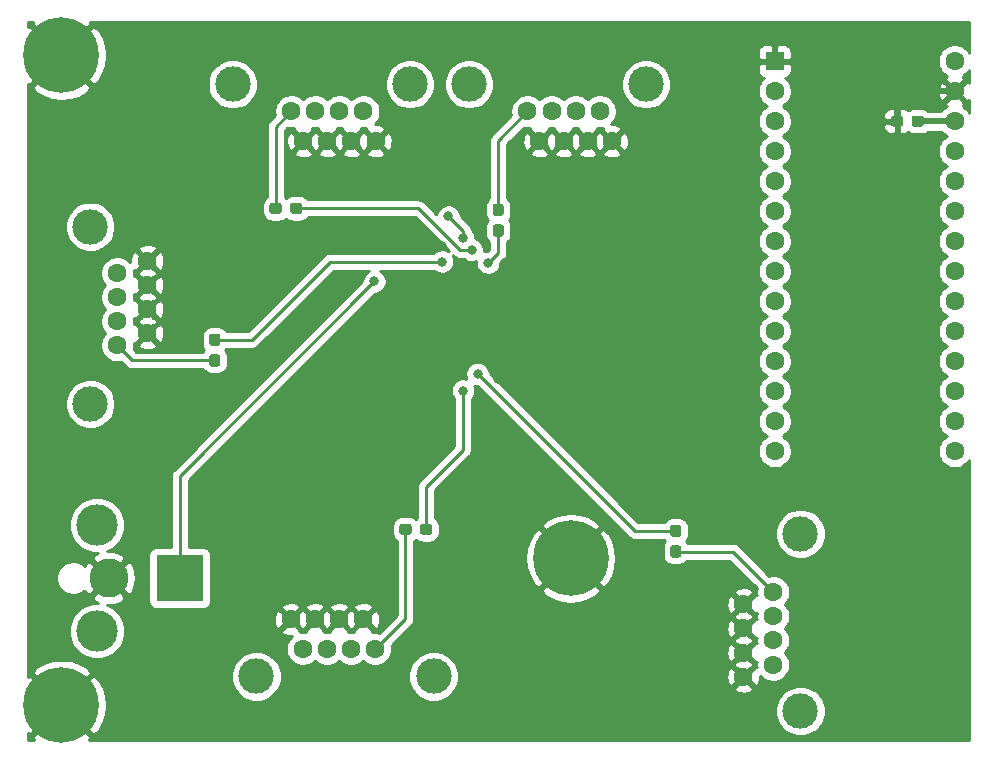
<source format=gbl>
G04 #@! TF.GenerationSoftware,KiCad,Pcbnew,5.1.6-c6e7f7d~87~ubuntu19.10.1*
G04 #@! TF.CreationDate,2023-03-13T14:52:07-06:00*
G04 #@! TF.ProjectId,twm,74776d2e-6b69-4636-9164-5f7063625858,rev?*
G04 #@! TF.SameCoordinates,Original*
G04 #@! TF.FileFunction,Copper,L2,Bot*
G04 #@! TF.FilePolarity,Positive*
%FSLAX46Y46*%
G04 Gerber Fmt 4.6, Leading zero omitted, Abs format (unit mm)*
G04 Created by KiCad (PCBNEW 5.1.6-c6e7f7d~87~ubuntu19.10.1) date 2023-03-13 14:52:07*
%MOMM*%
%LPD*%
G01*
G04 APERTURE LIST*
G04 #@! TA.AperFunction,ComponentPad*
%ADD10C,6.400000*%
G04 #@! TD*
G04 #@! TA.AperFunction,ComponentPad*
%ADD11C,1.600000*%
G04 #@! TD*
G04 #@! TA.AperFunction,WasherPad*
%ADD12C,3.000000*%
G04 #@! TD*
G04 #@! TA.AperFunction,ComponentPad*
%ADD13R,1.600000X1.600000*%
G04 #@! TD*
G04 #@! TA.AperFunction,ComponentPad*
%ADD14C,3.500000*%
G04 #@! TD*
G04 #@! TA.AperFunction,ComponentPad*
%ADD15C,3.300000*%
G04 #@! TD*
G04 #@! TA.AperFunction,ComponentPad*
%ADD16R,4.000000X4.000000*%
G04 #@! TD*
G04 #@! TA.AperFunction,ViaPad*
%ADD17C,0.800000*%
G04 #@! TD*
G04 #@! TA.AperFunction,Conductor*
%ADD18C,0.500000*%
G04 #@! TD*
G04 #@! TA.AperFunction,Conductor*
%ADD19C,0.250000*%
G04 #@! TD*
G04 #@! TA.AperFunction,Conductor*
%ADD20C,0.254000*%
G04 #@! TD*
G04 APERTURE END LIST*
D10*
X139120000Y-98570000D03*
X96000000Y-111000000D03*
X96000000Y-56000000D03*
D11*
X115450000Y-60735000D03*
X116470000Y-63265000D03*
X117490000Y-60735000D03*
X118510000Y-63265000D03*
X119530000Y-60735000D03*
X120550000Y-63265000D03*
X121570000Y-60735000D03*
X122590000Y-63265000D03*
D12*
X110500000Y-58435000D03*
X125500000Y-58435000D03*
D11*
X135450000Y-60735000D03*
X136470000Y-63265000D03*
X137490000Y-60735000D03*
X138510000Y-63265000D03*
X139530000Y-60735000D03*
X140550000Y-63265000D03*
X141570000Y-60735000D03*
X142590000Y-63265000D03*
D12*
X130500000Y-58435000D03*
X145500000Y-58435000D03*
D11*
X156265000Y-101450000D03*
X153735000Y-102470000D03*
X156265000Y-103490000D03*
X153735000Y-104510000D03*
X156265000Y-105530000D03*
X153735000Y-106550000D03*
X156265000Y-107570000D03*
X153735000Y-108590000D03*
D12*
X158565000Y-96500000D03*
X158565000Y-111500000D03*
D11*
X122550000Y-106265000D03*
X121530000Y-103735000D03*
X120510000Y-106265000D03*
X119490000Y-103735000D03*
X118470000Y-106265000D03*
X117450000Y-103735000D03*
X116430000Y-106265000D03*
X115410000Y-103735000D03*
D12*
X127500000Y-108565000D03*
X112500000Y-108565000D03*
D11*
X100735000Y-80550000D03*
X103265000Y-79530000D03*
X100735000Y-78510000D03*
X103265000Y-77490000D03*
X100735000Y-76470000D03*
X103265000Y-75450000D03*
X100735000Y-74430000D03*
X103265000Y-73410000D03*
D12*
X98435000Y-85500000D03*
X98435000Y-70500000D03*
D11*
X171620000Y-89510000D03*
X156380000Y-89510000D03*
X171620000Y-86970000D03*
X171620000Y-84430000D03*
X171620000Y-81890000D03*
X171620000Y-79350000D03*
X171620000Y-76810000D03*
X171620000Y-74270000D03*
X171620000Y-71730000D03*
X171620000Y-69190000D03*
X171620000Y-66650000D03*
X171620000Y-64110000D03*
X171620000Y-61570000D03*
X171620000Y-59030000D03*
X171620000Y-56490000D03*
X156380000Y-86970000D03*
X156380000Y-84430000D03*
X156380000Y-81890000D03*
X156380000Y-79350000D03*
X156380000Y-76810000D03*
X156380000Y-74270000D03*
X156380000Y-71730000D03*
X156380000Y-69190000D03*
X156380000Y-66650000D03*
X156380000Y-64110000D03*
X156380000Y-61570000D03*
X156380000Y-59030000D03*
D13*
X156380000Y-56490000D03*
G04 #@! TA.AperFunction,SMDPad,CuDef*
G36*
G01*
X115350000Y-69187499D02*
X115350000Y-68712499D01*
G75*
G02*
X115587500Y-68474999I237500J0D01*
G01*
X116162500Y-68474999D01*
G75*
G02*
X116400000Y-68712499I0J-237500D01*
G01*
X116400000Y-69187499D01*
G75*
G02*
X116162500Y-69424999I-237500J0D01*
G01*
X115587500Y-69424999D01*
G75*
G02*
X115350000Y-69187499I0J237500D01*
G01*
G37*
G04 #@! TD.AperFunction*
G04 #@! TA.AperFunction,SMDPad,CuDef*
G36*
G01*
X113600000Y-69187499D02*
X113600000Y-68712499D01*
G75*
G02*
X113837500Y-68474999I237500J0D01*
G01*
X114412500Y-68474999D01*
G75*
G02*
X114650000Y-68712499I0J-237500D01*
G01*
X114650000Y-69187499D01*
G75*
G02*
X114412500Y-69424999I-237500J0D01*
G01*
X113837500Y-69424999D01*
G75*
G02*
X113600000Y-69187499I0J237500D01*
G01*
G37*
G04 #@! TD.AperFunction*
G04 #@! TA.AperFunction,SMDPad,CuDef*
G36*
G01*
X148237500Y-96775000D02*
X147762500Y-96775000D01*
G75*
G02*
X147525000Y-96537500I0J237500D01*
G01*
X147525000Y-95962500D01*
G75*
G02*
X147762500Y-95725000I237500J0D01*
G01*
X148237500Y-95725000D01*
G75*
G02*
X148475000Y-95962500I0J-237500D01*
G01*
X148475000Y-96537500D01*
G75*
G02*
X148237500Y-96775000I-237500J0D01*
G01*
G37*
G04 #@! TD.AperFunction*
G04 #@! TA.AperFunction,SMDPad,CuDef*
G36*
G01*
X148237500Y-98525000D02*
X147762500Y-98525000D01*
G75*
G02*
X147525000Y-98287500I0J237500D01*
G01*
X147525000Y-97712500D01*
G75*
G02*
X147762500Y-97475000I237500J0D01*
G01*
X148237500Y-97475000D01*
G75*
G02*
X148475000Y-97712500I0J-237500D01*
G01*
X148475000Y-98287500D01*
G75*
G02*
X148237500Y-98525000I-237500J0D01*
G01*
G37*
G04 #@! TD.AperFunction*
G04 #@! TA.AperFunction,SMDPad,CuDef*
G36*
G01*
X109212502Y-80599999D02*
X108737502Y-80599999D01*
G75*
G02*
X108500002Y-80362499I0J237500D01*
G01*
X108500002Y-79787499D01*
G75*
G02*
X108737502Y-79549999I237500J0D01*
G01*
X109212502Y-79549999D01*
G75*
G02*
X109450002Y-79787499I0J-237500D01*
G01*
X109450002Y-80362499D01*
G75*
G02*
X109212502Y-80599999I-237500J0D01*
G01*
G37*
G04 #@! TD.AperFunction*
G04 #@! TA.AperFunction,SMDPad,CuDef*
G36*
G01*
X109212502Y-82349999D02*
X108737502Y-82349999D01*
G75*
G02*
X108500002Y-82112499I0J237500D01*
G01*
X108500002Y-81537499D01*
G75*
G02*
X108737502Y-81299999I237500J0D01*
G01*
X109212502Y-81299999D01*
G75*
G02*
X109450002Y-81537499I0J-237500D01*
G01*
X109450002Y-82112499D01*
G75*
G02*
X109212502Y-82349999I-237500J0D01*
G01*
G37*
G04 #@! TD.AperFunction*
G04 #@! TA.AperFunction,SMDPad,CuDef*
G36*
G01*
X126350000Y-96362500D02*
X126350000Y-95887500D01*
G75*
G02*
X126587500Y-95650000I237500J0D01*
G01*
X127162500Y-95650000D01*
G75*
G02*
X127400000Y-95887500I0J-237500D01*
G01*
X127400000Y-96362500D01*
G75*
G02*
X127162500Y-96600000I-237500J0D01*
G01*
X126587500Y-96600000D01*
G75*
G02*
X126350000Y-96362500I0J237500D01*
G01*
G37*
G04 #@! TD.AperFunction*
G04 #@! TA.AperFunction,SMDPad,CuDef*
G36*
G01*
X124600000Y-96362500D02*
X124600000Y-95887500D01*
G75*
G02*
X124837500Y-95650000I237500J0D01*
G01*
X125412500Y-95650000D01*
G75*
G02*
X125650000Y-95887500I0J-237500D01*
G01*
X125650000Y-96362500D01*
G75*
G02*
X125412500Y-96600000I-237500J0D01*
G01*
X124837500Y-96600000D01*
G75*
G02*
X124600000Y-96362500I0J237500D01*
G01*
G37*
G04 #@! TD.AperFunction*
G04 #@! TA.AperFunction,SMDPad,CuDef*
G36*
G01*
X132737502Y-70299999D02*
X133212502Y-70299999D01*
G75*
G02*
X133450002Y-70537499I0J-237500D01*
G01*
X133450002Y-71112499D01*
G75*
G02*
X133212502Y-71349999I-237500J0D01*
G01*
X132737502Y-71349999D01*
G75*
G02*
X132500002Y-71112499I0J237500D01*
G01*
X132500002Y-70537499D01*
G75*
G02*
X132737502Y-70299999I237500J0D01*
G01*
G37*
G04 #@! TD.AperFunction*
G04 #@! TA.AperFunction,SMDPad,CuDef*
G36*
G01*
X132737502Y-68549999D02*
X133212502Y-68549999D01*
G75*
G02*
X133450002Y-68787499I0J-237500D01*
G01*
X133450002Y-69362499D01*
G75*
G02*
X133212502Y-69599999I-237500J0D01*
G01*
X132737502Y-69599999D01*
G75*
G02*
X132500002Y-69362499I0J237500D01*
G01*
X132500002Y-68787499D01*
G75*
G02*
X132737502Y-68549999I237500J0D01*
G01*
G37*
G04 #@! TD.AperFunction*
D14*
X99000000Y-104750000D03*
X99000000Y-95750000D03*
D15*
X100000000Y-100250000D03*
D16*
X106000000Y-100250000D03*
G04 #@! TA.AperFunction,SMDPad,CuDef*
G36*
G01*
X167270000Y-61332500D02*
X167270000Y-61807500D01*
G75*
G02*
X167032500Y-62045000I-237500J0D01*
G01*
X166457500Y-62045000D01*
G75*
G02*
X166220000Y-61807500I0J237500D01*
G01*
X166220000Y-61332500D01*
G75*
G02*
X166457500Y-61095000I237500J0D01*
G01*
X167032500Y-61095000D01*
G75*
G02*
X167270000Y-61332500I0J-237500D01*
G01*
G37*
G04 #@! TD.AperFunction*
G04 #@! TA.AperFunction,SMDPad,CuDef*
G36*
G01*
X169020000Y-61332500D02*
X169020000Y-61807500D01*
G75*
G02*
X168782500Y-62045000I-237500J0D01*
G01*
X168207500Y-62045000D01*
G75*
G02*
X167970000Y-61807500I0J237500D01*
G01*
X167970000Y-61332500D01*
G75*
G02*
X168207500Y-61095000I237500J0D01*
G01*
X168782500Y-61095000D01*
G75*
G02*
X169020000Y-61332500I0J-237500D01*
G01*
G37*
G04 #@! TD.AperFunction*
D17*
X128000000Y-77125000D03*
X132000000Y-77125000D03*
X128000000Y-79125000D03*
X132000000Y-79125000D03*
X131500000Y-70875000D03*
X134000000Y-73625000D03*
X130000000Y-68375000D03*
X122750000Y-76875000D03*
X123500000Y-85375000D03*
X133750000Y-80875000D03*
X133000000Y-83375000D03*
X131500000Y-85375000D03*
X128250000Y-72125000D03*
X133870000Y-76070000D03*
X123370000Y-78820000D03*
X121870000Y-80820000D03*
X123120000Y-71070000D03*
X128620000Y-86320000D03*
X154620000Y-62820000D03*
X154620000Y-68070000D03*
X154620000Y-73070000D03*
X154620000Y-78070000D03*
X158120000Y-60070000D03*
X158120000Y-62820000D03*
X158120000Y-65320000D03*
X158120000Y-67820000D03*
X158120000Y-70320000D03*
X158120000Y-72820000D03*
X158120000Y-75570000D03*
X158120000Y-78070000D03*
X158120000Y-80570000D03*
X169370000Y-64320000D03*
X154620000Y-83070000D03*
X126870000Y-90320000D03*
X128370000Y-93570000D03*
X140870000Y-90320000D03*
X138370000Y-93320000D03*
X119370000Y-76570000D03*
X134870000Y-69070000D03*
X122500000Y-75125000D03*
X132125001Y-73549998D03*
X130000000Y-84375000D03*
X128225002Y-73449999D03*
X131225002Y-82949999D03*
X130725002Y-72449999D03*
X129975002Y-71449999D03*
X128750000Y-69625000D03*
D18*
X171620000Y-59030000D02*
X167410000Y-59030000D01*
X166745000Y-59695000D02*
X166745000Y-61570000D01*
X167410000Y-59030000D02*
X166745000Y-59695000D01*
D19*
X106000000Y-91625000D02*
X122500000Y-75125000D01*
X106000000Y-100250000D02*
X106000000Y-91625000D01*
D18*
X168495000Y-61570000D02*
X171620000Y-61570000D01*
D19*
X132975002Y-72699997D02*
X132975002Y-70824999D01*
X132125001Y-73549998D02*
X132975002Y-72699997D01*
X130000000Y-84375000D02*
X130000000Y-89375000D01*
X126875000Y-92500000D02*
X126875000Y-96125000D01*
X130000000Y-89375000D02*
X126875000Y-92500000D01*
X128225002Y-73449999D02*
X118725002Y-73449999D01*
X112100002Y-80074999D02*
X108975002Y-80074999D01*
X118725002Y-73449999D02*
X112100002Y-80074999D01*
X144525003Y-96250000D02*
X148000000Y-96250000D01*
X131225002Y-82949999D02*
X144525003Y-96250000D01*
X130725002Y-72449999D02*
X129725002Y-72449999D01*
X126225002Y-68949999D02*
X116725002Y-68949999D01*
X129725002Y-72449999D02*
X126225002Y-68949999D01*
X116725002Y-68949999D02*
X115875000Y-68949999D01*
X129975002Y-70850002D02*
X128750000Y-69625000D01*
X129975002Y-71449999D02*
X129975002Y-70850002D01*
X102009999Y-81824999D02*
X100735000Y-80550000D01*
X108975002Y-81824999D02*
X102009999Y-81824999D01*
X125125000Y-103690000D02*
X122550000Y-106265000D01*
X125125000Y-96125000D02*
X125125000Y-103690000D01*
X152815000Y-98000000D02*
X156265000Y-101450000D01*
X148000000Y-98000000D02*
X152815000Y-98000000D01*
X132975002Y-63209998D02*
X135450000Y-60735000D01*
X132975002Y-69074999D02*
X132975002Y-63209998D01*
X114125000Y-62060000D02*
X115450000Y-60735000D01*
X114125000Y-68949999D02*
X114125000Y-62060000D01*
D20*
G36*
X93478724Y-53299119D02*
G01*
X96000000Y-55820395D01*
X98521276Y-53299119D01*
X98394669Y-53127000D01*
X172873000Y-53127000D01*
X172873000Y-55782316D01*
X172734637Y-55575241D01*
X172534759Y-55375363D01*
X172299727Y-55218320D01*
X172038574Y-55110147D01*
X171761335Y-55055000D01*
X171478665Y-55055000D01*
X171201426Y-55110147D01*
X170940273Y-55218320D01*
X170705241Y-55375363D01*
X170505363Y-55575241D01*
X170348320Y-55810273D01*
X170240147Y-56071426D01*
X170185000Y-56348665D01*
X170185000Y-56631335D01*
X170240147Y-56908574D01*
X170348320Y-57169727D01*
X170505363Y-57404759D01*
X170705241Y-57604637D01*
X170939128Y-57760915D01*
X170878486Y-57793329D01*
X170806903Y-58037298D01*
X171620000Y-58850395D01*
X172433097Y-58037298D01*
X172361514Y-57793329D01*
X172297008Y-57762806D01*
X172299727Y-57761680D01*
X172534759Y-57604637D01*
X172734637Y-57404759D01*
X172873000Y-57197684D01*
X172873000Y-58319036D01*
X172856671Y-58288486D01*
X172612702Y-58216903D01*
X171799605Y-59030000D01*
X172612702Y-59843097D01*
X172856671Y-59771514D01*
X172873000Y-59737004D01*
X172873000Y-60862316D01*
X172734637Y-60655241D01*
X172534759Y-60455363D01*
X172300872Y-60299085D01*
X172361514Y-60266671D01*
X172433097Y-60022702D01*
X171620000Y-59209605D01*
X170806903Y-60022702D01*
X170878486Y-60266671D01*
X170942992Y-60297194D01*
X170940273Y-60298320D01*
X170705241Y-60455363D01*
X170505363Y-60655241D01*
X170485479Y-60685000D01*
X169367046Y-60685000D01*
X169268942Y-60604488D01*
X169117567Y-60523577D01*
X168953316Y-60473752D01*
X168782500Y-60456928D01*
X168207500Y-60456928D01*
X168036684Y-60473752D01*
X167872433Y-60523577D01*
X167721058Y-60604488D01*
X167697161Y-60624099D01*
X167624494Y-60564463D01*
X167514180Y-60505498D01*
X167394482Y-60469188D01*
X167270000Y-60456928D01*
X167030750Y-60460000D01*
X166872000Y-60618750D01*
X166872000Y-61443000D01*
X166892000Y-61443000D01*
X166892000Y-61697000D01*
X166872000Y-61697000D01*
X166872000Y-62521250D01*
X167030750Y-62680000D01*
X167270000Y-62683072D01*
X167394482Y-62670812D01*
X167514180Y-62634502D01*
X167624494Y-62575537D01*
X167697161Y-62515901D01*
X167721058Y-62535512D01*
X167872433Y-62616423D01*
X168036684Y-62666248D01*
X168207500Y-62683072D01*
X168782500Y-62683072D01*
X168953316Y-62666248D01*
X169117567Y-62616423D01*
X169268942Y-62535512D01*
X169367046Y-62455000D01*
X170485479Y-62455000D01*
X170505363Y-62484759D01*
X170705241Y-62684637D01*
X170937759Y-62840000D01*
X170705241Y-62995363D01*
X170505363Y-63195241D01*
X170348320Y-63430273D01*
X170240147Y-63691426D01*
X170185000Y-63968665D01*
X170185000Y-64251335D01*
X170240147Y-64528574D01*
X170348320Y-64789727D01*
X170505363Y-65024759D01*
X170705241Y-65224637D01*
X170937759Y-65380000D01*
X170705241Y-65535363D01*
X170505363Y-65735241D01*
X170348320Y-65970273D01*
X170240147Y-66231426D01*
X170185000Y-66508665D01*
X170185000Y-66791335D01*
X170240147Y-67068574D01*
X170348320Y-67329727D01*
X170505363Y-67564759D01*
X170705241Y-67764637D01*
X170937759Y-67920000D01*
X170705241Y-68075363D01*
X170505363Y-68275241D01*
X170348320Y-68510273D01*
X170240147Y-68771426D01*
X170185000Y-69048665D01*
X170185000Y-69331335D01*
X170240147Y-69608574D01*
X170348320Y-69869727D01*
X170505363Y-70104759D01*
X170705241Y-70304637D01*
X170937759Y-70460000D01*
X170705241Y-70615363D01*
X170505363Y-70815241D01*
X170348320Y-71050273D01*
X170240147Y-71311426D01*
X170185000Y-71588665D01*
X170185000Y-71871335D01*
X170240147Y-72148574D01*
X170348320Y-72409727D01*
X170505363Y-72644759D01*
X170705241Y-72844637D01*
X170937759Y-73000000D01*
X170705241Y-73155363D01*
X170505363Y-73355241D01*
X170348320Y-73590273D01*
X170240147Y-73851426D01*
X170185000Y-74128665D01*
X170185000Y-74411335D01*
X170240147Y-74688574D01*
X170348320Y-74949727D01*
X170505363Y-75184759D01*
X170705241Y-75384637D01*
X170937759Y-75540000D01*
X170705241Y-75695363D01*
X170505363Y-75895241D01*
X170348320Y-76130273D01*
X170240147Y-76391426D01*
X170185000Y-76668665D01*
X170185000Y-76951335D01*
X170240147Y-77228574D01*
X170348320Y-77489727D01*
X170505363Y-77724759D01*
X170705241Y-77924637D01*
X170937759Y-78080000D01*
X170705241Y-78235363D01*
X170505363Y-78435241D01*
X170348320Y-78670273D01*
X170240147Y-78931426D01*
X170185000Y-79208665D01*
X170185000Y-79491335D01*
X170240147Y-79768574D01*
X170348320Y-80029727D01*
X170505363Y-80264759D01*
X170705241Y-80464637D01*
X170937759Y-80620000D01*
X170705241Y-80775363D01*
X170505363Y-80975241D01*
X170348320Y-81210273D01*
X170240147Y-81471426D01*
X170185000Y-81748665D01*
X170185000Y-82031335D01*
X170240147Y-82308574D01*
X170348320Y-82569727D01*
X170505363Y-82804759D01*
X170705241Y-83004637D01*
X170937759Y-83160000D01*
X170705241Y-83315363D01*
X170505363Y-83515241D01*
X170348320Y-83750273D01*
X170240147Y-84011426D01*
X170185000Y-84288665D01*
X170185000Y-84571335D01*
X170240147Y-84848574D01*
X170348320Y-85109727D01*
X170505363Y-85344759D01*
X170705241Y-85544637D01*
X170937759Y-85700000D01*
X170705241Y-85855363D01*
X170505363Y-86055241D01*
X170348320Y-86290273D01*
X170240147Y-86551426D01*
X170185000Y-86828665D01*
X170185000Y-87111335D01*
X170240147Y-87388574D01*
X170348320Y-87649727D01*
X170505363Y-87884759D01*
X170705241Y-88084637D01*
X170937759Y-88240000D01*
X170705241Y-88395363D01*
X170505363Y-88595241D01*
X170348320Y-88830273D01*
X170240147Y-89091426D01*
X170185000Y-89368665D01*
X170185000Y-89651335D01*
X170240147Y-89928574D01*
X170348320Y-90189727D01*
X170505363Y-90424759D01*
X170705241Y-90624637D01*
X170940273Y-90781680D01*
X171201426Y-90889853D01*
X171478665Y-90945000D01*
X171761335Y-90945000D01*
X172038574Y-90889853D01*
X172299727Y-90781680D01*
X172534759Y-90624637D01*
X172734637Y-90424759D01*
X172873000Y-90217684D01*
X172873000Y-113998000D01*
X98302722Y-113998000D01*
X98521276Y-113700881D01*
X96000000Y-111179605D01*
X93478724Y-113700881D01*
X93697278Y-113998000D01*
X93127000Y-113998000D01*
X93127000Y-113394669D01*
X93299119Y-113521276D01*
X95820395Y-111000000D01*
X96179605Y-111000000D01*
X98700881Y-113521276D01*
X99190548Y-113161088D01*
X99550849Y-112497118D01*
X99774694Y-111775615D01*
X99825647Y-111289721D01*
X156430000Y-111289721D01*
X156430000Y-111710279D01*
X156512047Y-112122756D01*
X156672988Y-112511302D01*
X156906637Y-112860983D01*
X157204017Y-113158363D01*
X157553698Y-113392012D01*
X157942244Y-113552953D01*
X158354721Y-113635000D01*
X158775279Y-113635000D01*
X159187756Y-113552953D01*
X159576302Y-113392012D01*
X159925983Y-113158363D01*
X160223363Y-112860983D01*
X160457012Y-112511302D01*
X160617953Y-112122756D01*
X160700000Y-111710279D01*
X160700000Y-111289721D01*
X160617953Y-110877244D01*
X160457012Y-110488698D01*
X160223363Y-110139017D01*
X159925983Y-109841637D01*
X159576302Y-109607988D01*
X159187756Y-109447047D01*
X158775279Y-109365000D01*
X158354721Y-109365000D01*
X157942244Y-109447047D01*
X157553698Y-109607988D01*
X157204017Y-109841637D01*
X156906637Y-110139017D01*
X156672988Y-110488698D01*
X156512047Y-110877244D01*
X156430000Y-111289721D01*
X99825647Y-111289721D01*
X99853480Y-111024305D01*
X99784178Y-110272062D01*
X99569452Y-109547792D01*
X99217555Y-108879330D01*
X99190548Y-108838912D01*
X98700881Y-108478724D01*
X96179605Y-111000000D01*
X95820395Y-111000000D01*
X93299119Y-108478724D01*
X93127000Y-108605331D01*
X93127000Y-108299119D01*
X93478724Y-108299119D01*
X96000000Y-110820395D01*
X98465674Y-108354721D01*
X110365000Y-108354721D01*
X110365000Y-108775279D01*
X110447047Y-109187756D01*
X110607988Y-109576302D01*
X110841637Y-109925983D01*
X111139017Y-110223363D01*
X111488698Y-110457012D01*
X111877244Y-110617953D01*
X112289721Y-110700000D01*
X112710279Y-110700000D01*
X113122756Y-110617953D01*
X113511302Y-110457012D01*
X113860983Y-110223363D01*
X114158363Y-109925983D01*
X114392012Y-109576302D01*
X114552953Y-109187756D01*
X114635000Y-108775279D01*
X114635000Y-108354721D01*
X125365000Y-108354721D01*
X125365000Y-108775279D01*
X125447047Y-109187756D01*
X125607988Y-109576302D01*
X125841637Y-109925983D01*
X126139017Y-110223363D01*
X126488698Y-110457012D01*
X126877244Y-110617953D01*
X127289721Y-110700000D01*
X127710279Y-110700000D01*
X128122756Y-110617953D01*
X128511302Y-110457012D01*
X128860983Y-110223363D01*
X129158363Y-109925983D01*
X129387735Y-109582702D01*
X152921903Y-109582702D01*
X152993486Y-109826671D01*
X153248996Y-109947571D01*
X153523184Y-110016300D01*
X153805512Y-110030217D01*
X154085130Y-109988787D01*
X154351292Y-109893603D01*
X154476514Y-109826671D01*
X154548097Y-109582702D01*
X153735000Y-108769605D01*
X152921903Y-109582702D01*
X129387735Y-109582702D01*
X129392012Y-109576302D01*
X129552953Y-109187756D01*
X129635000Y-108775279D01*
X129635000Y-108660512D01*
X152294783Y-108660512D01*
X152336213Y-108940130D01*
X152431397Y-109206292D01*
X152498329Y-109331514D01*
X152742298Y-109403097D01*
X153555395Y-108590000D01*
X152742298Y-107776903D01*
X152498329Y-107848486D01*
X152377429Y-108103996D01*
X152308700Y-108378184D01*
X152294783Y-108660512D01*
X129635000Y-108660512D01*
X129635000Y-108354721D01*
X129552953Y-107942244D01*
X129392012Y-107553698D01*
X129384665Y-107542702D01*
X152921903Y-107542702D01*
X152929913Y-107570000D01*
X152921903Y-107597298D01*
X152944574Y-107619969D01*
X152993486Y-107786671D01*
X153217069Y-107892464D01*
X153735000Y-108410395D01*
X154258668Y-107886727D01*
X154351292Y-107853603D01*
X154476514Y-107786671D01*
X154525426Y-107619969D01*
X154548097Y-107597298D01*
X154540087Y-107570000D01*
X154548097Y-107542702D01*
X154525426Y-107520031D01*
X154476514Y-107353329D01*
X154252931Y-107247536D01*
X153735000Y-106729605D01*
X153211332Y-107253273D01*
X153118708Y-107286397D01*
X152993486Y-107353329D01*
X152944574Y-107520031D01*
X152921903Y-107542702D01*
X129384665Y-107542702D01*
X129158363Y-107204017D01*
X128860983Y-106906637D01*
X128511302Y-106672988D01*
X128384614Y-106620512D01*
X152294783Y-106620512D01*
X152336213Y-106900130D01*
X152431397Y-107166292D01*
X152498329Y-107291514D01*
X152742298Y-107363097D01*
X153555395Y-106550000D01*
X152742298Y-105736903D01*
X152498329Y-105808486D01*
X152377429Y-106063996D01*
X152308700Y-106338184D01*
X152294783Y-106620512D01*
X128384614Y-106620512D01*
X128122756Y-106512047D01*
X127710279Y-106430000D01*
X127289721Y-106430000D01*
X126877244Y-106512047D01*
X126488698Y-106672988D01*
X126139017Y-106906637D01*
X125841637Y-107204017D01*
X125607988Y-107553698D01*
X125447047Y-107942244D01*
X125365000Y-108354721D01*
X114635000Y-108354721D01*
X114552953Y-107942244D01*
X114392012Y-107553698D01*
X114158363Y-107204017D01*
X113860983Y-106906637D01*
X113511302Y-106672988D01*
X113122756Y-106512047D01*
X112710279Y-106430000D01*
X112289721Y-106430000D01*
X111877244Y-106512047D01*
X111488698Y-106672988D01*
X111139017Y-106906637D01*
X110841637Y-107204017D01*
X110607988Y-107553698D01*
X110447047Y-107942244D01*
X110365000Y-108354721D01*
X98465674Y-108354721D01*
X98521276Y-108299119D01*
X98161088Y-107809452D01*
X97497118Y-107449151D01*
X96775615Y-107225306D01*
X96024305Y-107146520D01*
X95272062Y-107215822D01*
X94547792Y-107430548D01*
X93879330Y-107782445D01*
X93838912Y-107809452D01*
X93478724Y-108299119D01*
X93127000Y-108299119D01*
X93127000Y-104515098D01*
X96615000Y-104515098D01*
X96615000Y-104984902D01*
X96706654Y-105445679D01*
X96886440Y-105879721D01*
X97147450Y-106270349D01*
X97479651Y-106602550D01*
X97870279Y-106863560D01*
X98304321Y-107043346D01*
X98765098Y-107135000D01*
X99234902Y-107135000D01*
X99695679Y-107043346D01*
X100129721Y-106863560D01*
X100520349Y-106602550D01*
X100852550Y-106270349D01*
X101113560Y-105879721D01*
X101293346Y-105445679D01*
X101385000Y-104984902D01*
X101385000Y-104727702D01*
X114596903Y-104727702D01*
X114668486Y-104971671D01*
X114923996Y-105092571D01*
X115198184Y-105161300D01*
X115480512Y-105175217D01*
X115492105Y-105173499D01*
X115315363Y-105350241D01*
X115158320Y-105585273D01*
X115050147Y-105846426D01*
X114995000Y-106123665D01*
X114995000Y-106406335D01*
X115050147Y-106683574D01*
X115158320Y-106944727D01*
X115315363Y-107179759D01*
X115515241Y-107379637D01*
X115750273Y-107536680D01*
X116011426Y-107644853D01*
X116288665Y-107700000D01*
X116571335Y-107700000D01*
X116848574Y-107644853D01*
X117109727Y-107536680D01*
X117344759Y-107379637D01*
X117450000Y-107274396D01*
X117555241Y-107379637D01*
X117790273Y-107536680D01*
X118051426Y-107644853D01*
X118328665Y-107700000D01*
X118611335Y-107700000D01*
X118888574Y-107644853D01*
X119149727Y-107536680D01*
X119384759Y-107379637D01*
X119490000Y-107274396D01*
X119595241Y-107379637D01*
X119830273Y-107536680D01*
X120091426Y-107644853D01*
X120368665Y-107700000D01*
X120651335Y-107700000D01*
X120928574Y-107644853D01*
X121189727Y-107536680D01*
X121424759Y-107379637D01*
X121530000Y-107274396D01*
X121635241Y-107379637D01*
X121870273Y-107536680D01*
X122131426Y-107644853D01*
X122408665Y-107700000D01*
X122691335Y-107700000D01*
X122968574Y-107644853D01*
X123229727Y-107536680D01*
X123464759Y-107379637D01*
X123664637Y-107179759D01*
X123821680Y-106944727D01*
X123929853Y-106683574D01*
X123985000Y-106406335D01*
X123985000Y-106123665D01*
X123948688Y-105941114D01*
X124387100Y-105502702D01*
X152921903Y-105502702D01*
X152929913Y-105530000D01*
X152921903Y-105557298D01*
X152944574Y-105579969D01*
X152993486Y-105746671D01*
X153217069Y-105852464D01*
X153735000Y-106370395D01*
X154258668Y-105846727D01*
X154351292Y-105813603D01*
X154476514Y-105746671D01*
X154525426Y-105579969D01*
X154548097Y-105557298D01*
X154540087Y-105530000D01*
X154548097Y-105502702D01*
X154525426Y-105480031D01*
X154476514Y-105313329D01*
X154252931Y-105207536D01*
X153735000Y-104689605D01*
X153211332Y-105213273D01*
X153118708Y-105246397D01*
X152993486Y-105313329D01*
X152944574Y-105480031D01*
X152921903Y-105502702D01*
X124387100Y-105502702D01*
X125309290Y-104580512D01*
X152294783Y-104580512D01*
X152336213Y-104860130D01*
X152431397Y-105126292D01*
X152498329Y-105251514D01*
X152742298Y-105323097D01*
X153555395Y-104510000D01*
X152742298Y-103696903D01*
X152498329Y-103768486D01*
X152377429Y-104023996D01*
X152308700Y-104298184D01*
X152294783Y-104580512D01*
X125309290Y-104580512D01*
X125636003Y-104253799D01*
X125665001Y-104230001D01*
X125722556Y-104159870D01*
X125759974Y-104114277D01*
X125830546Y-103982247D01*
X125874003Y-103838986D01*
X125885000Y-103727333D01*
X125885000Y-103727323D01*
X125888676Y-103690000D01*
X125885000Y-103652677D01*
X125885000Y-103462702D01*
X152921903Y-103462702D01*
X152929913Y-103490000D01*
X152921903Y-103517298D01*
X152944574Y-103539969D01*
X152993486Y-103706671D01*
X153217069Y-103812464D01*
X153735000Y-104330395D01*
X154258668Y-103806727D01*
X154351292Y-103773603D01*
X154476514Y-103706671D01*
X154525426Y-103539969D01*
X154548097Y-103517298D01*
X154540087Y-103490000D01*
X154548097Y-103462702D01*
X154525426Y-103440031D01*
X154476514Y-103273329D01*
X154252931Y-103167536D01*
X153735000Y-102649605D01*
X153211332Y-103173273D01*
X153118708Y-103206397D01*
X152993486Y-103273329D01*
X152944574Y-103440031D01*
X152921903Y-103462702D01*
X125885000Y-103462702D01*
X125885000Y-102540512D01*
X152294783Y-102540512D01*
X152336213Y-102820130D01*
X152431397Y-103086292D01*
X152498329Y-103211514D01*
X152742298Y-103283097D01*
X153555395Y-102470000D01*
X152742298Y-101656903D01*
X152498329Y-101728486D01*
X152377429Y-101983996D01*
X152308700Y-102258184D01*
X152294783Y-102540512D01*
X125885000Y-102540512D01*
X125885000Y-101270881D01*
X136598724Y-101270881D01*
X136958912Y-101760548D01*
X137622882Y-102120849D01*
X138344385Y-102344694D01*
X139095695Y-102423480D01*
X139847938Y-102354178D01*
X140572208Y-102139452D01*
X141240670Y-101787555D01*
X141281088Y-101760548D01*
X141489440Y-101477298D01*
X152921903Y-101477298D01*
X153735000Y-102290395D01*
X154548097Y-101477298D01*
X154476514Y-101233329D01*
X154221004Y-101112429D01*
X153946816Y-101043700D01*
X153664488Y-101029783D01*
X153384870Y-101071213D01*
X153118708Y-101166397D01*
X152993486Y-101233329D01*
X152921903Y-101477298D01*
X141489440Y-101477298D01*
X141641276Y-101270881D01*
X139120000Y-98749605D01*
X136598724Y-101270881D01*
X125885000Y-101270881D01*
X125885000Y-98545695D01*
X135266520Y-98545695D01*
X135335822Y-99297938D01*
X135550548Y-100022208D01*
X135902445Y-100690670D01*
X135929452Y-100731088D01*
X136419119Y-101091276D01*
X138940395Y-98570000D01*
X139299605Y-98570000D01*
X141820881Y-101091276D01*
X142310548Y-100731088D01*
X142670849Y-100067118D01*
X142894694Y-99345615D01*
X142973480Y-98594305D01*
X142904178Y-97842062D01*
X142689452Y-97117792D01*
X142337555Y-96449330D01*
X142310548Y-96408912D01*
X141820881Y-96048724D01*
X139299605Y-98570000D01*
X138940395Y-98570000D01*
X136419119Y-96048724D01*
X135929452Y-96408912D01*
X135569151Y-97072882D01*
X135345306Y-97794385D01*
X135266520Y-98545695D01*
X125885000Y-98545695D01*
X125885000Y-97097964D01*
X125898942Y-97090512D01*
X126000000Y-97007575D01*
X126101058Y-97090512D01*
X126252433Y-97171423D01*
X126416684Y-97221248D01*
X126587500Y-97238072D01*
X127162500Y-97238072D01*
X127333316Y-97221248D01*
X127497567Y-97171423D01*
X127648942Y-97090512D01*
X127781623Y-96981623D01*
X127890512Y-96848942D01*
X127971423Y-96697567D01*
X128021248Y-96533316D01*
X128038072Y-96362500D01*
X128038072Y-95887500D01*
X128036262Y-95869119D01*
X136598724Y-95869119D01*
X139120000Y-98390395D01*
X141641276Y-95869119D01*
X141281088Y-95379452D01*
X140617118Y-95019151D01*
X139895615Y-94795306D01*
X139144305Y-94716520D01*
X138392062Y-94785822D01*
X137667792Y-95000548D01*
X136999330Y-95352445D01*
X136958912Y-95379452D01*
X136598724Y-95869119D01*
X128036262Y-95869119D01*
X128021248Y-95716684D01*
X127971423Y-95552433D01*
X127890512Y-95401058D01*
X127781623Y-95268377D01*
X127648942Y-95159488D01*
X127635000Y-95152036D01*
X127635000Y-92814801D01*
X130511008Y-89938795D01*
X130540001Y-89915001D01*
X130563795Y-89886008D01*
X130563799Y-89886004D01*
X130634973Y-89799277D01*
X130634974Y-89799276D01*
X130705546Y-89667247D01*
X130749003Y-89523986D01*
X130760000Y-89412333D01*
X130760000Y-89412324D01*
X130763676Y-89375001D01*
X130760000Y-89337678D01*
X130760000Y-85078711D01*
X130803937Y-85034774D01*
X130917205Y-84865256D01*
X130995226Y-84676898D01*
X131035000Y-84476939D01*
X131035000Y-84273061D01*
X130995226Y-84073102D01*
X130943977Y-83949377D01*
X131123063Y-83984999D01*
X131185201Y-83984999D01*
X143961204Y-96761003D01*
X143985002Y-96790001D01*
X144100727Y-96884974D01*
X144232756Y-96955546D01*
X144376017Y-96999003D01*
X144487670Y-97010000D01*
X144487678Y-97010000D01*
X144525003Y-97013676D01*
X144562328Y-97010000D01*
X147027036Y-97010000D01*
X147034488Y-97023942D01*
X147117425Y-97125000D01*
X147034488Y-97226058D01*
X146953577Y-97377433D01*
X146903752Y-97541684D01*
X146886928Y-97712500D01*
X146886928Y-98287500D01*
X146903752Y-98458316D01*
X146953577Y-98622567D01*
X147034488Y-98773942D01*
X147143377Y-98906623D01*
X147276058Y-99015512D01*
X147427433Y-99096423D01*
X147591684Y-99146248D01*
X147762500Y-99163072D01*
X148237500Y-99163072D01*
X148408316Y-99146248D01*
X148572567Y-99096423D01*
X148723942Y-99015512D01*
X148856623Y-98906623D01*
X148965512Y-98773942D01*
X148972964Y-98760000D01*
X152500199Y-98760000D01*
X154866312Y-101126114D01*
X154830000Y-101308665D01*
X154830000Y-101591335D01*
X154850191Y-101692843D01*
X154727702Y-101656903D01*
X153914605Y-102470000D01*
X154727702Y-103283097D01*
X154850191Y-103247157D01*
X154830000Y-103348665D01*
X154830000Y-103631335D01*
X154850191Y-103732843D01*
X154727702Y-103696903D01*
X153914605Y-104510000D01*
X154727702Y-105323097D01*
X154850191Y-105287157D01*
X154830000Y-105388665D01*
X154830000Y-105671335D01*
X154850191Y-105772843D01*
X154727702Y-105736903D01*
X153914605Y-106550000D01*
X154727702Y-107363097D01*
X154850191Y-107327157D01*
X154830000Y-107428665D01*
X154830000Y-107711335D01*
X154850191Y-107812843D01*
X154727702Y-107776903D01*
X153914605Y-108590000D01*
X154727702Y-109403097D01*
X154971671Y-109331514D01*
X155092571Y-109076004D01*
X155161300Y-108801816D01*
X155175217Y-108519488D01*
X155173499Y-108507895D01*
X155350241Y-108684637D01*
X155585273Y-108841680D01*
X155846426Y-108949853D01*
X156123665Y-109005000D01*
X156406335Y-109005000D01*
X156683574Y-108949853D01*
X156944727Y-108841680D01*
X157179759Y-108684637D01*
X157379637Y-108484759D01*
X157536680Y-108249727D01*
X157644853Y-107988574D01*
X157700000Y-107711335D01*
X157700000Y-107428665D01*
X157644853Y-107151426D01*
X157536680Y-106890273D01*
X157379637Y-106655241D01*
X157274396Y-106550000D01*
X157379637Y-106444759D01*
X157536680Y-106209727D01*
X157644853Y-105948574D01*
X157700000Y-105671335D01*
X157700000Y-105388665D01*
X157644853Y-105111426D01*
X157536680Y-104850273D01*
X157379637Y-104615241D01*
X157274396Y-104510000D01*
X157379637Y-104404759D01*
X157536680Y-104169727D01*
X157644853Y-103908574D01*
X157700000Y-103631335D01*
X157700000Y-103348665D01*
X157644853Y-103071426D01*
X157536680Y-102810273D01*
X157379637Y-102575241D01*
X157274396Y-102470000D01*
X157379637Y-102364759D01*
X157536680Y-102129727D01*
X157644853Y-101868574D01*
X157700000Y-101591335D01*
X157700000Y-101308665D01*
X157644853Y-101031426D01*
X157536680Y-100770273D01*
X157379637Y-100535241D01*
X157179759Y-100335363D01*
X156944727Y-100178320D01*
X156683574Y-100070147D01*
X156406335Y-100015000D01*
X156123665Y-100015000D01*
X155941114Y-100051312D01*
X153378804Y-97489003D01*
X153355001Y-97459999D01*
X153239276Y-97365026D01*
X153107247Y-97294454D01*
X152963986Y-97250997D01*
X152852333Y-97240000D01*
X152852322Y-97240000D01*
X152815000Y-97236324D01*
X152777678Y-97240000D01*
X148972964Y-97240000D01*
X148965512Y-97226058D01*
X148882575Y-97125000D01*
X148965512Y-97023942D01*
X149046423Y-96872567D01*
X149096248Y-96708316D01*
X149113072Y-96537500D01*
X149113072Y-96289721D01*
X156430000Y-96289721D01*
X156430000Y-96710279D01*
X156512047Y-97122756D01*
X156672988Y-97511302D01*
X156906637Y-97860983D01*
X157204017Y-98158363D01*
X157553698Y-98392012D01*
X157942244Y-98552953D01*
X158354721Y-98635000D01*
X158775279Y-98635000D01*
X159187756Y-98552953D01*
X159576302Y-98392012D01*
X159925983Y-98158363D01*
X160223363Y-97860983D01*
X160457012Y-97511302D01*
X160617953Y-97122756D01*
X160700000Y-96710279D01*
X160700000Y-96289721D01*
X160617953Y-95877244D01*
X160457012Y-95488698D01*
X160223363Y-95139017D01*
X159925983Y-94841637D01*
X159576302Y-94607988D01*
X159187756Y-94447047D01*
X158775279Y-94365000D01*
X158354721Y-94365000D01*
X157942244Y-94447047D01*
X157553698Y-94607988D01*
X157204017Y-94841637D01*
X156906637Y-95139017D01*
X156672988Y-95488698D01*
X156512047Y-95877244D01*
X156430000Y-96289721D01*
X149113072Y-96289721D01*
X149113072Y-95962500D01*
X149096248Y-95791684D01*
X149046423Y-95627433D01*
X148965512Y-95476058D01*
X148856623Y-95343377D01*
X148723942Y-95234488D01*
X148572567Y-95153577D01*
X148408316Y-95103752D01*
X148237500Y-95086928D01*
X147762500Y-95086928D01*
X147591684Y-95103752D01*
X147427433Y-95153577D01*
X147276058Y-95234488D01*
X147143377Y-95343377D01*
X147034488Y-95476058D01*
X147027036Y-95490000D01*
X144839805Y-95490000D01*
X132260002Y-82910198D01*
X132260002Y-82848060D01*
X132220228Y-82648101D01*
X132142207Y-82459743D01*
X132028939Y-82290225D01*
X131884776Y-82146062D01*
X131715258Y-82032794D01*
X131526900Y-81954773D01*
X131326941Y-81914999D01*
X131123063Y-81914999D01*
X130923104Y-81954773D01*
X130734746Y-82032794D01*
X130565228Y-82146062D01*
X130421065Y-82290225D01*
X130307797Y-82459743D01*
X130229776Y-82648101D01*
X130190002Y-82848060D01*
X130190002Y-83051938D01*
X130229776Y-83251897D01*
X130281025Y-83375622D01*
X130101939Y-83340000D01*
X129898061Y-83340000D01*
X129698102Y-83379774D01*
X129509744Y-83457795D01*
X129340226Y-83571063D01*
X129196063Y-83715226D01*
X129082795Y-83884744D01*
X129004774Y-84073102D01*
X128965000Y-84273061D01*
X128965000Y-84476939D01*
X129004774Y-84676898D01*
X129082795Y-84865256D01*
X129196063Y-85034774D01*
X129240000Y-85078711D01*
X129240001Y-89060196D01*
X126364003Y-91936196D01*
X126334999Y-91959999D01*
X126279871Y-92027174D01*
X126240026Y-92075724D01*
X126192306Y-92165001D01*
X126169454Y-92207754D01*
X126125997Y-92351015D01*
X126115000Y-92462668D01*
X126115000Y-92462678D01*
X126111324Y-92500000D01*
X126115000Y-92537323D01*
X126115001Y-95152036D01*
X126101058Y-95159488D01*
X126000000Y-95242425D01*
X125898942Y-95159488D01*
X125747567Y-95078577D01*
X125583316Y-95028752D01*
X125412500Y-95011928D01*
X124837500Y-95011928D01*
X124666684Y-95028752D01*
X124502433Y-95078577D01*
X124351058Y-95159488D01*
X124218377Y-95268377D01*
X124109488Y-95401058D01*
X124028577Y-95552433D01*
X123978752Y-95716684D01*
X123961928Y-95887500D01*
X123961928Y-96362500D01*
X123978752Y-96533316D01*
X124028577Y-96697567D01*
X124109488Y-96848942D01*
X124218377Y-96981623D01*
X124351058Y-97090512D01*
X124365000Y-97097964D01*
X124365001Y-103375197D01*
X122873886Y-104866312D01*
X122691335Y-104830000D01*
X122408665Y-104830000D01*
X122307157Y-104850191D01*
X122343097Y-104727702D01*
X121530000Y-103914605D01*
X120716903Y-104727702D01*
X120752843Y-104850191D01*
X120651335Y-104830000D01*
X120368665Y-104830000D01*
X120267157Y-104850191D01*
X120303097Y-104727702D01*
X119490000Y-103914605D01*
X118676903Y-104727702D01*
X118712843Y-104850191D01*
X118611335Y-104830000D01*
X118328665Y-104830000D01*
X118227157Y-104850191D01*
X118263097Y-104727702D01*
X117450000Y-103914605D01*
X116636903Y-104727702D01*
X116672843Y-104850191D01*
X116571335Y-104830000D01*
X116288665Y-104830000D01*
X116187157Y-104850191D01*
X116223097Y-104727702D01*
X115410000Y-103914605D01*
X114596903Y-104727702D01*
X101385000Y-104727702D01*
X101385000Y-104515098D01*
X101293346Y-104054321D01*
X101190286Y-103805512D01*
X113969783Y-103805512D01*
X114011213Y-104085130D01*
X114106397Y-104351292D01*
X114173329Y-104476514D01*
X114417298Y-104548097D01*
X115230395Y-103735000D01*
X115589605Y-103735000D01*
X116113273Y-104258668D01*
X116146397Y-104351292D01*
X116213329Y-104476514D01*
X116380031Y-104525426D01*
X116402702Y-104548097D01*
X116430000Y-104540087D01*
X116457298Y-104548097D01*
X116479969Y-104525426D01*
X116646671Y-104476514D01*
X116752464Y-104252931D01*
X117270395Y-103735000D01*
X117629605Y-103735000D01*
X118153273Y-104258668D01*
X118186397Y-104351292D01*
X118253329Y-104476514D01*
X118420031Y-104525426D01*
X118442702Y-104548097D01*
X118470000Y-104540087D01*
X118497298Y-104548097D01*
X118519969Y-104525426D01*
X118686671Y-104476514D01*
X118792464Y-104252931D01*
X119310395Y-103735000D01*
X119669605Y-103735000D01*
X120193273Y-104258668D01*
X120226397Y-104351292D01*
X120293329Y-104476514D01*
X120460031Y-104525426D01*
X120482702Y-104548097D01*
X120510000Y-104540087D01*
X120537298Y-104548097D01*
X120559969Y-104525426D01*
X120726671Y-104476514D01*
X120832464Y-104252931D01*
X121350395Y-103735000D01*
X121709605Y-103735000D01*
X122522702Y-104548097D01*
X122766671Y-104476514D01*
X122887571Y-104221004D01*
X122956300Y-103946816D01*
X122970217Y-103664488D01*
X122928787Y-103384870D01*
X122833603Y-103118708D01*
X122766671Y-102993486D01*
X122522702Y-102921903D01*
X121709605Y-103735000D01*
X121350395Y-103735000D01*
X120826727Y-103211332D01*
X120793603Y-103118708D01*
X120726671Y-102993486D01*
X120559969Y-102944574D01*
X120537298Y-102921903D01*
X120510000Y-102929913D01*
X120482702Y-102921903D01*
X120460031Y-102944574D01*
X120293329Y-102993486D01*
X120187536Y-103217069D01*
X119669605Y-103735000D01*
X119310395Y-103735000D01*
X118786727Y-103211332D01*
X118753603Y-103118708D01*
X118686671Y-102993486D01*
X118519969Y-102944574D01*
X118497298Y-102921903D01*
X118470000Y-102929913D01*
X118442702Y-102921903D01*
X118420031Y-102944574D01*
X118253329Y-102993486D01*
X118147536Y-103217069D01*
X117629605Y-103735000D01*
X117270395Y-103735000D01*
X116746727Y-103211332D01*
X116713603Y-103118708D01*
X116646671Y-102993486D01*
X116479969Y-102944574D01*
X116457298Y-102921903D01*
X116430000Y-102929913D01*
X116402702Y-102921903D01*
X116380031Y-102944574D01*
X116213329Y-102993486D01*
X116107536Y-103217069D01*
X115589605Y-103735000D01*
X115230395Y-103735000D01*
X114417298Y-102921903D01*
X114173329Y-102993486D01*
X114052429Y-103248996D01*
X113983700Y-103523184D01*
X113969783Y-103805512D01*
X101190286Y-103805512D01*
X101113560Y-103620279D01*
X100852550Y-103229651D01*
X100520349Y-102897450D01*
X100129721Y-102636440D01*
X99879537Y-102532810D01*
X100036898Y-102545759D01*
X100484070Y-102494449D01*
X100912639Y-102356885D01*
X101244777Y-102179354D01*
X101418830Y-101848435D01*
X100000000Y-100429605D01*
X98581170Y-101848435D01*
X98755223Y-102179354D01*
X99116388Y-102365000D01*
X98765098Y-102365000D01*
X98304321Y-102456654D01*
X97870279Y-102636440D01*
X97479651Y-102897450D01*
X97147450Y-103229651D01*
X96886440Y-103620279D01*
X96706654Y-104054321D01*
X96615000Y-104515098D01*
X93127000Y-104515098D01*
X93127000Y-100108665D01*
X95565000Y-100108665D01*
X95565000Y-100391335D01*
X95620147Y-100668574D01*
X95728320Y-100929727D01*
X95885363Y-101164759D01*
X96085241Y-101364637D01*
X96320273Y-101521680D01*
X96581426Y-101629853D01*
X96858665Y-101685000D01*
X97141335Y-101685000D01*
X97418574Y-101629853D01*
X97679727Y-101521680D01*
X97914759Y-101364637D01*
X97971015Y-101308381D01*
X98070646Y-101494777D01*
X98401565Y-101668830D01*
X99820395Y-100250000D01*
X100179605Y-100250000D01*
X101598435Y-101668830D01*
X101929354Y-101494777D01*
X102135125Y-101094460D01*
X102258846Y-100661692D01*
X102295759Y-100213102D01*
X102244449Y-99765930D01*
X102106885Y-99337361D01*
X101929354Y-99005223D01*
X101598435Y-98831170D01*
X100179605Y-100250000D01*
X99820395Y-100250000D01*
X98401565Y-98831170D01*
X98070646Y-99005223D01*
X97973538Y-99194142D01*
X97914759Y-99135363D01*
X97679727Y-98978320D01*
X97418574Y-98870147D01*
X97141335Y-98815000D01*
X96858665Y-98815000D01*
X96581426Y-98870147D01*
X96320273Y-98978320D01*
X96085241Y-99135363D01*
X95885363Y-99335241D01*
X95728320Y-99570273D01*
X95620147Y-99831426D01*
X95565000Y-100108665D01*
X93127000Y-100108665D01*
X93127000Y-95515098D01*
X96615000Y-95515098D01*
X96615000Y-95984902D01*
X96706654Y-96445679D01*
X96886440Y-96879721D01*
X97147450Y-97270349D01*
X97479651Y-97602550D01*
X97870279Y-97863560D01*
X98304321Y-98043346D01*
X98765098Y-98135000D01*
X99112643Y-98135000D01*
X99087361Y-98143115D01*
X98755223Y-98320646D01*
X98581170Y-98651565D01*
X100000000Y-100070395D01*
X101418830Y-98651565D01*
X101244777Y-98320646D01*
X100844460Y-98114875D01*
X100411692Y-97991154D01*
X99963102Y-97954241D01*
X99890757Y-97962542D01*
X100129721Y-97863560D01*
X100520349Y-97602550D01*
X100852550Y-97270349D01*
X101113560Y-96879721D01*
X101293346Y-96445679D01*
X101385000Y-95984902D01*
X101385000Y-95515098D01*
X101293346Y-95054321D01*
X101113560Y-94620279D01*
X100852550Y-94229651D01*
X100520349Y-93897450D01*
X100129721Y-93636440D01*
X99695679Y-93456654D01*
X99234902Y-93365000D01*
X98765098Y-93365000D01*
X98304321Y-93456654D01*
X97870279Y-93636440D01*
X97479651Y-93897450D01*
X97147450Y-94229651D01*
X96886440Y-94620279D01*
X96706654Y-95054321D01*
X96615000Y-95515098D01*
X93127000Y-95515098D01*
X93127000Y-85289721D01*
X96300000Y-85289721D01*
X96300000Y-85710279D01*
X96382047Y-86122756D01*
X96542988Y-86511302D01*
X96776637Y-86860983D01*
X97074017Y-87158363D01*
X97423698Y-87392012D01*
X97812244Y-87552953D01*
X98224721Y-87635000D01*
X98645279Y-87635000D01*
X99057756Y-87552953D01*
X99446302Y-87392012D01*
X99795983Y-87158363D01*
X100093363Y-86860983D01*
X100327012Y-86511302D01*
X100487953Y-86122756D01*
X100570000Y-85710279D01*
X100570000Y-85289721D01*
X100487953Y-84877244D01*
X100327012Y-84488698D01*
X100093363Y-84139017D01*
X99795983Y-83841637D01*
X99446302Y-83607988D01*
X99057756Y-83447047D01*
X98645279Y-83365000D01*
X98224721Y-83365000D01*
X97812244Y-83447047D01*
X97423698Y-83607988D01*
X97074017Y-83841637D01*
X96776637Y-84139017D01*
X96542988Y-84488698D01*
X96382047Y-84877244D01*
X96300000Y-85289721D01*
X93127000Y-85289721D01*
X93127000Y-74288665D01*
X99300000Y-74288665D01*
X99300000Y-74571335D01*
X99355147Y-74848574D01*
X99463320Y-75109727D01*
X99620363Y-75344759D01*
X99725604Y-75450000D01*
X99620363Y-75555241D01*
X99463320Y-75790273D01*
X99355147Y-76051426D01*
X99300000Y-76328665D01*
X99300000Y-76611335D01*
X99355147Y-76888574D01*
X99463320Y-77149727D01*
X99620363Y-77384759D01*
X99725604Y-77490000D01*
X99620363Y-77595241D01*
X99463320Y-77830273D01*
X99355147Y-78091426D01*
X99300000Y-78368665D01*
X99300000Y-78651335D01*
X99355147Y-78928574D01*
X99463320Y-79189727D01*
X99620363Y-79424759D01*
X99725604Y-79530000D01*
X99620363Y-79635241D01*
X99463320Y-79870273D01*
X99355147Y-80131426D01*
X99300000Y-80408665D01*
X99300000Y-80691335D01*
X99355147Y-80968574D01*
X99463320Y-81229727D01*
X99620363Y-81464759D01*
X99820241Y-81664637D01*
X100055273Y-81821680D01*
X100316426Y-81929853D01*
X100593665Y-81985000D01*
X100876335Y-81985000D01*
X101058886Y-81948688D01*
X101446200Y-82336002D01*
X101469998Y-82365000D01*
X101498996Y-82388798D01*
X101585722Y-82459973D01*
X101708731Y-82525723D01*
X101717752Y-82530545D01*
X101861013Y-82574002D01*
X101972666Y-82584999D01*
X101972676Y-82584999D01*
X102009999Y-82588675D01*
X102047322Y-82584999D01*
X108002038Y-82584999D01*
X108009490Y-82598941D01*
X108118379Y-82731622D01*
X108251060Y-82840511D01*
X108402435Y-82921422D01*
X108566686Y-82971247D01*
X108737502Y-82988071D01*
X109212502Y-82988071D01*
X109383318Y-82971247D01*
X109547569Y-82921422D01*
X109698944Y-82840511D01*
X109831625Y-82731622D01*
X109940514Y-82598941D01*
X110021425Y-82447566D01*
X110071250Y-82283315D01*
X110088074Y-82112499D01*
X110088074Y-81537499D01*
X110071250Y-81366683D01*
X110021425Y-81202432D01*
X109940514Y-81051057D01*
X109857577Y-80949999D01*
X109940514Y-80848941D01*
X109947966Y-80834999D01*
X112062680Y-80834999D01*
X112100002Y-80838675D01*
X112137324Y-80834999D01*
X112137335Y-80834999D01*
X112248988Y-80824002D01*
X112392249Y-80780545D01*
X112524278Y-80709973D01*
X112640003Y-80615000D01*
X112663806Y-80585996D01*
X119039804Y-74209999D01*
X122006445Y-74209999D01*
X121840226Y-74321063D01*
X121696063Y-74465226D01*
X121582795Y-74634744D01*
X121504774Y-74823102D01*
X121465000Y-75023061D01*
X121465000Y-75085198D01*
X105488998Y-91061201D01*
X105460000Y-91084999D01*
X105436202Y-91113997D01*
X105436201Y-91113998D01*
X105365026Y-91200724D01*
X105294454Y-91332754D01*
X105250998Y-91476015D01*
X105236324Y-91625000D01*
X105240001Y-91662332D01*
X105240000Y-97611928D01*
X104000000Y-97611928D01*
X103875518Y-97624188D01*
X103755820Y-97660498D01*
X103645506Y-97719463D01*
X103548815Y-97798815D01*
X103469463Y-97895506D01*
X103410498Y-98005820D01*
X103374188Y-98125518D01*
X103361928Y-98250000D01*
X103361928Y-102250000D01*
X103374188Y-102374482D01*
X103410498Y-102494180D01*
X103469463Y-102604494D01*
X103548815Y-102701185D01*
X103645506Y-102780537D01*
X103755820Y-102839502D01*
X103875518Y-102875812D01*
X104000000Y-102888072D01*
X108000000Y-102888072D01*
X108124482Y-102875812D01*
X108244180Y-102839502D01*
X108354494Y-102780537D01*
X108401088Y-102742298D01*
X114596903Y-102742298D01*
X115410000Y-103555395D01*
X116223097Y-102742298D01*
X116636903Y-102742298D01*
X117450000Y-103555395D01*
X118263097Y-102742298D01*
X118676903Y-102742298D01*
X119490000Y-103555395D01*
X120303097Y-102742298D01*
X120716903Y-102742298D01*
X121530000Y-103555395D01*
X122343097Y-102742298D01*
X122271514Y-102498329D01*
X122016004Y-102377429D01*
X121741816Y-102308700D01*
X121459488Y-102294783D01*
X121179870Y-102336213D01*
X120913708Y-102431397D01*
X120788486Y-102498329D01*
X120716903Y-102742298D01*
X120303097Y-102742298D01*
X120231514Y-102498329D01*
X119976004Y-102377429D01*
X119701816Y-102308700D01*
X119419488Y-102294783D01*
X119139870Y-102336213D01*
X118873708Y-102431397D01*
X118748486Y-102498329D01*
X118676903Y-102742298D01*
X118263097Y-102742298D01*
X118191514Y-102498329D01*
X117936004Y-102377429D01*
X117661816Y-102308700D01*
X117379488Y-102294783D01*
X117099870Y-102336213D01*
X116833708Y-102431397D01*
X116708486Y-102498329D01*
X116636903Y-102742298D01*
X116223097Y-102742298D01*
X116151514Y-102498329D01*
X115896004Y-102377429D01*
X115621816Y-102308700D01*
X115339488Y-102294783D01*
X115059870Y-102336213D01*
X114793708Y-102431397D01*
X114668486Y-102498329D01*
X114596903Y-102742298D01*
X108401088Y-102742298D01*
X108451185Y-102701185D01*
X108530537Y-102604494D01*
X108589502Y-102494180D01*
X108625812Y-102374482D01*
X108638072Y-102250000D01*
X108638072Y-98250000D01*
X108625812Y-98125518D01*
X108589502Y-98005820D01*
X108530537Y-97895506D01*
X108451185Y-97798815D01*
X108354494Y-97719463D01*
X108244180Y-97660498D01*
X108124482Y-97624188D01*
X108000000Y-97611928D01*
X106760000Y-97611928D01*
X106760000Y-91939801D01*
X122539802Y-76160000D01*
X122601939Y-76160000D01*
X122801898Y-76120226D01*
X122990256Y-76042205D01*
X123159774Y-75928937D01*
X123303937Y-75784774D01*
X123417205Y-75615256D01*
X123495226Y-75426898D01*
X123535000Y-75226939D01*
X123535000Y-75023061D01*
X123495226Y-74823102D01*
X123417205Y-74634744D01*
X123303937Y-74465226D01*
X123159774Y-74321063D01*
X122993555Y-74209999D01*
X127521291Y-74209999D01*
X127565228Y-74253936D01*
X127734746Y-74367204D01*
X127923104Y-74445225D01*
X128123063Y-74484999D01*
X128326941Y-74484999D01*
X128526900Y-74445225D01*
X128715258Y-74367204D01*
X128884776Y-74253936D01*
X129028939Y-74109773D01*
X129142207Y-73940255D01*
X129220228Y-73751897D01*
X129260002Y-73551938D01*
X129260002Y-73348060D01*
X129220228Y-73148101D01*
X129142207Y-72959743D01*
X129106493Y-72906293D01*
X129161207Y-72961007D01*
X129185001Y-72990000D01*
X129213994Y-73013794D01*
X129213998Y-73013798D01*
X129258290Y-73050147D01*
X129300726Y-73084973D01*
X129432755Y-73155545D01*
X129576016Y-73199002D01*
X129687669Y-73209999D01*
X129687678Y-73209999D01*
X129725001Y-73213675D01*
X129762324Y-73209999D01*
X130021291Y-73209999D01*
X130065228Y-73253936D01*
X130234746Y-73367204D01*
X130423104Y-73445225D01*
X130623063Y-73484999D01*
X130826941Y-73484999D01*
X131026900Y-73445225D01*
X131096281Y-73416486D01*
X131090001Y-73448059D01*
X131090001Y-73651937D01*
X131129775Y-73851896D01*
X131207796Y-74040254D01*
X131321064Y-74209772D01*
X131465227Y-74353935D01*
X131634745Y-74467203D01*
X131823103Y-74545224D01*
X132023062Y-74584998D01*
X132226940Y-74584998D01*
X132426899Y-74545224D01*
X132615257Y-74467203D01*
X132784775Y-74353935D01*
X132928938Y-74209772D01*
X133042206Y-74040254D01*
X133120227Y-73851896D01*
X133160001Y-73651937D01*
X133160001Y-73589800D01*
X133486006Y-73263795D01*
X133515003Y-73239998D01*
X133549319Y-73198184D01*
X133609976Y-73124274D01*
X133680548Y-72992244D01*
X133701250Y-72923996D01*
X133724005Y-72848983D01*
X133735002Y-72737330D01*
X133735002Y-72737320D01*
X133738678Y-72699997D01*
X133735002Y-72662674D01*
X133735002Y-71810919D01*
X133831625Y-71731622D01*
X133940514Y-71598941D01*
X134021425Y-71447566D01*
X134071250Y-71283315D01*
X134088074Y-71112499D01*
X134088074Y-70537499D01*
X134071250Y-70366683D01*
X134021425Y-70202432D01*
X133940514Y-70051057D01*
X133857577Y-69949999D01*
X133940514Y-69848941D01*
X134021425Y-69697566D01*
X134071250Y-69533315D01*
X134088074Y-69362499D01*
X134088074Y-68787499D01*
X134071250Y-68616683D01*
X134021425Y-68452432D01*
X133940514Y-68301057D01*
X133831625Y-68168376D01*
X133735002Y-68089079D01*
X133735002Y-64257702D01*
X135656903Y-64257702D01*
X135728486Y-64501671D01*
X135983996Y-64622571D01*
X136258184Y-64691300D01*
X136540512Y-64705217D01*
X136820130Y-64663787D01*
X137086292Y-64568603D01*
X137211514Y-64501671D01*
X137283097Y-64257702D01*
X137696903Y-64257702D01*
X137768486Y-64501671D01*
X138023996Y-64622571D01*
X138298184Y-64691300D01*
X138580512Y-64705217D01*
X138860130Y-64663787D01*
X139126292Y-64568603D01*
X139251514Y-64501671D01*
X139323097Y-64257702D01*
X139736903Y-64257702D01*
X139808486Y-64501671D01*
X140063996Y-64622571D01*
X140338184Y-64691300D01*
X140620512Y-64705217D01*
X140900130Y-64663787D01*
X141166292Y-64568603D01*
X141291514Y-64501671D01*
X141363097Y-64257702D01*
X141776903Y-64257702D01*
X141848486Y-64501671D01*
X142103996Y-64622571D01*
X142378184Y-64691300D01*
X142660512Y-64705217D01*
X142940130Y-64663787D01*
X143206292Y-64568603D01*
X143331514Y-64501671D01*
X143403097Y-64257702D01*
X142590000Y-63444605D01*
X141776903Y-64257702D01*
X141363097Y-64257702D01*
X140550000Y-63444605D01*
X139736903Y-64257702D01*
X139323097Y-64257702D01*
X138510000Y-63444605D01*
X137696903Y-64257702D01*
X137283097Y-64257702D01*
X136470000Y-63444605D01*
X135656903Y-64257702D01*
X133735002Y-64257702D01*
X133735002Y-63524799D01*
X133924289Y-63335512D01*
X135029783Y-63335512D01*
X135071213Y-63615130D01*
X135166397Y-63881292D01*
X135233329Y-64006514D01*
X135477298Y-64078097D01*
X136290395Y-63265000D01*
X136649605Y-63265000D01*
X137173273Y-63788668D01*
X137206397Y-63881292D01*
X137273329Y-64006514D01*
X137440031Y-64055426D01*
X137462702Y-64078097D01*
X137490000Y-64070087D01*
X137517298Y-64078097D01*
X137539969Y-64055426D01*
X137706671Y-64006514D01*
X137812464Y-63782931D01*
X138330395Y-63265000D01*
X138689605Y-63265000D01*
X139213273Y-63788668D01*
X139246397Y-63881292D01*
X139313329Y-64006514D01*
X139480031Y-64055426D01*
X139502702Y-64078097D01*
X139530000Y-64070087D01*
X139557298Y-64078097D01*
X139579969Y-64055426D01*
X139746671Y-64006514D01*
X139852464Y-63782931D01*
X140370395Y-63265000D01*
X140729605Y-63265000D01*
X141253273Y-63788668D01*
X141286397Y-63881292D01*
X141353329Y-64006514D01*
X141520031Y-64055426D01*
X141542702Y-64078097D01*
X141570000Y-64070087D01*
X141597298Y-64078097D01*
X141619969Y-64055426D01*
X141786671Y-64006514D01*
X141892464Y-63782931D01*
X142410395Y-63265000D01*
X142769605Y-63265000D01*
X143582702Y-64078097D01*
X143826671Y-64006514D01*
X143947571Y-63751004D01*
X144016300Y-63476816D01*
X144030217Y-63194488D01*
X143988787Y-62914870D01*
X143893603Y-62648708D01*
X143826671Y-62523486D01*
X143582702Y-62451903D01*
X142769605Y-63265000D01*
X142410395Y-63265000D01*
X141886727Y-62741332D01*
X141853603Y-62648708D01*
X141786671Y-62523486D01*
X141619969Y-62474574D01*
X141597298Y-62451903D01*
X141570000Y-62459913D01*
X141542702Y-62451903D01*
X141520031Y-62474574D01*
X141353329Y-62523486D01*
X141247536Y-62747069D01*
X140729605Y-63265000D01*
X140370395Y-63265000D01*
X139846727Y-62741332D01*
X139813603Y-62648708D01*
X139746671Y-62523486D01*
X139579969Y-62474574D01*
X139557298Y-62451903D01*
X139530000Y-62459913D01*
X139502702Y-62451903D01*
X139480031Y-62474574D01*
X139313329Y-62523486D01*
X139207536Y-62747069D01*
X138689605Y-63265000D01*
X138330395Y-63265000D01*
X137806727Y-62741332D01*
X137773603Y-62648708D01*
X137706671Y-62523486D01*
X137539969Y-62474574D01*
X137517298Y-62451903D01*
X137490000Y-62459913D01*
X137462702Y-62451903D01*
X137440031Y-62474574D01*
X137273329Y-62523486D01*
X137167536Y-62747069D01*
X136649605Y-63265000D01*
X136290395Y-63265000D01*
X135477298Y-62451903D01*
X135233329Y-62523486D01*
X135112429Y-62778996D01*
X135043700Y-63053184D01*
X135029783Y-63335512D01*
X133924289Y-63335512D01*
X135126114Y-62133688D01*
X135308665Y-62170000D01*
X135591335Y-62170000D01*
X135692843Y-62149809D01*
X135656903Y-62272298D01*
X136470000Y-63085395D01*
X137283097Y-62272298D01*
X137247157Y-62149809D01*
X137348665Y-62170000D01*
X137631335Y-62170000D01*
X137732843Y-62149809D01*
X137696903Y-62272298D01*
X138510000Y-63085395D01*
X139323097Y-62272298D01*
X139287157Y-62149809D01*
X139388665Y-62170000D01*
X139671335Y-62170000D01*
X139772843Y-62149809D01*
X139736903Y-62272298D01*
X140550000Y-63085395D01*
X141363097Y-62272298D01*
X141327157Y-62149809D01*
X141428665Y-62170000D01*
X141711335Y-62170000D01*
X141812843Y-62149809D01*
X141776903Y-62272298D01*
X142590000Y-63085395D01*
X143403097Y-62272298D01*
X143331514Y-62028329D01*
X143076004Y-61907429D01*
X142801816Y-61838700D01*
X142519488Y-61824783D01*
X142507895Y-61826501D01*
X142684637Y-61649759D01*
X142841680Y-61414727D01*
X142949853Y-61153574D01*
X143005000Y-60876335D01*
X143005000Y-60593665D01*
X142949853Y-60316426D01*
X142841680Y-60055273D01*
X142684637Y-59820241D01*
X142484759Y-59620363D01*
X142249727Y-59463320D01*
X141988574Y-59355147D01*
X141711335Y-59300000D01*
X141428665Y-59300000D01*
X141151426Y-59355147D01*
X140890273Y-59463320D01*
X140655241Y-59620363D01*
X140550000Y-59725604D01*
X140444759Y-59620363D01*
X140209727Y-59463320D01*
X139948574Y-59355147D01*
X139671335Y-59300000D01*
X139388665Y-59300000D01*
X139111426Y-59355147D01*
X138850273Y-59463320D01*
X138615241Y-59620363D01*
X138510000Y-59725604D01*
X138404759Y-59620363D01*
X138169727Y-59463320D01*
X137908574Y-59355147D01*
X137631335Y-59300000D01*
X137348665Y-59300000D01*
X137071426Y-59355147D01*
X136810273Y-59463320D01*
X136575241Y-59620363D01*
X136470000Y-59725604D01*
X136364759Y-59620363D01*
X136129727Y-59463320D01*
X135868574Y-59355147D01*
X135591335Y-59300000D01*
X135308665Y-59300000D01*
X135031426Y-59355147D01*
X134770273Y-59463320D01*
X134535241Y-59620363D01*
X134335363Y-59820241D01*
X134178320Y-60055273D01*
X134070147Y-60316426D01*
X134015000Y-60593665D01*
X134015000Y-60876335D01*
X134051312Y-61058886D01*
X132464000Y-62646199D01*
X132435002Y-62669997D01*
X132411204Y-62698995D01*
X132411203Y-62698996D01*
X132340028Y-62785722D01*
X132269456Y-62917752D01*
X132259719Y-62949853D01*
X132226000Y-63061012D01*
X132215003Y-63172665D01*
X132211326Y-63209998D01*
X132215003Y-63247330D01*
X132215002Y-68089079D01*
X132118379Y-68168376D01*
X132009490Y-68301057D01*
X131928579Y-68452432D01*
X131878754Y-68616683D01*
X131861930Y-68787499D01*
X131861930Y-69362499D01*
X131878754Y-69533315D01*
X131928579Y-69697566D01*
X132009490Y-69848941D01*
X132092427Y-69949999D01*
X132009490Y-70051057D01*
X131928579Y-70202432D01*
X131878754Y-70366683D01*
X131861930Y-70537499D01*
X131861930Y-71112499D01*
X131878754Y-71283315D01*
X131928579Y-71447566D01*
X132009490Y-71598941D01*
X132118379Y-71731622D01*
X132215002Y-71810919D01*
X132215002Y-72385195D01*
X132085199Y-72514998D01*
X132023062Y-72514998D01*
X131823103Y-72554772D01*
X131753722Y-72583511D01*
X131760002Y-72551938D01*
X131760002Y-72348060D01*
X131720228Y-72148101D01*
X131642207Y-71959743D01*
X131528939Y-71790225D01*
X131384776Y-71646062D01*
X131215258Y-71532794D01*
X131026900Y-71454773D01*
X131010002Y-71451412D01*
X131010002Y-71348060D01*
X130970228Y-71148101D01*
X130892207Y-70959743D01*
X130778939Y-70790225D01*
X130727750Y-70739036D01*
X130724005Y-70701016D01*
X130680548Y-70557755D01*
X130609976Y-70425726D01*
X130561521Y-70366683D01*
X130538801Y-70338998D01*
X130538797Y-70338994D01*
X130515003Y-70310001D01*
X130486010Y-70286207D01*
X129785000Y-69585198D01*
X129785000Y-69523061D01*
X129745226Y-69323102D01*
X129667205Y-69134744D01*
X129553937Y-68965226D01*
X129409774Y-68821063D01*
X129240256Y-68707795D01*
X129051898Y-68629774D01*
X128851939Y-68590000D01*
X128648061Y-68590000D01*
X128448102Y-68629774D01*
X128259744Y-68707795D01*
X128090226Y-68821063D01*
X127946063Y-68965226D01*
X127832795Y-69134744D01*
X127754774Y-69323102D01*
X127741191Y-69391387D01*
X126788806Y-68439002D01*
X126765003Y-68409998D01*
X126649278Y-68315025D01*
X126517249Y-68244453D01*
X126373988Y-68200996D01*
X126262335Y-68189999D01*
X126262324Y-68189999D01*
X126225002Y-68186323D01*
X126187680Y-68189999D01*
X116860920Y-68189999D01*
X116781623Y-68093376D01*
X116648942Y-67984487D01*
X116497567Y-67903576D01*
X116333316Y-67853751D01*
X116162500Y-67836927D01*
X115587500Y-67836927D01*
X115416684Y-67853751D01*
X115252433Y-67903576D01*
X115101058Y-67984487D01*
X115000000Y-68067424D01*
X114898942Y-67984487D01*
X114885000Y-67977035D01*
X114885000Y-64257702D01*
X115656903Y-64257702D01*
X115728486Y-64501671D01*
X115983996Y-64622571D01*
X116258184Y-64691300D01*
X116540512Y-64705217D01*
X116820130Y-64663787D01*
X117086292Y-64568603D01*
X117211514Y-64501671D01*
X117283097Y-64257702D01*
X117696903Y-64257702D01*
X117768486Y-64501671D01*
X118023996Y-64622571D01*
X118298184Y-64691300D01*
X118580512Y-64705217D01*
X118860130Y-64663787D01*
X119126292Y-64568603D01*
X119251514Y-64501671D01*
X119323097Y-64257702D01*
X119736903Y-64257702D01*
X119808486Y-64501671D01*
X120063996Y-64622571D01*
X120338184Y-64691300D01*
X120620512Y-64705217D01*
X120900130Y-64663787D01*
X121166292Y-64568603D01*
X121291514Y-64501671D01*
X121363097Y-64257702D01*
X121776903Y-64257702D01*
X121848486Y-64501671D01*
X122103996Y-64622571D01*
X122378184Y-64691300D01*
X122660512Y-64705217D01*
X122940130Y-64663787D01*
X123206292Y-64568603D01*
X123331514Y-64501671D01*
X123403097Y-64257702D01*
X122590000Y-63444605D01*
X121776903Y-64257702D01*
X121363097Y-64257702D01*
X120550000Y-63444605D01*
X119736903Y-64257702D01*
X119323097Y-64257702D01*
X118510000Y-63444605D01*
X117696903Y-64257702D01*
X117283097Y-64257702D01*
X116470000Y-63444605D01*
X115656903Y-64257702D01*
X114885000Y-64257702D01*
X114885000Y-63335512D01*
X115029783Y-63335512D01*
X115071213Y-63615130D01*
X115166397Y-63881292D01*
X115233329Y-64006514D01*
X115477298Y-64078097D01*
X116290395Y-63265000D01*
X116649605Y-63265000D01*
X117173273Y-63788668D01*
X117206397Y-63881292D01*
X117273329Y-64006514D01*
X117440031Y-64055426D01*
X117462702Y-64078097D01*
X117490000Y-64070087D01*
X117517298Y-64078097D01*
X117539969Y-64055426D01*
X117706671Y-64006514D01*
X117812464Y-63782931D01*
X118330395Y-63265000D01*
X118689605Y-63265000D01*
X119213273Y-63788668D01*
X119246397Y-63881292D01*
X119313329Y-64006514D01*
X119480031Y-64055426D01*
X119502702Y-64078097D01*
X119530000Y-64070087D01*
X119557298Y-64078097D01*
X119579969Y-64055426D01*
X119746671Y-64006514D01*
X119852464Y-63782931D01*
X120370395Y-63265000D01*
X120729605Y-63265000D01*
X121253273Y-63788668D01*
X121286397Y-63881292D01*
X121353329Y-64006514D01*
X121520031Y-64055426D01*
X121542702Y-64078097D01*
X121570000Y-64070087D01*
X121597298Y-64078097D01*
X121619969Y-64055426D01*
X121786671Y-64006514D01*
X121892464Y-63782931D01*
X122410395Y-63265000D01*
X122769605Y-63265000D01*
X123582702Y-64078097D01*
X123826671Y-64006514D01*
X123947571Y-63751004D01*
X124016300Y-63476816D01*
X124030217Y-63194488D01*
X123988787Y-62914870D01*
X123893603Y-62648708D01*
X123826671Y-62523486D01*
X123582702Y-62451903D01*
X122769605Y-63265000D01*
X122410395Y-63265000D01*
X121886727Y-62741332D01*
X121853603Y-62648708D01*
X121786671Y-62523486D01*
X121619969Y-62474574D01*
X121597298Y-62451903D01*
X121570000Y-62459913D01*
X121542702Y-62451903D01*
X121520031Y-62474574D01*
X121353329Y-62523486D01*
X121247536Y-62747069D01*
X120729605Y-63265000D01*
X120370395Y-63265000D01*
X119846727Y-62741332D01*
X119813603Y-62648708D01*
X119746671Y-62523486D01*
X119579969Y-62474574D01*
X119557298Y-62451903D01*
X119530000Y-62459913D01*
X119502702Y-62451903D01*
X119480031Y-62474574D01*
X119313329Y-62523486D01*
X119207536Y-62747069D01*
X118689605Y-63265000D01*
X118330395Y-63265000D01*
X117806727Y-62741332D01*
X117773603Y-62648708D01*
X117706671Y-62523486D01*
X117539969Y-62474574D01*
X117517298Y-62451903D01*
X117490000Y-62459913D01*
X117462702Y-62451903D01*
X117440031Y-62474574D01*
X117273329Y-62523486D01*
X117167536Y-62747069D01*
X116649605Y-63265000D01*
X116290395Y-63265000D01*
X115477298Y-62451903D01*
X115233329Y-62523486D01*
X115112429Y-62778996D01*
X115043700Y-63053184D01*
X115029783Y-63335512D01*
X114885000Y-63335512D01*
X114885000Y-62374801D01*
X115126114Y-62133688D01*
X115308665Y-62170000D01*
X115591335Y-62170000D01*
X115692843Y-62149809D01*
X115656903Y-62272298D01*
X116470000Y-63085395D01*
X117283097Y-62272298D01*
X117247157Y-62149809D01*
X117348665Y-62170000D01*
X117631335Y-62170000D01*
X117732843Y-62149809D01*
X117696903Y-62272298D01*
X118510000Y-63085395D01*
X119323097Y-62272298D01*
X119287157Y-62149809D01*
X119388665Y-62170000D01*
X119671335Y-62170000D01*
X119772843Y-62149809D01*
X119736903Y-62272298D01*
X120550000Y-63085395D01*
X121363097Y-62272298D01*
X121327157Y-62149809D01*
X121428665Y-62170000D01*
X121711335Y-62170000D01*
X121812843Y-62149809D01*
X121776903Y-62272298D01*
X122590000Y-63085395D01*
X123403097Y-62272298D01*
X123331514Y-62028329D01*
X123076004Y-61907429D01*
X122801816Y-61838700D01*
X122519488Y-61824783D01*
X122507895Y-61826501D01*
X122684637Y-61649759D01*
X122841680Y-61414727D01*
X122949853Y-61153574D01*
X123005000Y-60876335D01*
X123005000Y-60593665D01*
X122949853Y-60316426D01*
X122841680Y-60055273D01*
X122684637Y-59820241D01*
X122484759Y-59620363D01*
X122249727Y-59463320D01*
X121988574Y-59355147D01*
X121711335Y-59300000D01*
X121428665Y-59300000D01*
X121151426Y-59355147D01*
X120890273Y-59463320D01*
X120655241Y-59620363D01*
X120550000Y-59725604D01*
X120444759Y-59620363D01*
X120209727Y-59463320D01*
X119948574Y-59355147D01*
X119671335Y-59300000D01*
X119388665Y-59300000D01*
X119111426Y-59355147D01*
X118850273Y-59463320D01*
X118615241Y-59620363D01*
X118510000Y-59725604D01*
X118404759Y-59620363D01*
X118169727Y-59463320D01*
X117908574Y-59355147D01*
X117631335Y-59300000D01*
X117348665Y-59300000D01*
X117071426Y-59355147D01*
X116810273Y-59463320D01*
X116575241Y-59620363D01*
X116470000Y-59725604D01*
X116364759Y-59620363D01*
X116129727Y-59463320D01*
X115868574Y-59355147D01*
X115591335Y-59300000D01*
X115308665Y-59300000D01*
X115031426Y-59355147D01*
X114770273Y-59463320D01*
X114535241Y-59620363D01*
X114335363Y-59820241D01*
X114178320Y-60055273D01*
X114070147Y-60316426D01*
X114015000Y-60593665D01*
X114015000Y-60876335D01*
X114051312Y-61058886D01*
X113613998Y-61496201D01*
X113585000Y-61519999D01*
X113561202Y-61548997D01*
X113561201Y-61548998D01*
X113490026Y-61635724D01*
X113419454Y-61767754D01*
X113407398Y-61807500D01*
X113377086Y-61907429D01*
X113375998Y-61911015D01*
X113361324Y-62060000D01*
X113365001Y-62097332D01*
X113365000Y-67977035D01*
X113351058Y-67984487D01*
X113218377Y-68093376D01*
X113109488Y-68226057D01*
X113028577Y-68377432D01*
X112978752Y-68541683D01*
X112961928Y-68712499D01*
X112961928Y-69187499D01*
X112978752Y-69358315D01*
X113028577Y-69522566D01*
X113109488Y-69673941D01*
X113218377Y-69806622D01*
X113351058Y-69915511D01*
X113502433Y-69996422D01*
X113666684Y-70046247D01*
X113837500Y-70063071D01*
X114412500Y-70063071D01*
X114583316Y-70046247D01*
X114747567Y-69996422D01*
X114898942Y-69915511D01*
X115000000Y-69832574D01*
X115101058Y-69915511D01*
X115252433Y-69996422D01*
X115416684Y-70046247D01*
X115587500Y-70063071D01*
X116162500Y-70063071D01*
X116333316Y-70046247D01*
X116497567Y-69996422D01*
X116648942Y-69915511D01*
X116781623Y-69806622D01*
X116860920Y-69709999D01*
X125910201Y-69709999D01*
X128768709Y-72568509D01*
X128715258Y-72532794D01*
X128526900Y-72454773D01*
X128326941Y-72414999D01*
X128123063Y-72414999D01*
X127923104Y-72454773D01*
X127734746Y-72532794D01*
X127565228Y-72646062D01*
X127521291Y-72689999D01*
X118762325Y-72689999D01*
X118725002Y-72686323D01*
X118687679Y-72689999D01*
X118687669Y-72689999D01*
X118576016Y-72700996D01*
X118432755Y-72744453D01*
X118300726Y-72815025D01*
X118185001Y-72909998D01*
X118161203Y-72938996D01*
X111785201Y-79314999D01*
X109947966Y-79314999D01*
X109940514Y-79301057D01*
X109831625Y-79168376D01*
X109698944Y-79059487D01*
X109547569Y-78978576D01*
X109383318Y-78928751D01*
X109212502Y-78911927D01*
X108737502Y-78911927D01*
X108566686Y-78928751D01*
X108402435Y-78978576D01*
X108251060Y-79059487D01*
X108118379Y-79168376D01*
X108009490Y-79301057D01*
X107928579Y-79452432D01*
X107878754Y-79616683D01*
X107861930Y-79787499D01*
X107861930Y-80362499D01*
X107878754Y-80533315D01*
X107928579Y-80697566D01*
X108009490Y-80848941D01*
X108092427Y-80949999D01*
X108009490Y-81051057D01*
X108002038Y-81064999D01*
X102324801Y-81064999D01*
X102133688Y-80873886D01*
X102170000Y-80691335D01*
X102170000Y-80522702D01*
X102451903Y-80522702D01*
X102523486Y-80766671D01*
X102778996Y-80887571D01*
X103053184Y-80956300D01*
X103335512Y-80970217D01*
X103615130Y-80928787D01*
X103881292Y-80833603D01*
X104006514Y-80766671D01*
X104078097Y-80522702D01*
X103265000Y-79709605D01*
X102451903Y-80522702D01*
X102170000Y-80522702D01*
X102170000Y-80408665D01*
X102149809Y-80307157D01*
X102272298Y-80343097D01*
X103085395Y-79530000D01*
X103444605Y-79530000D01*
X104257702Y-80343097D01*
X104501671Y-80271514D01*
X104622571Y-80016004D01*
X104691300Y-79741816D01*
X104705217Y-79459488D01*
X104663787Y-79179870D01*
X104568603Y-78913708D01*
X104501671Y-78788486D01*
X104257702Y-78716903D01*
X103444605Y-79530000D01*
X103085395Y-79530000D01*
X102272298Y-78716903D01*
X102149809Y-78752843D01*
X102170000Y-78651335D01*
X102170000Y-78482702D01*
X102451903Y-78482702D01*
X102459913Y-78510000D01*
X102451903Y-78537298D01*
X102474574Y-78559969D01*
X102523486Y-78726671D01*
X102747069Y-78832464D01*
X103265000Y-79350395D01*
X103788668Y-78826727D01*
X103881292Y-78793603D01*
X104006514Y-78726671D01*
X104055426Y-78559969D01*
X104078097Y-78537298D01*
X104070087Y-78510000D01*
X104078097Y-78482702D01*
X104055426Y-78460031D01*
X104006514Y-78293329D01*
X103782931Y-78187536D01*
X103265000Y-77669605D01*
X102741332Y-78193273D01*
X102648708Y-78226397D01*
X102523486Y-78293329D01*
X102474574Y-78460031D01*
X102451903Y-78482702D01*
X102170000Y-78482702D01*
X102170000Y-78368665D01*
X102149809Y-78267157D01*
X102272298Y-78303097D01*
X103085395Y-77490000D01*
X103444605Y-77490000D01*
X104257702Y-78303097D01*
X104501671Y-78231514D01*
X104622571Y-77976004D01*
X104691300Y-77701816D01*
X104705217Y-77419488D01*
X104663787Y-77139870D01*
X104568603Y-76873708D01*
X104501671Y-76748486D01*
X104257702Y-76676903D01*
X103444605Y-77490000D01*
X103085395Y-77490000D01*
X102272298Y-76676903D01*
X102149809Y-76712843D01*
X102170000Y-76611335D01*
X102170000Y-76442702D01*
X102451903Y-76442702D01*
X102459913Y-76470000D01*
X102451903Y-76497298D01*
X102474574Y-76519969D01*
X102523486Y-76686671D01*
X102747069Y-76792464D01*
X103265000Y-77310395D01*
X103788668Y-76786727D01*
X103881292Y-76753603D01*
X104006514Y-76686671D01*
X104055426Y-76519969D01*
X104078097Y-76497298D01*
X104070087Y-76470000D01*
X104078097Y-76442702D01*
X104055426Y-76420031D01*
X104006514Y-76253329D01*
X103782931Y-76147536D01*
X103265000Y-75629605D01*
X102741332Y-76153273D01*
X102648708Y-76186397D01*
X102523486Y-76253329D01*
X102474574Y-76420031D01*
X102451903Y-76442702D01*
X102170000Y-76442702D01*
X102170000Y-76328665D01*
X102149809Y-76227157D01*
X102272298Y-76263097D01*
X103085395Y-75450000D01*
X103444605Y-75450000D01*
X104257702Y-76263097D01*
X104501671Y-76191514D01*
X104622571Y-75936004D01*
X104691300Y-75661816D01*
X104705217Y-75379488D01*
X104663787Y-75099870D01*
X104568603Y-74833708D01*
X104501671Y-74708486D01*
X104257702Y-74636903D01*
X103444605Y-75450000D01*
X103085395Y-75450000D01*
X102272298Y-74636903D01*
X102149809Y-74672843D01*
X102170000Y-74571335D01*
X102170000Y-74402702D01*
X102451903Y-74402702D01*
X102459913Y-74430000D01*
X102451903Y-74457298D01*
X102474574Y-74479969D01*
X102523486Y-74646671D01*
X102747069Y-74752464D01*
X103265000Y-75270395D01*
X103788668Y-74746727D01*
X103881292Y-74713603D01*
X104006514Y-74646671D01*
X104055426Y-74479969D01*
X104078097Y-74457298D01*
X104070087Y-74430000D01*
X104078097Y-74402702D01*
X104055426Y-74380031D01*
X104006514Y-74213329D01*
X103782931Y-74107536D01*
X103265000Y-73589605D01*
X102741332Y-74113273D01*
X102648708Y-74146397D01*
X102523486Y-74213329D01*
X102474574Y-74380031D01*
X102451903Y-74402702D01*
X102170000Y-74402702D01*
X102170000Y-74288665D01*
X102149809Y-74187157D01*
X102272298Y-74223097D01*
X103085395Y-73410000D01*
X103444605Y-73410000D01*
X104257702Y-74223097D01*
X104501671Y-74151514D01*
X104622571Y-73896004D01*
X104691300Y-73621816D01*
X104705217Y-73339488D01*
X104663787Y-73059870D01*
X104568603Y-72793708D01*
X104501671Y-72668486D01*
X104257702Y-72596903D01*
X103444605Y-73410000D01*
X103085395Y-73410000D01*
X102272298Y-72596903D01*
X102028329Y-72668486D01*
X101907429Y-72923996D01*
X101838700Y-73198184D01*
X101824783Y-73480512D01*
X101826501Y-73492105D01*
X101649759Y-73315363D01*
X101414727Y-73158320D01*
X101153574Y-73050147D01*
X100876335Y-72995000D01*
X100593665Y-72995000D01*
X100316426Y-73050147D01*
X100055273Y-73158320D01*
X99820241Y-73315363D01*
X99620363Y-73515241D01*
X99463320Y-73750273D01*
X99355147Y-74011426D01*
X99300000Y-74288665D01*
X93127000Y-74288665D01*
X93127000Y-70289721D01*
X96300000Y-70289721D01*
X96300000Y-70710279D01*
X96382047Y-71122756D01*
X96542988Y-71511302D01*
X96776637Y-71860983D01*
X97074017Y-72158363D01*
X97423698Y-72392012D01*
X97812244Y-72552953D01*
X98224721Y-72635000D01*
X98645279Y-72635000D01*
X99057756Y-72552953D01*
X99385256Y-72417298D01*
X102451903Y-72417298D01*
X103265000Y-73230395D01*
X104078097Y-72417298D01*
X104006514Y-72173329D01*
X103751004Y-72052429D01*
X103476816Y-71983700D01*
X103194488Y-71969783D01*
X102914870Y-72011213D01*
X102648708Y-72106397D01*
X102523486Y-72173329D01*
X102451903Y-72417298D01*
X99385256Y-72417298D01*
X99446302Y-72392012D01*
X99795983Y-72158363D01*
X100093363Y-71860983D01*
X100327012Y-71511302D01*
X100487953Y-71122756D01*
X100570000Y-70710279D01*
X100570000Y-70289721D01*
X100487953Y-69877244D01*
X100327012Y-69488698D01*
X100093363Y-69139017D01*
X99795983Y-68841637D01*
X99446302Y-68607988D01*
X99057756Y-68447047D01*
X98645279Y-68365000D01*
X98224721Y-68365000D01*
X97812244Y-68447047D01*
X97423698Y-68607988D01*
X97074017Y-68841637D01*
X96776637Y-69139017D01*
X96542988Y-69488698D01*
X96382047Y-69877244D01*
X96300000Y-70289721D01*
X93127000Y-70289721D01*
X93127000Y-58700881D01*
X93478724Y-58700881D01*
X93838912Y-59190548D01*
X94502882Y-59550849D01*
X95224385Y-59774694D01*
X95975695Y-59853480D01*
X96727938Y-59784178D01*
X97452208Y-59569452D01*
X98120670Y-59217555D01*
X98161088Y-59190548D01*
X98521276Y-58700881D01*
X96000000Y-56179605D01*
X93478724Y-58700881D01*
X93127000Y-58700881D01*
X93127000Y-58394669D01*
X93299119Y-58521276D01*
X95820395Y-56000000D01*
X96179605Y-56000000D01*
X98700881Y-58521276D01*
X99104040Y-58224721D01*
X108365000Y-58224721D01*
X108365000Y-58645279D01*
X108447047Y-59057756D01*
X108607988Y-59446302D01*
X108841637Y-59795983D01*
X109139017Y-60093363D01*
X109488698Y-60327012D01*
X109877244Y-60487953D01*
X110289721Y-60570000D01*
X110710279Y-60570000D01*
X111122756Y-60487953D01*
X111511302Y-60327012D01*
X111860983Y-60093363D01*
X112158363Y-59795983D01*
X112392012Y-59446302D01*
X112552953Y-59057756D01*
X112635000Y-58645279D01*
X112635000Y-58224721D01*
X123365000Y-58224721D01*
X123365000Y-58645279D01*
X123447047Y-59057756D01*
X123607988Y-59446302D01*
X123841637Y-59795983D01*
X124139017Y-60093363D01*
X124488698Y-60327012D01*
X124877244Y-60487953D01*
X125289721Y-60570000D01*
X125710279Y-60570000D01*
X126122756Y-60487953D01*
X126511302Y-60327012D01*
X126860983Y-60093363D01*
X127158363Y-59795983D01*
X127392012Y-59446302D01*
X127552953Y-59057756D01*
X127635000Y-58645279D01*
X127635000Y-58224721D01*
X128365000Y-58224721D01*
X128365000Y-58645279D01*
X128447047Y-59057756D01*
X128607988Y-59446302D01*
X128841637Y-59795983D01*
X129139017Y-60093363D01*
X129488698Y-60327012D01*
X129877244Y-60487953D01*
X130289721Y-60570000D01*
X130710279Y-60570000D01*
X131122756Y-60487953D01*
X131511302Y-60327012D01*
X131860983Y-60093363D01*
X132158363Y-59795983D01*
X132392012Y-59446302D01*
X132552953Y-59057756D01*
X132635000Y-58645279D01*
X132635000Y-58224721D01*
X143365000Y-58224721D01*
X143365000Y-58645279D01*
X143447047Y-59057756D01*
X143607988Y-59446302D01*
X143841637Y-59795983D01*
X144139017Y-60093363D01*
X144488698Y-60327012D01*
X144877244Y-60487953D01*
X145289721Y-60570000D01*
X145710279Y-60570000D01*
X146122756Y-60487953D01*
X146511302Y-60327012D01*
X146860983Y-60093363D01*
X147158363Y-59795983D01*
X147392012Y-59446302D01*
X147552953Y-59057756D01*
X147635000Y-58645279D01*
X147635000Y-58224721D01*
X147552953Y-57812244D01*
X147392012Y-57423698D01*
X147302678Y-57290000D01*
X154941928Y-57290000D01*
X154954188Y-57414482D01*
X154990498Y-57534180D01*
X155049463Y-57644494D01*
X155128815Y-57741185D01*
X155225506Y-57820537D01*
X155335820Y-57879502D01*
X155455518Y-57915812D01*
X155463961Y-57916643D01*
X155265363Y-58115241D01*
X155108320Y-58350273D01*
X155000147Y-58611426D01*
X154945000Y-58888665D01*
X154945000Y-59171335D01*
X155000147Y-59448574D01*
X155108320Y-59709727D01*
X155265363Y-59944759D01*
X155465241Y-60144637D01*
X155697759Y-60300000D01*
X155465241Y-60455363D01*
X155265363Y-60655241D01*
X155108320Y-60890273D01*
X155000147Y-61151426D01*
X154945000Y-61428665D01*
X154945000Y-61711335D01*
X155000147Y-61988574D01*
X155108320Y-62249727D01*
X155265363Y-62484759D01*
X155465241Y-62684637D01*
X155697759Y-62840000D01*
X155465241Y-62995363D01*
X155265363Y-63195241D01*
X155108320Y-63430273D01*
X155000147Y-63691426D01*
X154945000Y-63968665D01*
X154945000Y-64251335D01*
X155000147Y-64528574D01*
X155108320Y-64789727D01*
X155265363Y-65024759D01*
X155465241Y-65224637D01*
X155697759Y-65380000D01*
X155465241Y-65535363D01*
X155265363Y-65735241D01*
X155108320Y-65970273D01*
X155000147Y-66231426D01*
X154945000Y-66508665D01*
X154945000Y-66791335D01*
X155000147Y-67068574D01*
X155108320Y-67329727D01*
X155265363Y-67564759D01*
X155465241Y-67764637D01*
X155697759Y-67920000D01*
X155465241Y-68075363D01*
X155265363Y-68275241D01*
X155108320Y-68510273D01*
X155000147Y-68771426D01*
X154945000Y-69048665D01*
X154945000Y-69331335D01*
X155000147Y-69608574D01*
X155108320Y-69869727D01*
X155265363Y-70104759D01*
X155465241Y-70304637D01*
X155697759Y-70460000D01*
X155465241Y-70615363D01*
X155265363Y-70815241D01*
X155108320Y-71050273D01*
X155000147Y-71311426D01*
X154945000Y-71588665D01*
X154945000Y-71871335D01*
X155000147Y-72148574D01*
X155108320Y-72409727D01*
X155265363Y-72644759D01*
X155465241Y-72844637D01*
X155697759Y-73000000D01*
X155465241Y-73155363D01*
X155265363Y-73355241D01*
X155108320Y-73590273D01*
X155000147Y-73851426D01*
X154945000Y-74128665D01*
X154945000Y-74411335D01*
X155000147Y-74688574D01*
X155108320Y-74949727D01*
X155265363Y-75184759D01*
X155465241Y-75384637D01*
X155697759Y-75540000D01*
X155465241Y-75695363D01*
X155265363Y-75895241D01*
X155108320Y-76130273D01*
X155000147Y-76391426D01*
X154945000Y-76668665D01*
X154945000Y-76951335D01*
X155000147Y-77228574D01*
X155108320Y-77489727D01*
X155265363Y-77724759D01*
X155465241Y-77924637D01*
X155697759Y-78080000D01*
X155465241Y-78235363D01*
X155265363Y-78435241D01*
X155108320Y-78670273D01*
X155000147Y-78931426D01*
X154945000Y-79208665D01*
X154945000Y-79491335D01*
X155000147Y-79768574D01*
X155108320Y-80029727D01*
X155265363Y-80264759D01*
X155465241Y-80464637D01*
X155697759Y-80620000D01*
X155465241Y-80775363D01*
X155265363Y-80975241D01*
X155108320Y-81210273D01*
X155000147Y-81471426D01*
X154945000Y-81748665D01*
X154945000Y-82031335D01*
X155000147Y-82308574D01*
X155108320Y-82569727D01*
X155265363Y-82804759D01*
X155465241Y-83004637D01*
X155697759Y-83160000D01*
X155465241Y-83315363D01*
X155265363Y-83515241D01*
X155108320Y-83750273D01*
X155000147Y-84011426D01*
X154945000Y-84288665D01*
X154945000Y-84571335D01*
X155000147Y-84848574D01*
X155108320Y-85109727D01*
X155265363Y-85344759D01*
X155465241Y-85544637D01*
X155697759Y-85700000D01*
X155465241Y-85855363D01*
X155265363Y-86055241D01*
X155108320Y-86290273D01*
X155000147Y-86551426D01*
X154945000Y-86828665D01*
X154945000Y-87111335D01*
X155000147Y-87388574D01*
X155108320Y-87649727D01*
X155265363Y-87884759D01*
X155465241Y-88084637D01*
X155697759Y-88240000D01*
X155465241Y-88395363D01*
X155265363Y-88595241D01*
X155108320Y-88830273D01*
X155000147Y-89091426D01*
X154945000Y-89368665D01*
X154945000Y-89651335D01*
X155000147Y-89928574D01*
X155108320Y-90189727D01*
X155265363Y-90424759D01*
X155465241Y-90624637D01*
X155700273Y-90781680D01*
X155961426Y-90889853D01*
X156238665Y-90945000D01*
X156521335Y-90945000D01*
X156798574Y-90889853D01*
X157059727Y-90781680D01*
X157294759Y-90624637D01*
X157494637Y-90424759D01*
X157651680Y-90189727D01*
X157759853Y-89928574D01*
X157815000Y-89651335D01*
X157815000Y-89368665D01*
X157759853Y-89091426D01*
X157651680Y-88830273D01*
X157494637Y-88595241D01*
X157294759Y-88395363D01*
X157062241Y-88240000D01*
X157294759Y-88084637D01*
X157494637Y-87884759D01*
X157651680Y-87649727D01*
X157759853Y-87388574D01*
X157815000Y-87111335D01*
X157815000Y-86828665D01*
X157759853Y-86551426D01*
X157651680Y-86290273D01*
X157494637Y-86055241D01*
X157294759Y-85855363D01*
X157062241Y-85700000D01*
X157294759Y-85544637D01*
X157494637Y-85344759D01*
X157651680Y-85109727D01*
X157759853Y-84848574D01*
X157815000Y-84571335D01*
X157815000Y-84288665D01*
X157759853Y-84011426D01*
X157651680Y-83750273D01*
X157494637Y-83515241D01*
X157294759Y-83315363D01*
X157062241Y-83160000D01*
X157294759Y-83004637D01*
X157494637Y-82804759D01*
X157651680Y-82569727D01*
X157759853Y-82308574D01*
X157815000Y-82031335D01*
X157815000Y-81748665D01*
X157759853Y-81471426D01*
X157651680Y-81210273D01*
X157494637Y-80975241D01*
X157294759Y-80775363D01*
X157062241Y-80620000D01*
X157294759Y-80464637D01*
X157494637Y-80264759D01*
X157651680Y-80029727D01*
X157759853Y-79768574D01*
X157815000Y-79491335D01*
X157815000Y-79208665D01*
X157759853Y-78931426D01*
X157651680Y-78670273D01*
X157494637Y-78435241D01*
X157294759Y-78235363D01*
X157062241Y-78080000D01*
X157294759Y-77924637D01*
X157494637Y-77724759D01*
X157651680Y-77489727D01*
X157759853Y-77228574D01*
X157815000Y-76951335D01*
X157815000Y-76668665D01*
X157759853Y-76391426D01*
X157651680Y-76130273D01*
X157494637Y-75895241D01*
X157294759Y-75695363D01*
X157062241Y-75540000D01*
X157294759Y-75384637D01*
X157494637Y-75184759D01*
X157651680Y-74949727D01*
X157759853Y-74688574D01*
X157815000Y-74411335D01*
X157815000Y-74128665D01*
X157759853Y-73851426D01*
X157651680Y-73590273D01*
X157494637Y-73355241D01*
X157294759Y-73155363D01*
X157062241Y-73000000D01*
X157294759Y-72844637D01*
X157494637Y-72644759D01*
X157651680Y-72409727D01*
X157759853Y-72148574D01*
X157815000Y-71871335D01*
X157815000Y-71588665D01*
X157759853Y-71311426D01*
X157651680Y-71050273D01*
X157494637Y-70815241D01*
X157294759Y-70615363D01*
X157062241Y-70460000D01*
X157294759Y-70304637D01*
X157494637Y-70104759D01*
X157651680Y-69869727D01*
X157759853Y-69608574D01*
X157815000Y-69331335D01*
X157815000Y-69048665D01*
X157759853Y-68771426D01*
X157651680Y-68510273D01*
X157494637Y-68275241D01*
X157294759Y-68075363D01*
X157062241Y-67920000D01*
X157294759Y-67764637D01*
X157494637Y-67564759D01*
X157651680Y-67329727D01*
X157759853Y-67068574D01*
X157815000Y-66791335D01*
X157815000Y-66508665D01*
X157759853Y-66231426D01*
X157651680Y-65970273D01*
X157494637Y-65735241D01*
X157294759Y-65535363D01*
X157062241Y-65380000D01*
X157294759Y-65224637D01*
X157494637Y-65024759D01*
X157651680Y-64789727D01*
X157759853Y-64528574D01*
X157815000Y-64251335D01*
X157815000Y-63968665D01*
X157759853Y-63691426D01*
X157651680Y-63430273D01*
X157494637Y-63195241D01*
X157294759Y-62995363D01*
X157062241Y-62840000D01*
X157294759Y-62684637D01*
X157494637Y-62484759D01*
X157651680Y-62249727D01*
X157736480Y-62045000D01*
X165581928Y-62045000D01*
X165594188Y-62169482D01*
X165630498Y-62289180D01*
X165689463Y-62399494D01*
X165768815Y-62496185D01*
X165865506Y-62575537D01*
X165975820Y-62634502D01*
X166095518Y-62670812D01*
X166220000Y-62683072D01*
X166459250Y-62680000D01*
X166618000Y-62521250D01*
X166618000Y-61697000D01*
X165743750Y-61697000D01*
X165585000Y-61855750D01*
X165581928Y-62045000D01*
X157736480Y-62045000D01*
X157759853Y-61988574D01*
X157815000Y-61711335D01*
X157815000Y-61428665D01*
X157759853Y-61151426D01*
X157736481Y-61095000D01*
X165581928Y-61095000D01*
X165585000Y-61284250D01*
X165743750Y-61443000D01*
X166618000Y-61443000D01*
X166618000Y-60618750D01*
X166459250Y-60460000D01*
X166220000Y-60456928D01*
X166095518Y-60469188D01*
X165975820Y-60505498D01*
X165865506Y-60564463D01*
X165768815Y-60643815D01*
X165689463Y-60740506D01*
X165630498Y-60850820D01*
X165594188Y-60970518D01*
X165581928Y-61095000D01*
X157736481Y-61095000D01*
X157651680Y-60890273D01*
X157494637Y-60655241D01*
X157294759Y-60455363D01*
X157062241Y-60300000D01*
X157294759Y-60144637D01*
X157494637Y-59944759D01*
X157651680Y-59709727D01*
X157759853Y-59448574D01*
X157815000Y-59171335D01*
X157815000Y-59100512D01*
X170179783Y-59100512D01*
X170221213Y-59380130D01*
X170316397Y-59646292D01*
X170383329Y-59771514D01*
X170627298Y-59843097D01*
X171440395Y-59030000D01*
X170627298Y-58216903D01*
X170383329Y-58288486D01*
X170262429Y-58543996D01*
X170193700Y-58818184D01*
X170179783Y-59100512D01*
X157815000Y-59100512D01*
X157815000Y-58888665D01*
X157759853Y-58611426D01*
X157651680Y-58350273D01*
X157494637Y-58115241D01*
X157296039Y-57916643D01*
X157304482Y-57915812D01*
X157424180Y-57879502D01*
X157534494Y-57820537D01*
X157631185Y-57741185D01*
X157710537Y-57644494D01*
X157769502Y-57534180D01*
X157805812Y-57414482D01*
X157818072Y-57290000D01*
X157815000Y-56775750D01*
X157656250Y-56617000D01*
X156507000Y-56617000D01*
X156507000Y-56637000D01*
X156253000Y-56637000D01*
X156253000Y-56617000D01*
X155103750Y-56617000D01*
X154945000Y-56775750D01*
X154941928Y-57290000D01*
X147302678Y-57290000D01*
X147158363Y-57074017D01*
X146860983Y-56776637D01*
X146511302Y-56542988D01*
X146122756Y-56382047D01*
X145710279Y-56300000D01*
X145289721Y-56300000D01*
X144877244Y-56382047D01*
X144488698Y-56542988D01*
X144139017Y-56776637D01*
X143841637Y-57074017D01*
X143607988Y-57423698D01*
X143447047Y-57812244D01*
X143365000Y-58224721D01*
X132635000Y-58224721D01*
X132552953Y-57812244D01*
X132392012Y-57423698D01*
X132158363Y-57074017D01*
X131860983Y-56776637D01*
X131511302Y-56542988D01*
X131122756Y-56382047D01*
X130710279Y-56300000D01*
X130289721Y-56300000D01*
X129877244Y-56382047D01*
X129488698Y-56542988D01*
X129139017Y-56776637D01*
X128841637Y-57074017D01*
X128607988Y-57423698D01*
X128447047Y-57812244D01*
X128365000Y-58224721D01*
X127635000Y-58224721D01*
X127552953Y-57812244D01*
X127392012Y-57423698D01*
X127158363Y-57074017D01*
X126860983Y-56776637D01*
X126511302Y-56542988D01*
X126122756Y-56382047D01*
X125710279Y-56300000D01*
X125289721Y-56300000D01*
X124877244Y-56382047D01*
X124488698Y-56542988D01*
X124139017Y-56776637D01*
X123841637Y-57074017D01*
X123607988Y-57423698D01*
X123447047Y-57812244D01*
X123365000Y-58224721D01*
X112635000Y-58224721D01*
X112552953Y-57812244D01*
X112392012Y-57423698D01*
X112158363Y-57074017D01*
X111860983Y-56776637D01*
X111511302Y-56542988D01*
X111122756Y-56382047D01*
X110710279Y-56300000D01*
X110289721Y-56300000D01*
X109877244Y-56382047D01*
X109488698Y-56542988D01*
X109139017Y-56776637D01*
X108841637Y-57074017D01*
X108607988Y-57423698D01*
X108447047Y-57812244D01*
X108365000Y-58224721D01*
X99104040Y-58224721D01*
X99190548Y-58161088D01*
X99550849Y-57497118D01*
X99774694Y-56775615D01*
X99853480Y-56024305D01*
X99822682Y-55690000D01*
X154941928Y-55690000D01*
X154945000Y-56204250D01*
X155103750Y-56363000D01*
X156253000Y-56363000D01*
X156253000Y-55213750D01*
X156507000Y-55213750D01*
X156507000Y-56363000D01*
X157656250Y-56363000D01*
X157815000Y-56204250D01*
X157818072Y-55690000D01*
X157805812Y-55565518D01*
X157769502Y-55445820D01*
X157710537Y-55335506D01*
X157631185Y-55238815D01*
X157534494Y-55159463D01*
X157424180Y-55100498D01*
X157304482Y-55064188D01*
X157180000Y-55051928D01*
X156665750Y-55055000D01*
X156507000Y-55213750D01*
X156253000Y-55213750D01*
X156094250Y-55055000D01*
X155580000Y-55051928D01*
X155455518Y-55064188D01*
X155335820Y-55100498D01*
X155225506Y-55159463D01*
X155128815Y-55238815D01*
X155049463Y-55335506D01*
X154990498Y-55445820D01*
X154954188Y-55565518D01*
X154941928Y-55690000D01*
X99822682Y-55690000D01*
X99784178Y-55272062D01*
X99569452Y-54547792D01*
X99217555Y-53879330D01*
X99190548Y-53838912D01*
X98700881Y-53478724D01*
X96179605Y-56000000D01*
X95820395Y-56000000D01*
X93299119Y-53478724D01*
X93127000Y-53605331D01*
X93127000Y-53127000D01*
X93605331Y-53127000D01*
X93478724Y-53299119D01*
G37*
X93478724Y-53299119D02*
X96000000Y-55820395D01*
X98521276Y-53299119D01*
X98394669Y-53127000D01*
X172873000Y-53127000D01*
X172873000Y-55782316D01*
X172734637Y-55575241D01*
X172534759Y-55375363D01*
X172299727Y-55218320D01*
X172038574Y-55110147D01*
X171761335Y-55055000D01*
X171478665Y-55055000D01*
X171201426Y-55110147D01*
X170940273Y-55218320D01*
X170705241Y-55375363D01*
X170505363Y-55575241D01*
X170348320Y-55810273D01*
X170240147Y-56071426D01*
X170185000Y-56348665D01*
X170185000Y-56631335D01*
X170240147Y-56908574D01*
X170348320Y-57169727D01*
X170505363Y-57404759D01*
X170705241Y-57604637D01*
X170939128Y-57760915D01*
X170878486Y-57793329D01*
X170806903Y-58037298D01*
X171620000Y-58850395D01*
X172433097Y-58037298D01*
X172361514Y-57793329D01*
X172297008Y-57762806D01*
X172299727Y-57761680D01*
X172534759Y-57604637D01*
X172734637Y-57404759D01*
X172873000Y-57197684D01*
X172873000Y-58319036D01*
X172856671Y-58288486D01*
X172612702Y-58216903D01*
X171799605Y-59030000D01*
X172612702Y-59843097D01*
X172856671Y-59771514D01*
X172873000Y-59737004D01*
X172873000Y-60862316D01*
X172734637Y-60655241D01*
X172534759Y-60455363D01*
X172300872Y-60299085D01*
X172361514Y-60266671D01*
X172433097Y-60022702D01*
X171620000Y-59209605D01*
X170806903Y-60022702D01*
X170878486Y-60266671D01*
X170942992Y-60297194D01*
X170940273Y-60298320D01*
X170705241Y-60455363D01*
X170505363Y-60655241D01*
X170485479Y-60685000D01*
X169367046Y-60685000D01*
X169268942Y-60604488D01*
X169117567Y-60523577D01*
X168953316Y-60473752D01*
X168782500Y-60456928D01*
X168207500Y-60456928D01*
X168036684Y-60473752D01*
X167872433Y-60523577D01*
X167721058Y-60604488D01*
X167697161Y-60624099D01*
X167624494Y-60564463D01*
X167514180Y-60505498D01*
X167394482Y-60469188D01*
X167270000Y-60456928D01*
X167030750Y-60460000D01*
X166872000Y-60618750D01*
X166872000Y-61443000D01*
X166892000Y-61443000D01*
X166892000Y-61697000D01*
X166872000Y-61697000D01*
X166872000Y-62521250D01*
X167030750Y-62680000D01*
X167270000Y-62683072D01*
X167394482Y-62670812D01*
X167514180Y-62634502D01*
X167624494Y-62575537D01*
X167697161Y-62515901D01*
X167721058Y-62535512D01*
X167872433Y-62616423D01*
X168036684Y-62666248D01*
X168207500Y-62683072D01*
X168782500Y-62683072D01*
X168953316Y-62666248D01*
X169117567Y-62616423D01*
X169268942Y-62535512D01*
X169367046Y-62455000D01*
X170485479Y-62455000D01*
X170505363Y-62484759D01*
X170705241Y-62684637D01*
X170937759Y-62840000D01*
X170705241Y-62995363D01*
X170505363Y-63195241D01*
X170348320Y-63430273D01*
X170240147Y-63691426D01*
X170185000Y-63968665D01*
X170185000Y-64251335D01*
X170240147Y-64528574D01*
X170348320Y-64789727D01*
X170505363Y-65024759D01*
X170705241Y-65224637D01*
X170937759Y-65380000D01*
X170705241Y-65535363D01*
X170505363Y-65735241D01*
X170348320Y-65970273D01*
X170240147Y-66231426D01*
X170185000Y-66508665D01*
X170185000Y-66791335D01*
X170240147Y-67068574D01*
X170348320Y-67329727D01*
X170505363Y-67564759D01*
X170705241Y-67764637D01*
X170937759Y-67920000D01*
X170705241Y-68075363D01*
X170505363Y-68275241D01*
X170348320Y-68510273D01*
X170240147Y-68771426D01*
X170185000Y-69048665D01*
X170185000Y-69331335D01*
X170240147Y-69608574D01*
X170348320Y-69869727D01*
X170505363Y-70104759D01*
X170705241Y-70304637D01*
X170937759Y-70460000D01*
X170705241Y-70615363D01*
X170505363Y-70815241D01*
X170348320Y-71050273D01*
X170240147Y-71311426D01*
X170185000Y-71588665D01*
X170185000Y-71871335D01*
X170240147Y-72148574D01*
X170348320Y-72409727D01*
X170505363Y-72644759D01*
X170705241Y-72844637D01*
X170937759Y-73000000D01*
X170705241Y-73155363D01*
X170505363Y-73355241D01*
X170348320Y-73590273D01*
X170240147Y-73851426D01*
X170185000Y-74128665D01*
X170185000Y-74411335D01*
X170240147Y-74688574D01*
X170348320Y-74949727D01*
X170505363Y-75184759D01*
X170705241Y-75384637D01*
X170937759Y-75540000D01*
X170705241Y-75695363D01*
X170505363Y-75895241D01*
X170348320Y-76130273D01*
X170240147Y-76391426D01*
X170185000Y-76668665D01*
X170185000Y-76951335D01*
X170240147Y-77228574D01*
X170348320Y-77489727D01*
X170505363Y-77724759D01*
X170705241Y-77924637D01*
X170937759Y-78080000D01*
X170705241Y-78235363D01*
X170505363Y-78435241D01*
X170348320Y-78670273D01*
X170240147Y-78931426D01*
X170185000Y-79208665D01*
X170185000Y-79491335D01*
X170240147Y-79768574D01*
X170348320Y-80029727D01*
X170505363Y-80264759D01*
X170705241Y-80464637D01*
X170937759Y-80620000D01*
X170705241Y-80775363D01*
X170505363Y-80975241D01*
X170348320Y-81210273D01*
X170240147Y-81471426D01*
X170185000Y-81748665D01*
X170185000Y-82031335D01*
X170240147Y-82308574D01*
X170348320Y-82569727D01*
X170505363Y-82804759D01*
X170705241Y-83004637D01*
X170937759Y-83160000D01*
X170705241Y-83315363D01*
X170505363Y-83515241D01*
X170348320Y-83750273D01*
X170240147Y-84011426D01*
X170185000Y-84288665D01*
X170185000Y-84571335D01*
X170240147Y-84848574D01*
X170348320Y-85109727D01*
X170505363Y-85344759D01*
X170705241Y-85544637D01*
X170937759Y-85700000D01*
X170705241Y-85855363D01*
X170505363Y-86055241D01*
X170348320Y-86290273D01*
X170240147Y-86551426D01*
X170185000Y-86828665D01*
X170185000Y-87111335D01*
X170240147Y-87388574D01*
X170348320Y-87649727D01*
X170505363Y-87884759D01*
X170705241Y-88084637D01*
X170937759Y-88240000D01*
X170705241Y-88395363D01*
X170505363Y-88595241D01*
X170348320Y-88830273D01*
X170240147Y-89091426D01*
X170185000Y-89368665D01*
X170185000Y-89651335D01*
X170240147Y-89928574D01*
X170348320Y-90189727D01*
X170505363Y-90424759D01*
X170705241Y-90624637D01*
X170940273Y-90781680D01*
X171201426Y-90889853D01*
X171478665Y-90945000D01*
X171761335Y-90945000D01*
X172038574Y-90889853D01*
X172299727Y-90781680D01*
X172534759Y-90624637D01*
X172734637Y-90424759D01*
X172873000Y-90217684D01*
X172873000Y-113998000D01*
X98302722Y-113998000D01*
X98521276Y-113700881D01*
X96000000Y-111179605D01*
X93478724Y-113700881D01*
X93697278Y-113998000D01*
X93127000Y-113998000D01*
X93127000Y-113394669D01*
X93299119Y-113521276D01*
X95820395Y-111000000D01*
X96179605Y-111000000D01*
X98700881Y-113521276D01*
X99190548Y-113161088D01*
X99550849Y-112497118D01*
X99774694Y-111775615D01*
X99825647Y-111289721D01*
X156430000Y-111289721D01*
X156430000Y-111710279D01*
X156512047Y-112122756D01*
X156672988Y-112511302D01*
X156906637Y-112860983D01*
X157204017Y-113158363D01*
X157553698Y-113392012D01*
X157942244Y-113552953D01*
X158354721Y-113635000D01*
X158775279Y-113635000D01*
X159187756Y-113552953D01*
X159576302Y-113392012D01*
X159925983Y-113158363D01*
X160223363Y-112860983D01*
X160457012Y-112511302D01*
X160617953Y-112122756D01*
X160700000Y-111710279D01*
X160700000Y-111289721D01*
X160617953Y-110877244D01*
X160457012Y-110488698D01*
X160223363Y-110139017D01*
X159925983Y-109841637D01*
X159576302Y-109607988D01*
X159187756Y-109447047D01*
X158775279Y-109365000D01*
X158354721Y-109365000D01*
X157942244Y-109447047D01*
X157553698Y-109607988D01*
X157204017Y-109841637D01*
X156906637Y-110139017D01*
X156672988Y-110488698D01*
X156512047Y-110877244D01*
X156430000Y-111289721D01*
X99825647Y-111289721D01*
X99853480Y-111024305D01*
X99784178Y-110272062D01*
X99569452Y-109547792D01*
X99217555Y-108879330D01*
X99190548Y-108838912D01*
X98700881Y-108478724D01*
X96179605Y-111000000D01*
X95820395Y-111000000D01*
X93299119Y-108478724D01*
X93127000Y-108605331D01*
X93127000Y-108299119D01*
X93478724Y-108299119D01*
X96000000Y-110820395D01*
X98465674Y-108354721D01*
X110365000Y-108354721D01*
X110365000Y-108775279D01*
X110447047Y-109187756D01*
X110607988Y-109576302D01*
X110841637Y-109925983D01*
X111139017Y-110223363D01*
X111488698Y-110457012D01*
X111877244Y-110617953D01*
X112289721Y-110700000D01*
X112710279Y-110700000D01*
X113122756Y-110617953D01*
X113511302Y-110457012D01*
X113860983Y-110223363D01*
X114158363Y-109925983D01*
X114392012Y-109576302D01*
X114552953Y-109187756D01*
X114635000Y-108775279D01*
X114635000Y-108354721D01*
X125365000Y-108354721D01*
X125365000Y-108775279D01*
X125447047Y-109187756D01*
X125607988Y-109576302D01*
X125841637Y-109925983D01*
X126139017Y-110223363D01*
X126488698Y-110457012D01*
X126877244Y-110617953D01*
X127289721Y-110700000D01*
X127710279Y-110700000D01*
X128122756Y-110617953D01*
X128511302Y-110457012D01*
X128860983Y-110223363D01*
X129158363Y-109925983D01*
X129387735Y-109582702D01*
X152921903Y-109582702D01*
X152993486Y-109826671D01*
X153248996Y-109947571D01*
X153523184Y-110016300D01*
X153805512Y-110030217D01*
X154085130Y-109988787D01*
X154351292Y-109893603D01*
X154476514Y-109826671D01*
X154548097Y-109582702D01*
X153735000Y-108769605D01*
X152921903Y-109582702D01*
X129387735Y-109582702D01*
X129392012Y-109576302D01*
X129552953Y-109187756D01*
X129635000Y-108775279D01*
X129635000Y-108660512D01*
X152294783Y-108660512D01*
X152336213Y-108940130D01*
X152431397Y-109206292D01*
X152498329Y-109331514D01*
X152742298Y-109403097D01*
X153555395Y-108590000D01*
X152742298Y-107776903D01*
X152498329Y-107848486D01*
X152377429Y-108103996D01*
X152308700Y-108378184D01*
X152294783Y-108660512D01*
X129635000Y-108660512D01*
X129635000Y-108354721D01*
X129552953Y-107942244D01*
X129392012Y-107553698D01*
X129384665Y-107542702D01*
X152921903Y-107542702D01*
X152929913Y-107570000D01*
X152921903Y-107597298D01*
X152944574Y-107619969D01*
X152993486Y-107786671D01*
X153217069Y-107892464D01*
X153735000Y-108410395D01*
X154258668Y-107886727D01*
X154351292Y-107853603D01*
X154476514Y-107786671D01*
X154525426Y-107619969D01*
X154548097Y-107597298D01*
X154540087Y-107570000D01*
X154548097Y-107542702D01*
X154525426Y-107520031D01*
X154476514Y-107353329D01*
X154252931Y-107247536D01*
X153735000Y-106729605D01*
X153211332Y-107253273D01*
X153118708Y-107286397D01*
X152993486Y-107353329D01*
X152944574Y-107520031D01*
X152921903Y-107542702D01*
X129384665Y-107542702D01*
X129158363Y-107204017D01*
X128860983Y-106906637D01*
X128511302Y-106672988D01*
X128384614Y-106620512D01*
X152294783Y-106620512D01*
X152336213Y-106900130D01*
X152431397Y-107166292D01*
X152498329Y-107291514D01*
X152742298Y-107363097D01*
X153555395Y-106550000D01*
X152742298Y-105736903D01*
X152498329Y-105808486D01*
X152377429Y-106063996D01*
X152308700Y-106338184D01*
X152294783Y-106620512D01*
X128384614Y-106620512D01*
X128122756Y-106512047D01*
X127710279Y-106430000D01*
X127289721Y-106430000D01*
X126877244Y-106512047D01*
X126488698Y-106672988D01*
X126139017Y-106906637D01*
X125841637Y-107204017D01*
X125607988Y-107553698D01*
X125447047Y-107942244D01*
X125365000Y-108354721D01*
X114635000Y-108354721D01*
X114552953Y-107942244D01*
X114392012Y-107553698D01*
X114158363Y-107204017D01*
X113860983Y-106906637D01*
X113511302Y-106672988D01*
X113122756Y-106512047D01*
X112710279Y-106430000D01*
X112289721Y-106430000D01*
X111877244Y-106512047D01*
X111488698Y-106672988D01*
X111139017Y-106906637D01*
X110841637Y-107204017D01*
X110607988Y-107553698D01*
X110447047Y-107942244D01*
X110365000Y-108354721D01*
X98465674Y-108354721D01*
X98521276Y-108299119D01*
X98161088Y-107809452D01*
X97497118Y-107449151D01*
X96775615Y-107225306D01*
X96024305Y-107146520D01*
X95272062Y-107215822D01*
X94547792Y-107430548D01*
X93879330Y-107782445D01*
X93838912Y-107809452D01*
X93478724Y-108299119D01*
X93127000Y-108299119D01*
X93127000Y-104515098D01*
X96615000Y-104515098D01*
X96615000Y-104984902D01*
X96706654Y-105445679D01*
X96886440Y-105879721D01*
X97147450Y-106270349D01*
X97479651Y-106602550D01*
X97870279Y-106863560D01*
X98304321Y-107043346D01*
X98765098Y-107135000D01*
X99234902Y-107135000D01*
X99695679Y-107043346D01*
X100129721Y-106863560D01*
X100520349Y-106602550D01*
X100852550Y-106270349D01*
X101113560Y-105879721D01*
X101293346Y-105445679D01*
X101385000Y-104984902D01*
X101385000Y-104727702D01*
X114596903Y-104727702D01*
X114668486Y-104971671D01*
X114923996Y-105092571D01*
X115198184Y-105161300D01*
X115480512Y-105175217D01*
X115492105Y-105173499D01*
X115315363Y-105350241D01*
X115158320Y-105585273D01*
X115050147Y-105846426D01*
X114995000Y-106123665D01*
X114995000Y-106406335D01*
X115050147Y-106683574D01*
X115158320Y-106944727D01*
X115315363Y-107179759D01*
X115515241Y-107379637D01*
X115750273Y-107536680D01*
X116011426Y-107644853D01*
X116288665Y-107700000D01*
X116571335Y-107700000D01*
X116848574Y-107644853D01*
X117109727Y-107536680D01*
X117344759Y-107379637D01*
X117450000Y-107274396D01*
X117555241Y-107379637D01*
X117790273Y-107536680D01*
X118051426Y-107644853D01*
X118328665Y-107700000D01*
X118611335Y-107700000D01*
X118888574Y-107644853D01*
X119149727Y-107536680D01*
X119384759Y-107379637D01*
X119490000Y-107274396D01*
X119595241Y-107379637D01*
X119830273Y-107536680D01*
X120091426Y-107644853D01*
X120368665Y-107700000D01*
X120651335Y-107700000D01*
X120928574Y-107644853D01*
X121189727Y-107536680D01*
X121424759Y-107379637D01*
X121530000Y-107274396D01*
X121635241Y-107379637D01*
X121870273Y-107536680D01*
X122131426Y-107644853D01*
X122408665Y-107700000D01*
X122691335Y-107700000D01*
X122968574Y-107644853D01*
X123229727Y-107536680D01*
X123464759Y-107379637D01*
X123664637Y-107179759D01*
X123821680Y-106944727D01*
X123929853Y-106683574D01*
X123985000Y-106406335D01*
X123985000Y-106123665D01*
X123948688Y-105941114D01*
X124387100Y-105502702D01*
X152921903Y-105502702D01*
X152929913Y-105530000D01*
X152921903Y-105557298D01*
X152944574Y-105579969D01*
X152993486Y-105746671D01*
X153217069Y-105852464D01*
X153735000Y-106370395D01*
X154258668Y-105846727D01*
X154351292Y-105813603D01*
X154476514Y-105746671D01*
X154525426Y-105579969D01*
X154548097Y-105557298D01*
X154540087Y-105530000D01*
X154548097Y-105502702D01*
X154525426Y-105480031D01*
X154476514Y-105313329D01*
X154252931Y-105207536D01*
X153735000Y-104689605D01*
X153211332Y-105213273D01*
X153118708Y-105246397D01*
X152993486Y-105313329D01*
X152944574Y-105480031D01*
X152921903Y-105502702D01*
X124387100Y-105502702D01*
X125309290Y-104580512D01*
X152294783Y-104580512D01*
X152336213Y-104860130D01*
X152431397Y-105126292D01*
X152498329Y-105251514D01*
X152742298Y-105323097D01*
X153555395Y-104510000D01*
X152742298Y-103696903D01*
X152498329Y-103768486D01*
X152377429Y-104023996D01*
X152308700Y-104298184D01*
X152294783Y-104580512D01*
X125309290Y-104580512D01*
X125636003Y-104253799D01*
X125665001Y-104230001D01*
X125722556Y-104159870D01*
X125759974Y-104114277D01*
X125830546Y-103982247D01*
X125874003Y-103838986D01*
X125885000Y-103727333D01*
X125885000Y-103727323D01*
X125888676Y-103690000D01*
X125885000Y-103652677D01*
X125885000Y-103462702D01*
X152921903Y-103462702D01*
X152929913Y-103490000D01*
X152921903Y-103517298D01*
X152944574Y-103539969D01*
X152993486Y-103706671D01*
X153217069Y-103812464D01*
X153735000Y-104330395D01*
X154258668Y-103806727D01*
X154351292Y-103773603D01*
X154476514Y-103706671D01*
X154525426Y-103539969D01*
X154548097Y-103517298D01*
X154540087Y-103490000D01*
X154548097Y-103462702D01*
X154525426Y-103440031D01*
X154476514Y-103273329D01*
X154252931Y-103167536D01*
X153735000Y-102649605D01*
X153211332Y-103173273D01*
X153118708Y-103206397D01*
X152993486Y-103273329D01*
X152944574Y-103440031D01*
X152921903Y-103462702D01*
X125885000Y-103462702D01*
X125885000Y-102540512D01*
X152294783Y-102540512D01*
X152336213Y-102820130D01*
X152431397Y-103086292D01*
X152498329Y-103211514D01*
X152742298Y-103283097D01*
X153555395Y-102470000D01*
X152742298Y-101656903D01*
X152498329Y-101728486D01*
X152377429Y-101983996D01*
X152308700Y-102258184D01*
X152294783Y-102540512D01*
X125885000Y-102540512D01*
X125885000Y-101270881D01*
X136598724Y-101270881D01*
X136958912Y-101760548D01*
X137622882Y-102120849D01*
X138344385Y-102344694D01*
X139095695Y-102423480D01*
X139847938Y-102354178D01*
X140572208Y-102139452D01*
X141240670Y-101787555D01*
X141281088Y-101760548D01*
X141489440Y-101477298D01*
X152921903Y-101477298D01*
X153735000Y-102290395D01*
X154548097Y-101477298D01*
X154476514Y-101233329D01*
X154221004Y-101112429D01*
X153946816Y-101043700D01*
X153664488Y-101029783D01*
X153384870Y-101071213D01*
X153118708Y-101166397D01*
X152993486Y-101233329D01*
X152921903Y-101477298D01*
X141489440Y-101477298D01*
X141641276Y-101270881D01*
X139120000Y-98749605D01*
X136598724Y-101270881D01*
X125885000Y-101270881D01*
X125885000Y-98545695D01*
X135266520Y-98545695D01*
X135335822Y-99297938D01*
X135550548Y-100022208D01*
X135902445Y-100690670D01*
X135929452Y-100731088D01*
X136419119Y-101091276D01*
X138940395Y-98570000D01*
X139299605Y-98570000D01*
X141820881Y-101091276D01*
X142310548Y-100731088D01*
X142670849Y-100067118D01*
X142894694Y-99345615D01*
X142973480Y-98594305D01*
X142904178Y-97842062D01*
X142689452Y-97117792D01*
X142337555Y-96449330D01*
X142310548Y-96408912D01*
X141820881Y-96048724D01*
X139299605Y-98570000D01*
X138940395Y-98570000D01*
X136419119Y-96048724D01*
X135929452Y-96408912D01*
X135569151Y-97072882D01*
X135345306Y-97794385D01*
X135266520Y-98545695D01*
X125885000Y-98545695D01*
X125885000Y-97097964D01*
X125898942Y-97090512D01*
X126000000Y-97007575D01*
X126101058Y-97090512D01*
X126252433Y-97171423D01*
X126416684Y-97221248D01*
X126587500Y-97238072D01*
X127162500Y-97238072D01*
X127333316Y-97221248D01*
X127497567Y-97171423D01*
X127648942Y-97090512D01*
X127781623Y-96981623D01*
X127890512Y-96848942D01*
X127971423Y-96697567D01*
X128021248Y-96533316D01*
X128038072Y-96362500D01*
X128038072Y-95887500D01*
X128036262Y-95869119D01*
X136598724Y-95869119D01*
X139120000Y-98390395D01*
X141641276Y-95869119D01*
X141281088Y-95379452D01*
X140617118Y-95019151D01*
X139895615Y-94795306D01*
X139144305Y-94716520D01*
X138392062Y-94785822D01*
X137667792Y-95000548D01*
X136999330Y-95352445D01*
X136958912Y-95379452D01*
X136598724Y-95869119D01*
X128036262Y-95869119D01*
X128021248Y-95716684D01*
X127971423Y-95552433D01*
X127890512Y-95401058D01*
X127781623Y-95268377D01*
X127648942Y-95159488D01*
X127635000Y-95152036D01*
X127635000Y-92814801D01*
X130511008Y-89938795D01*
X130540001Y-89915001D01*
X130563795Y-89886008D01*
X130563799Y-89886004D01*
X130634973Y-89799277D01*
X130634974Y-89799276D01*
X130705546Y-89667247D01*
X130749003Y-89523986D01*
X130760000Y-89412333D01*
X130760000Y-89412324D01*
X130763676Y-89375001D01*
X130760000Y-89337678D01*
X130760000Y-85078711D01*
X130803937Y-85034774D01*
X130917205Y-84865256D01*
X130995226Y-84676898D01*
X131035000Y-84476939D01*
X131035000Y-84273061D01*
X130995226Y-84073102D01*
X130943977Y-83949377D01*
X131123063Y-83984999D01*
X131185201Y-83984999D01*
X143961204Y-96761003D01*
X143985002Y-96790001D01*
X144100727Y-96884974D01*
X144232756Y-96955546D01*
X144376017Y-96999003D01*
X144487670Y-97010000D01*
X144487678Y-97010000D01*
X144525003Y-97013676D01*
X144562328Y-97010000D01*
X147027036Y-97010000D01*
X147034488Y-97023942D01*
X147117425Y-97125000D01*
X147034488Y-97226058D01*
X146953577Y-97377433D01*
X146903752Y-97541684D01*
X146886928Y-97712500D01*
X146886928Y-98287500D01*
X146903752Y-98458316D01*
X146953577Y-98622567D01*
X147034488Y-98773942D01*
X147143377Y-98906623D01*
X147276058Y-99015512D01*
X147427433Y-99096423D01*
X147591684Y-99146248D01*
X147762500Y-99163072D01*
X148237500Y-99163072D01*
X148408316Y-99146248D01*
X148572567Y-99096423D01*
X148723942Y-99015512D01*
X148856623Y-98906623D01*
X148965512Y-98773942D01*
X148972964Y-98760000D01*
X152500199Y-98760000D01*
X154866312Y-101126114D01*
X154830000Y-101308665D01*
X154830000Y-101591335D01*
X154850191Y-101692843D01*
X154727702Y-101656903D01*
X153914605Y-102470000D01*
X154727702Y-103283097D01*
X154850191Y-103247157D01*
X154830000Y-103348665D01*
X154830000Y-103631335D01*
X154850191Y-103732843D01*
X154727702Y-103696903D01*
X153914605Y-104510000D01*
X154727702Y-105323097D01*
X154850191Y-105287157D01*
X154830000Y-105388665D01*
X154830000Y-105671335D01*
X154850191Y-105772843D01*
X154727702Y-105736903D01*
X153914605Y-106550000D01*
X154727702Y-107363097D01*
X154850191Y-107327157D01*
X154830000Y-107428665D01*
X154830000Y-107711335D01*
X154850191Y-107812843D01*
X154727702Y-107776903D01*
X153914605Y-108590000D01*
X154727702Y-109403097D01*
X154971671Y-109331514D01*
X155092571Y-109076004D01*
X155161300Y-108801816D01*
X155175217Y-108519488D01*
X155173499Y-108507895D01*
X155350241Y-108684637D01*
X155585273Y-108841680D01*
X155846426Y-108949853D01*
X156123665Y-109005000D01*
X156406335Y-109005000D01*
X156683574Y-108949853D01*
X156944727Y-108841680D01*
X157179759Y-108684637D01*
X157379637Y-108484759D01*
X157536680Y-108249727D01*
X157644853Y-107988574D01*
X157700000Y-107711335D01*
X157700000Y-107428665D01*
X157644853Y-107151426D01*
X157536680Y-106890273D01*
X157379637Y-106655241D01*
X157274396Y-106550000D01*
X157379637Y-106444759D01*
X157536680Y-106209727D01*
X157644853Y-105948574D01*
X157700000Y-105671335D01*
X157700000Y-105388665D01*
X157644853Y-105111426D01*
X157536680Y-104850273D01*
X157379637Y-104615241D01*
X157274396Y-104510000D01*
X157379637Y-104404759D01*
X157536680Y-104169727D01*
X157644853Y-103908574D01*
X157700000Y-103631335D01*
X157700000Y-103348665D01*
X157644853Y-103071426D01*
X157536680Y-102810273D01*
X157379637Y-102575241D01*
X157274396Y-102470000D01*
X157379637Y-102364759D01*
X157536680Y-102129727D01*
X157644853Y-101868574D01*
X157700000Y-101591335D01*
X157700000Y-101308665D01*
X157644853Y-101031426D01*
X157536680Y-100770273D01*
X157379637Y-100535241D01*
X157179759Y-100335363D01*
X156944727Y-100178320D01*
X156683574Y-100070147D01*
X156406335Y-100015000D01*
X156123665Y-100015000D01*
X155941114Y-100051312D01*
X153378804Y-97489003D01*
X153355001Y-97459999D01*
X153239276Y-97365026D01*
X153107247Y-97294454D01*
X152963986Y-97250997D01*
X152852333Y-97240000D01*
X152852322Y-97240000D01*
X152815000Y-97236324D01*
X152777678Y-97240000D01*
X148972964Y-97240000D01*
X148965512Y-97226058D01*
X148882575Y-97125000D01*
X148965512Y-97023942D01*
X149046423Y-96872567D01*
X149096248Y-96708316D01*
X149113072Y-96537500D01*
X149113072Y-96289721D01*
X156430000Y-96289721D01*
X156430000Y-96710279D01*
X156512047Y-97122756D01*
X156672988Y-97511302D01*
X156906637Y-97860983D01*
X157204017Y-98158363D01*
X157553698Y-98392012D01*
X157942244Y-98552953D01*
X158354721Y-98635000D01*
X158775279Y-98635000D01*
X159187756Y-98552953D01*
X159576302Y-98392012D01*
X159925983Y-98158363D01*
X160223363Y-97860983D01*
X160457012Y-97511302D01*
X160617953Y-97122756D01*
X160700000Y-96710279D01*
X160700000Y-96289721D01*
X160617953Y-95877244D01*
X160457012Y-95488698D01*
X160223363Y-95139017D01*
X159925983Y-94841637D01*
X159576302Y-94607988D01*
X159187756Y-94447047D01*
X158775279Y-94365000D01*
X158354721Y-94365000D01*
X157942244Y-94447047D01*
X157553698Y-94607988D01*
X157204017Y-94841637D01*
X156906637Y-95139017D01*
X156672988Y-95488698D01*
X156512047Y-95877244D01*
X156430000Y-96289721D01*
X149113072Y-96289721D01*
X149113072Y-95962500D01*
X149096248Y-95791684D01*
X149046423Y-95627433D01*
X148965512Y-95476058D01*
X148856623Y-95343377D01*
X148723942Y-95234488D01*
X148572567Y-95153577D01*
X148408316Y-95103752D01*
X148237500Y-95086928D01*
X147762500Y-95086928D01*
X147591684Y-95103752D01*
X147427433Y-95153577D01*
X147276058Y-95234488D01*
X147143377Y-95343377D01*
X147034488Y-95476058D01*
X147027036Y-95490000D01*
X144839805Y-95490000D01*
X132260002Y-82910198D01*
X132260002Y-82848060D01*
X132220228Y-82648101D01*
X132142207Y-82459743D01*
X132028939Y-82290225D01*
X131884776Y-82146062D01*
X131715258Y-82032794D01*
X131526900Y-81954773D01*
X131326941Y-81914999D01*
X131123063Y-81914999D01*
X130923104Y-81954773D01*
X130734746Y-82032794D01*
X130565228Y-82146062D01*
X130421065Y-82290225D01*
X130307797Y-82459743D01*
X130229776Y-82648101D01*
X130190002Y-82848060D01*
X130190002Y-83051938D01*
X130229776Y-83251897D01*
X130281025Y-83375622D01*
X130101939Y-83340000D01*
X129898061Y-83340000D01*
X129698102Y-83379774D01*
X129509744Y-83457795D01*
X129340226Y-83571063D01*
X129196063Y-83715226D01*
X129082795Y-83884744D01*
X129004774Y-84073102D01*
X128965000Y-84273061D01*
X128965000Y-84476939D01*
X129004774Y-84676898D01*
X129082795Y-84865256D01*
X129196063Y-85034774D01*
X129240000Y-85078711D01*
X129240001Y-89060196D01*
X126364003Y-91936196D01*
X126334999Y-91959999D01*
X126279871Y-92027174D01*
X126240026Y-92075724D01*
X126192306Y-92165001D01*
X126169454Y-92207754D01*
X126125997Y-92351015D01*
X126115000Y-92462668D01*
X126115000Y-92462678D01*
X126111324Y-92500000D01*
X126115000Y-92537323D01*
X126115001Y-95152036D01*
X126101058Y-95159488D01*
X126000000Y-95242425D01*
X125898942Y-95159488D01*
X125747567Y-95078577D01*
X125583316Y-95028752D01*
X125412500Y-95011928D01*
X124837500Y-95011928D01*
X124666684Y-95028752D01*
X124502433Y-95078577D01*
X124351058Y-95159488D01*
X124218377Y-95268377D01*
X124109488Y-95401058D01*
X124028577Y-95552433D01*
X123978752Y-95716684D01*
X123961928Y-95887500D01*
X123961928Y-96362500D01*
X123978752Y-96533316D01*
X124028577Y-96697567D01*
X124109488Y-96848942D01*
X124218377Y-96981623D01*
X124351058Y-97090512D01*
X124365000Y-97097964D01*
X124365001Y-103375197D01*
X122873886Y-104866312D01*
X122691335Y-104830000D01*
X122408665Y-104830000D01*
X122307157Y-104850191D01*
X122343097Y-104727702D01*
X121530000Y-103914605D01*
X120716903Y-104727702D01*
X120752843Y-104850191D01*
X120651335Y-104830000D01*
X120368665Y-104830000D01*
X120267157Y-104850191D01*
X120303097Y-104727702D01*
X119490000Y-103914605D01*
X118676903Y-104727702D01*
X118712843Y-104850191D01*
X118611335Y-104830000D01*
X118328665Y-104830000D01*
X118227157Y-104850191D01*
X118263097Y-104727702D01*
X117450000Y-103914605D01*
X116636903Y-104727702D01*
X116672843Y-104850191D01*
X116571335Y-104830000D01*
X116288665Y-104830000D01*
X116187157Y-104850191D01*
X116223097Y-104727702D01*
X115410000Y-103914605D01*
X114596903Y-104727702D01*
X101385000Y-104727702D01*
X101385000Y-104515098D01*
X101293346Y-104054321D01*
X101190286Y-103805512D01*
X113969783Y-103805512D01*
X114011213Y-104085130D01*
X114106397Y-104351292D01*
X114173329Y-104476514D01*
X114417298Y-104548097D01*
X115230395Y-103735000D01*
X115589605Y-103735000D01*
X116113273Y-104258668D01*
X116146397Y-104351292D01*
X116213329Y-104476514D01*
X116380031Y-104525426D01*
X116402702Y-104548097D01*
X116430000Y-104540087D01*
X116457298Y-104548097D01*
X116479969Y-104525426D01*
X116646671Y-104476514D01*
X116752464Y-104252931D01*
X117270395Y-103735000D01*
X117629605Y-103735000D01*
X118153273Y-104258668D01*
X118186397Y-104351292D01*
X118253329Y-104476514D01*
X118420031Y-104525426D01*
X118442702Y-104548097D01*
X118470000Y-104540087D01*
X118497298Y-104548097D01*
X118519969Y-104525426D01*
X118686671Y-104476514D01*
X118792464Y-104252931D01*
X119310395Y-103735000D01*
X119669605Y-103735000D01*
X120193273Y-104258668D01*
X120226397Y-104351292D01*
X120293329Y-104476514D01*
X120460031Y-104525426D01*
X120482702Y-104548097D01*
X120510000Y-104540087D01*
X120537298Y-104548097D01*
X120559969Y-104525426D01*
X120726671Y-104476514D01*
X120832464Y-104252931D01*
X121350395Y-103735000D01*
X121709605Y-103735000D01*
X122522702Y-104548097D01*
X122766671Y-104476514D01*
X122887571Y-104221004D01*
X122956300Y-103946816D01*
X122970217Y-103664488D01*
X122928787Y-103384870D01*
X122833603Y-103118708D01*
X122766671Y-102993486D01*
X122522702Y-102921903D01*
X121709605Y-103735000D01*
X121350395Y-103735000D01*
X120826727Y-103211332D01*
X120793603Y-103118708D01*
X120726671Y-102993486D01*
X120559969Y-102944574D01*
X120537298Y-102921903D01*
X120510000Y-102929913D01*
X120482702Y-102921903D01*
X120460031Y-102944574D01*
X120293329Y-102993486D01*
X120187536Y-103217069D01*
X119669605Y-103735000D01*
X119310395Y-103735000D01*
X118786727Y-103211332D01*
X118753603Y-103118708D01*
X118686671Y-102993486D01*
X118519969Y-102944574D01*
X118497298Y-102921903D01*
X118470000Y-102929913D01*
X118442702Y-102921903D01*
X118420031Y-102944574D01*
X118253329Y-102993486D01*
X118147536Y-103217069D01*
X117629605Y-103735000D01*
X117270395Y-103735000D01*
X116746727Y-103211332D01*
X116713603Y-103118708D01*
X116646671Y-102993486D01*
X116479969Y-102944574D01*
X116457298Y-102921903D01*
X116430000Y-102929913D01*
X116402702Y-102921903D01*
X116380031Y-102944574D01*
X116213329Y-102993486D01*
X116107536Y-103217069D01*
X115589605Y-103735000D01*
X115230395Y-103735000D01*
X114417298Y-102921903D01*
X114173329Y-102993486D01*
X114052429Y-103248996D01*
X113983700Y-103523184D01*
X113969783Y-103805512D01*
X101190286Y-103805512D01*
X101113560Y-103620279D01*
X100852550Y-103229651D01*
X100520349Y-102897450D01*
X100129721Y-102636440D01*
X99879537Y-102532810D01*
X100036898Y-102545759D01*
X100484070Y-102494449D01*
X100912639Y-102356885D01*
X101244777Y-102179354D01*
X101418830Y-101848435D01*
X100000000Y-100429605D01*
X98581170Y-101848435D01*
X98755223Y-102179354D01*
X99116388Y-102365000D01*
X98765098Y-102365000D01*
X98304321Y-102456654D01*
X97870279Y-102636440D01*
X97479651Y-102897450D01*
X97147450Y-103229651D01*
X96886440Y-103620279D01*
X96706654Y-104054321D01*
X96615000Y-104515098D01*
X93127000Y-104515098D01*
X93127000Y-100108665D01*
X95565000Y-100108665D01*
X95565000Y-100391335D01*
X95620147Y-100668574D01*
X95728320Y-100929727D01*
X95885363Y-101164759D01*
X96085241Y-101364637D01*
X96320273Y-101521680D01*
X96581426Y-101629853D01*
X96858665Y-101685000D01*
X97141335Y-101685000D01*
X97418574Y-101629853D01*
X97679727Y-101521680D01*
X97914759Y-101364637D01*
X97971015Y-101308381D01*
X98070646Y-101494777D01*
X98401565Y-101668830D01*
X99820395Y-100250000D01*
X100179605Y-100250000D01*
X101598435Y-101668830D01*
X101929354Y-101494777D01*
X102135125Y-101094460D01*
X102258846Y-100661692D01*
X102295759Y-100213102D01*
X102244449Y-99765930D01*
X102106885Y-99337361D01*
X101929354Y-99005223D01*
X101598435Y-98831170D01*
X100179605Y-100250000D01*
X99820395Y-100250000D01*
X98401565Y-98831170D01*
X98070646Y-99005223D01*
X97973538Y-99194142D01*
X97914759Y-99135363D01*
X97679727Y-98978320D01*
X97418574Y-98870147D01*
X97141335Y-98815000D01*
X96858665Y-98815000D01*
X96581426Y-98870147D01*
X96320273Y-98978320D01*
X96085241Y-99135363D01*
X95885363Y-99335241D01*
X95728320Y-99570273D01*
X95620147Y-99831426D01*
X95565000Y-100108665D01*
X93127000Y-100108665D01*
X93127000Y-95515098D01*
X96615000Y-95515098D01*
X96615000Y-95984902D01*
X96706654Y-96445679D01*
X96886440Y-96879721D01*
X97147450Y-97270349D01*
X97479651Y-97602550D01*
X97870279Y-97863560D01*
X98304321Y-98043346D01*
X98765098Y-98135000D01*
X99112643Y-98135000D01*
X99087361Y-98143115D01*
X98755223Y-98320646D01*
X98581170Y-98651565D01*
X100000000Y-100070395D01*
X101418830Y-98651565D01*
X101244777Y-98320646D01*
X100844460Y-98114875D01*
X100411692Y-97991154D01*
X99963102Y-97954241D01*
X99890757Y-97962542D01*
X100129721Y-97863560D01*
X100520349Y-97602550D01*
X100852550Y-97270349D01*
X101113560Y-96879721D01*
X101293346Y-96445679D01*
X101385000Y-95984902D01*
X101385000Y-95515098D01*
X101293346Y-95054321D01*
X101113560Y-94620279D01*
X100852550Y-94229651D01*
X100520349Y-93897450D01*
X100129721Y-93636440D01*
X99695679Y-93456654D01*
X99234902Y-93365000D01*
X98765098Y-93365000D01*
X98304321Y-93456654D01*
X97870279Y-93636440D01*
X97479651Y-93897450D01*
X97147450Y-94229651D01*
X96886440Y-94620279D01*
X96706654Y-95054321D01*
X96615000Y-95515098D01*
X93127000Y-95515098D01*
X93127000Y-85289721D01*
X96300000Y-85289721D01*
X96300000Y-85710279D01*
X96382047Y-86122756D01*
X96542988Y-86511302D01*
X96776637Y-86860983D01*
X97074017Y-87158363D01*
X97423698Y-87392012D01*
X97812244Y-87552953D01*
X98224721Y-87635000D01*
X98645279Y-87635000D01*
X99057756Y-87552953D01*
X99446302Y-87392012D01*
X99795983Y-87158363D01*
X100093363Y-86860983D01*
X100327012Y-86511302D01*
X100487953Y-86122756D01*
X100570000Y-85710279D01*
X100570000Y-85289721D01*
X100487953Y-84877244D01*
X100327012Y-84488698D01*
X100093363Y-84139017D01*
X99795983Y-83841637D01*
X99446302Y-83607988D01*
X99057756Y-83447047D01*
X98645279Y-83365000D01*
X98224721Y-83365000D01*
X97812244Y-83447047D01*
X97423698Y-83607988D01*
X97074017Y-83841637D01*
X96776637Y-84139017D01*
X96542988Y-84488698D01*
X96382047Y-84877244D01*
X96300000Y-85289721D01*
X93127000Y-85289721D01*
X93127000Y-74288665D01*
X99300000Y-74288665D01*
X99300000Y-74571335D01*
X99355147Y-74848574D01*
X99463320Y-75109727D01*
X99620363Y-75344759D01*
X99725604Y-75450000D01*
X99620363Y-75555241D01*
X99463320Y-75790273D01*
X99355147Y-76051426D01*
X99300000Y-76328665D01*
X99300000Y-76611335D01*
X99355147Y-76888574D01*
X99463320Y-77149727D01*
X99620363Y-77384759D01*
X99725604Y-77490000D01*
X99620363Y-77595241D01*
X99463320Y-77830273D01*
X99355147Y-78091426D01*
X99300000Y-78368665D01*
X99300000Y-78651335D01*
X99355147Y-78928574D01*
X99463320Y-79189727D01*
X99620363Y-79424759D01*
X99725604Y-79530000D01*
X99620363Y-79635241D01*
X99463320Y-79870273D01*
X99355147Y-80131426D01*
X99300000Y-80408665D01*
X99300000Y-80691335D01*
X99355147Y-80968574D01*
X99463320Y-81229727D01*
X99620363Y-81464759D01*
X99820241Y-81664637D01*
X100055273Y-81821680D01*
X100316426Y-81929853D01*
X100593665Y-81985000D01*
X100876335Y-81985000D01*
X101058886Y-81948688D01*
X101446200Y-82336002D01*
X101469998Y-82365000D01*
X101498996Y-82388798D01*
X101585722Y-82459973D01*
X101708731Y-82525723D01*
X101717752Y-82530545D01*
X101861013Y-82574002D01*
X101972666Y-82584999D01*
X101972676Y-82584999D01*
X102009999Y-82588675D01*
X102047322Y-82584999D01*
X108002038Y-82584999D01*
X108009490Y-82598941D01*
X108118379Y-82731622D01*
X108251060Y-82840511D01*
X108402435Y-82921422D01*
X108566686Y-82971247D01*
X108737502Y-82988071D01*
X109212502Y-82988071D01*
X109383318Y-82971247D01*
X109547569Y-82921422D01*
X109698944Y-82840511D01*
X109831625Y-82731622D01*
X109940514Y-82598941D01*
X110021425Y-82447566D01*
X110071250Y-82283315D01*
X110088074Y-82112499D01*
X110088074Y-81537499D01*
X110071250Y-81366683D01*
X110021425Y-81202432D01*
X109940514Y-81051057D01*
X109857577Y-80949999D01*
X109940514Y-80848941D01*
X109947966Y-80834999D01*
X112062680Y-80834999D01*
X112100002Y-80838675D01*
X112137324Y-80834999D01*
X112137335Y-80834999D01*
X112248988Y-80824002D01*
X112392249Y-80780545D01*
X112524278Y-80709973D01*
X112640003Y-80615000D01*
X112663806Y-80585996D01*
X119039804Y-74209999D01*
X122006445Y-74209999D01*
X121840226Y-74321063D01*
X121696063Y-74465226D01*
X121582795Y-74634744D01*
X121504774Y-74823102D01*
X121465000Y-75023061D01*
X121465000Y-75085198D01*
X105488998Y-91061201D01*
X105460000Y-91084999D01*
X105436202Y-91113997D01*
X105436201Y-91113998D01*
X105365026Y-91200724D01*
X105294454Y-91332754D01*
X105250998Y-91476015D01*
X105236324Y-91625000D01*
X105240001Y-91662332D01*
X105240000Y-97611928D01*
X104000000Y-97611928D01*
X103875518Y-97624188D01*
X103755820Y-97660498D01*
X103645506Y-97719463D01*
X103548815Y-97798815D01*
X103469463Y-97895506D01*
X103410498Y-98005820D01*
X103374188Y-98125518D01*
X103361928Y-98250000D01*
X103361928Y-102250000D01*
X103374188Y-102374482D01*
X103410498Y-102494180D01*
X103469463Y-102604494D01*
X103548815Y-102701185D01*
X103645506Y-102780537D01*
X103755820Y-102839502D01*
X103875518Y-102875812D01*
X104000000Y-102888072D01*
X108000000Y-102888072D01*
X108124482Y-102875812D01*
X108244180Y-102839502D01*
X108354494Y-102780537D01*
X108401088Y-102742298D01*
X114596903Y-102742298D01*
X115410000Y-103555395D01*
X116223097Y-102742298D01*
X116636903Y-102742298D01*
X117450000Y-103555395D01*
X118263097Y-102742298D01*
X118676903Y-102742298D01*
X119490000Y-103555395D01*
X120303097Y-102742298D01*
X120716903Y-102742298D01*
X121530000Y-103555395D01*
X122343097Y-102742298D01*
X122271514Y-102498329D01*
X122016004Y-102377429D01*
X121741816Y-102308700D01*
X121459488Y-102294783D01*
X121179870Y-102336213D01*
X120913708Y-102431397D01*
X120788486Y-102498329D01*
X120716903Y-102742298D01*
X120303097Y-102742298D01*
X120231514Y-102498329D01*
X119976004Y-102377429D01*
X119701816Y-102308700D01*
X119419488Y-102294783D01*
X119139870Y-102336213D01*
X118873708Y-102431397D01*
X118748486Y-102498329D01*
X118676903Y-102742298D01*
X118263097Y-102742298D01*
X118191514Y-102498329D01*
X117936004Y-102377429D01*
X117661816Y-102308700D01*
X117379488Y-102294783D01*
X117099870Y-102336213D01*
X116833708Y-102431397D01*
X116708486Y-102498329D01*
X116636903Y-102742298D01*
X116223097Y-102742298D01*
X116151514Y-102498329D01*
X115896004Y-102377429D01*
X115621816Y-102308700D01*
X115339488Y-102294783D01*
X115059870Y-102336213D01*
X114793708Y-102431397D01*
X114668486Y-102498329D01*
X114596903Y-102742298D01*
X108401088Y-102742298D01*
X108451185Y-102701185D01*
X108530537Y-102604494D01*
X108589502Y-102494180D01*
X108625812Y-102374482D01*
X108638072Y-102250000D01*
X108638072Y-98250000D01*
X108625812Y-98125518D01*
X108589502Y-98005820D01*
X108530537Y-97895506D01*
X108451185Y-97798815D01*
X108354494Y-97719463D01*
X108244180Y-97660498D01*
X108124482Y-97624188D01*
X108000000Y-97611928D01*
X106760000Y-97611928D01*
X106760000Y-91939801D01*
X122539802Y-76160000D01*
X122601939Y-76160000D01*
X122801898Y-76120226D01*
X122990256Y-76042205D01*
X123159774Y-75928937D01*
X123303937Y-75784774D01*
X123417205Y-75615256D01*
X123495226Y-75426898D01*
X123535000Y-75226939D01*
X123535000Y-75023061D01*
X123495226Y-74823102D01*
X123417205Y-74634744D01*
X123303937Y-74465226D01*
X123159774Y-74321063D01*
X122993555Y-74209999D01*
X127521291Y-74209999D01*
X127565228Y-74253936D01*
X127734746Y-74367204D01*
X127923104Y-74445225D01*
X128123063Y-74484999D01*
X128326941Y-74484999D01*
X128526900Y-74445225D01*
X128715258Y-74367204D01*
X128884776Y-74253936D01*
X129028939Y-74109773D01*
X129142207Y-73940255D01*
X129220228Y-73751897D01*
X129260002Y-73551938D01*
X129260002Y-73348060D01*
X129220228Y-73148101D01*
X129142207Y-72959743D01*
X129106493Y-72906293D01*
X129161207Y-72961007D01*
X129185001Y-72990000D01*
X129213994Y-73013794D01*
X129213998Y-73013798D01*
X129258290Y-73050147D01*
X129300726Y-73084973D01*
X129432755Y-73155545D01*
X129576016Y-73199002D01*
X129687669Y-73209999D01*
X129687678Y-73209999D01*
X129725001Y-73213675D01*
X129762324Y-73209999D01*
X130021291Y-73209999D01*
X130065228Y-73253936D01*
X130234746Y-73367204D01*
X130423104Y-73445225D01*
X130623063Y-73484999D01*
X130826941Y-73484999D01*
X131026900Y-73445225D01*
X131096281Y-73416486D01*
X131090001Y-73448059D01*
X131090001Y-73651937D01*
X131129775Y-73851896D01*
X131207796Y-74040254D01*
X131321064Y-74209772D01*
X131465227Y-74353935D01*
X131634745Y-74467203D01*
X131823103Y-74545224D01*
X132023062Y-74584998D01*
X132226940Y-74584998D01*
X132426899Y-74545224D01*
X132615257Y-74467203D01*
X132784775Y-74353935D01*
X132928938Y-74209772D01*
X133042206Y-74040254D01*
X133120227Y-73851896D01*
X133160001Y-73651937D01*
X133160001Y-73589800D01*
X133486006Y-73263795D01*
X133515003Y-73239998D01*
X133549319Y-73198184D01*
X133609976Y-73124274D01*
X133680548Y-72992244D01*
X133701250Y-72923996D01*
X133724005Y-72848983D01*
X133735002Y-72737330D01*
X133735002Y-72737320D01*
X133738678Y-72699997D01*
X133735002Y-72662674D01*
X133735002Y-71810919D01*
X133831625Y-71731622D01*
X133940514Y-71598941D01*
X134021425Y-71447566D01*
X134071250Y-71283315D01*
X134088074Y-71112499D01*
X134088074Y-70537499D01*
X134071250Y-70366683D01*
X134021425Y-70202432D01*
X133940514Y-70051057D01*
X133857577Y-69949999D01*
X133940514Y-69848941D01*
X134021425Y-69697566D01*
X134071250Y-69533315D01*
X134088074Y-69362499D01*
X134088074Y-68787499D01*
X134071250Y-68616683D01*
X134021425Y-68452432D01*
X133940514Y-68301057D01*
X133831625Y-68168376D01*
X133735002Y-68089079D01*
X133735002Y-64257702D01*
X135656903Y-64257702D01*
X135728486Y-64501671D01*
X135983996Y-64622571D01*
X136258184Y-64691300D01*
X136540512Y-64705217D01*
X136820130Y-64663787D01*
X137086292Y-64568603D01*
X137211514Y-64501671D01*
X137283097Y-64257702D01*
X137696903Y-64257702D01*
X137768486Y-64501671D01*
X138023996Y-64622571D01*
X138298184Y-64691300D01*
X138580512Y-64705217D01*
X138860130Y-64663787D01*
X139126292Y-64568603D01*
X139251514Y-64501671D01*
X139323097Y-64257702D01*
X139736903Y-64257702D01*
X139808486Y-64501671D01*
X140063996Y-64622571D01*
X140338184Y-64691300D01*
X140620512Y-64705217D01*
X140900130Y-64663787D01*
X141166292Y-64568603D01*
X141291514Y-64501671D01*
X141363097Y-64257702D01*
X141776903Y-64257702D01*
X141848486Y-64501671D01*
X142103996Y-64622571D01*
X142378184Y-64691300D01*
X142660512Y-64705217D01*
X142940130Y-64663787D01*
X143206292Y-64568603D01*
X143331514Y-64501671D01*
X143403097Y-64257702D01*
X142590000Y-63444605D01*
X141776903Y-64257702D01*
X141363097Y-64257702D01*
X140550000Y-63444605D01*
X139736903Y-64257702D01*
X139323097Y-64257702D01*
X138510000Y-63444605D01*
X137696903Y-64257702D01*
X137283097Y-64257702D01*
X136470000Y-63444605D01*
X135656903Y-64257702D01*
X133735002Y-64257702D01*
X133735002Y-63524799D01*
X133924289Y-63335512D01*
X135029783Y-63335512D01*
X135071213Y-63615130D01*
X135166397Y-63881292D01*
X135233329Y-64006514D01*
X135477298Y-64078097D01*
X136290395Y-63265000D01*
X136649605Y-63265000D01*
X137173273Y-63788668D01*
X137206397Y-63881292D01*
X137273329Y-64006514D01*
X137440031Y-64055426D01*
X137462702Y-64078097D01*
X137490000Y-64070087D01*
X137517298Y-64078097D01*
X137539969Y-64055426D01*
X137706671Y-64006514D01*
X137812464Y-63782931D01*
X138330395Y-63265000D01*
X138689605Y-63265000D01*
X139213273Y-63788668D01*
X139246397Y-63881292D01*
X139313329Y-64006514D01*
X139480031Y-64055426D01*
X139502702Y-64078097D01*
X139530000Y-64070087D01*
X139557298Y-64078097D01*
X139579969Y-64055426D01*
X139746671Y-64006514D01*
X139852464Y-63782931D01*
X140370395Y-63265000D01*
X140729605Y-63265000D01*
X141253273Y-63788668D01*
X141286397Y-63881292D01*
X141353329Y-64006514D01*
X141520031Y-64055426D01*
X141542702Y-64078097D01*
X141570000Y-64070087D01*
X141597298Y-64078097D01*
X141619969Y-64055426D01*
X141786671Y-64006514D01*
X141892464Y-63782931D01*
X142410395Y-63265000D01*
X142769605Y-63265000D01*
X143582702Y-64078097D01*
X143826671Y-64006514D01*
X143947571Y-63751004D01*
X144016300Y-63476816D01*
X144030217Y-63194488D01*
X143988787Y-62914870D01*
X143893603Y-62648708D01*
X143826671Y-62523486D01*
X143582702Y-62451903D01*
X142769605Y-63265000D01*
X142410395Y-63265000D01*
X141886727Y-62741332D01*
X141853603Y-62648708D01*
X141786671Y-62523486D01*
X141619969Y-62474574D01*
X141597298Y-62451903D01*
X141570000Y-62459913D01*
X141542702Y-62451903D01*
X141520031Y-62474574D01*
X141353329Y-62523486D01*
X141247536Y-62747069D01*
X140729605Y-63265000D01*
X140370395Y-63265000D01*
X139846727Y-62741332D01*
X139813603Y-62648708D01*
X139746671Y-62523486D01*
X139579969Y-62474574D01*
X139557298Y-62451903D01*
X139530000Y-62459913D01*
X139502702Y-62451903D01*
X139480031Y-62474574D01*
X139313329Y-62523486D01*
X139207536Y-62747069D01*
X138689605Y-63265000D01*
X138330395Y-63265000D01*
X137806727Y-62741332D01*
X137773603Y-62648708D01*
X137706671Y-62523486D01*
X137539969Y-62474574D01*
X137517298Y-62451903D01*
X137490000Y-62459913D01*
X137462702Y-62451903D01*
X137440031Y-62474574D01*
X137273329Y-62523486D01*
X137167536Y-62747069D01*
X136649605Y-63265000D01*
X136290395Y-63265000D01*
X135477298Y-62451903D01*
X135233329Y-62523486D01*
X135112429Y-62778996D01*
X135043700Y-63053184D01*
X135029783Y-63335512D01*
X133924289Y-63335512D01*
X135126114Y-62133688D01*
X135308665Y-62170000D01*
X135591335Y-62170000D01*
X135692843Y-62149809D01*
X135656903Y-62272298D01*
X136470000Y-63085395D01*
X137283097Y-62272298D01*
X137247157Y-62149809D01*
X137348665Y-62170000D01*
X137631335Y-62170000D01*
X137732843Y-62149809D01*
X137696903Y-62272298D01*
X138510000Y-63085395D01*
X139323097Y-62272298D01*
X139287157Y-62149809D01*
X139388665Y-62170000D01*
X139671335Y-62170000D01*
X139772843Y-62149809D01*
X139736903Y-62272298D01*
X140550000Y-63085395D01*
X141363097Y-62272298D01*
X141327157Y-62149809D01*
X141428665Y-62170000D01*
X141711335Y-62170000D01*
X141812843Y-62149809D01*
X141776903Y-62272298D01*
X142590000Y-63085395D01*
X143403097Y-62272298D01*
X143331514Y-62028329D01*
X143076004Y-61907429D01*
X142801816Y-61838700D01*
X142519488Y-61824783D01*
X142507895Y-61826501D01*
X142684637Y-61649759D01*
X142841680Y-61414727D01*
X142949853Y-61153574D01*
X143005000Y-60876335D01*
X143005000Y-60593665D01*
X142949853Y-60316426D01*
X142841680Y-60055273D01*
X142684637Y-59820241D01*
X142484759Y-59620363D01*
X142249727Y-59463320D01*
X141988574Y-59355147D01*
X141711335Y-59300000D01*
X141428665Y-59300000D01*
X141151426Y-59355147D01*
X140890273Y-59463320D01*
X140655241Y-59620363D01*
X140550000Y-59725604D01*
X140444759Y-59620363D01*
X140209727Y-59463320D01*
X139948574Y-59355147D01*
X139671335Y-59300000D01*
X139388665Y-59300000D01*
X139111426Y-59355147D01*
X138850273Y-59463320D01*
X138615241Y-59620363D01*
X138510000Y-59725604D01*
X138404759Y-59620363D01*
X138169727Y-59463320D01*
X137908574Y-59355147D01*
X137631335Y-59300000D01*
X137348665Y-59300000D01*
X137071426Y-59355147D01*
X136810273Y-59463320D01*
X136575241Y-59620363D01*
X136470000Y-59725604D01*
X136364759Y-59620363D01*
X136129727Y-59463320D01*
X135868574Y-59355147D01*
X135591335Y-59300000D01*
X135308665Y-59300000D01*
X135031426Y-59355147D01*
X134770273Y-59463320D01*
X134535241Y-59620363D01*
X134335363Y-59820241D01*
X134178320Y-60055273D01*
X134070147Y-60316426D01*
X134015000Y-60593665D01*
X134015000Y-60876335D01*
X134051312Y-61058886D01*
X132464000Y-62646199D01*
X132435002Y-62669997D01*
X132411204Y-62698995D01*
X132411203Y-62698996D01*
X132340028Y-62785722D01*
X132269456Y-62917752D01*
X132259719Y-62949853D01*
X132226000Y-63061012D01*
X132215003Y-63172665D01*
X132211326Y-63209998D01*
X132215003Y-63247330D01*
X132215002Y-68089079D01*
X132118379Y-68168376D01*
X132009490Y-68301057D01*
X131928579Y-68452432D01*
X131878754Y-68616683D01*
X131861930Y-68787499D01*
X131861930Y-69362499D01*
X131878754Y-69533315D01*
X131928579Y-69697566D01*
X132009490Y-69848941D01*
X132092427Y-69949999D01*
X132009490Y-70051057D01*
X131928579Y-70202432D01*
X131878754Y-70366683D01*
X131861930Y-70537499D01*
X131861930Y-71112499D01*
X131878754Y-71283315D01*
X131928579Y-71447566D01*
X132009490Y-71598941D01*
X132118379Y-71731622D01*
X132215002Y-71810919D01*
X132215002Y-72385195D01*
X132085199Y-72514998D01*
X132023062Y-72514998D01*
X131823103Y-72554772D01*
X131753722Y-72583511D01*
X131760002Y-72551938D01*
X131760002Y-72348060D01*
X131720228Y-72148101D01*
X131642207Y-71959743D01*
X131528939Y-71790225D01*
X131384776Y-71646062D01*
X131215258Y-71532794D01*
X131026900Y-71454773D01*
X131010002Y-71451412D01*
X131010002Y-71348060D01*
X130970228Y-71148101D01*
X130892207Y-70959743D01*
X130778939Y-70790225D01*
X130727750Y-70739036D01*
X130724005Y-70701016D01*
X130680548Y-70557755D01*
X130609976Y-70425726D01*
X130561521Y-70366683D01*
X130538801Y-70338998D01*
X130538797Y-70338994D01*
X130515003Y-70310001D01*
X130486010Y-70286207D01*
X129785000Y-69585198D01*
X129785000Y-69523061D01*
X129745226Y-69323102D01*
X129667205Y-69134744D01*
X129553937Y-68965226D01*
X129409774Y-68821063D01*
X129240256Y-68707795D01*
X129051898Y-68629774D01*
X128851939Y-68590000D01*
X128648061Y-68590000D01*
X128448102Y-68629774D01*
X128259744Y-68707795D01*
X128090226Y-68821063D01*
X127946063Y-68965226D01*
X127832795Y-69134744D01*
X127754774Y-69323102D01*
X127741191Y-69391387D01*
X126788806Y-68439002D01*
X126765003Y-68409998D01*
X126649278Y-68315025D01*
X126517249Y-68244453D01*
X126373988Y-68200996D01*
X126262335Y-68189999D01*
X126262324Y-68189999D01*
X126225002Y-68186323D01*
X126187680Y-68189999D01*
X116860920Y-68189999D01*
X116781623Y-68093376D01*
X116648942Y-67984487D01*
X116497567Y-67903576D01*
X116333316Y-67853751D01*
X116162500Y-67836927D01*
X115587500Y-67836927D01*
X115416684Y-67853751D01*
X115252433Y-67903576D01*
X115101058Y-67984487D01*
X115000000Y-68067424D01*
X114898942Y-67984487D01*
X114885000Y-67977035D01*
X114885000Y-64257702D01*
X115656903Y-64257702D01*
X115728486Y-64501671D01*
X115983996Y-64622571D01*
X116258184Y-64691300D01*
X116540512Y-64705217D01*
X116820130Y-64663787D01*
X117086292Y-64568603D01*
X117211514Y-64501671D01*
X117283097Y-64257702D01*
X117696903Y-64257702D01*
X117768486Y-64501671D01*
X118023996Y-64622571D01*
X118298184Y-64691300D01*
X118580512Y-64705217D01*
X118860130Y-64663787D01*
X119126292Y-64568603D01*
X119251514Y-64501671D01*
X119323097Y-64257702D01*
X119736903Y-64257702D01*
X119808486Y-64501671D01*
X120063996Y-64622571D01*
X120338184Y-64691300D01*
X120620512Y-64705217D01*
X120900130Y-64663787D01*
X121166292Y-64568603D01*
X121291514Y-64501671D01*
X121363097Y-64257702D01*
X121776903Y-64257702D01*
X121848486Y-64501671D01*
X122103996Y-64622571D01*
X122378184Y-64691300D01*
X122660512Y-64705217D01*
X122940130Y-64663787D01*
X123206292Y-64568603D01*
X123331514Y-64501671D01*
X123403097Y-64257702D01*
X122590000Y-63444605D01*
X121776903Y-64257702D01*
X121363097Y-64257702D01*
X120550000Y-63444605D01*
X119736903Y-64257702D01*
X119323097Y-64257702D01*
X118510000Y-63444605D01*
X117696903Y-64257702D01*
X117283097Y-64257702D01*
X116470000Y-63444605D01*
X115656903Y-64257702D01*
X114885000Y-64257702D01*
X114885000Y-63335512D01*
X115029783Y-63335512D01*
X115071213Y-63615130D01*
X115166397Y-63881292D01*
X115233329Y-64006514D01*
X115477298Y-64078097D01*
X116290395Y-63265000D01*
X116649605Y-63265000D01*
X117173273Y-63788668D01*
X117206397Y-63881292D01*
X117273329Y-64006514D01*
X117440031Y-64055426D01*
X117462702Y-64078097D01*
X117490000Y-64070087D01*
X117517298Y-64078097D01*
X117539969Y-64055426D01*
X117706671Y-64006514D01*
X117812464Y-63782931D01*
X118330395Y-63265000D01*
X118689605Y-63265000D01*
X119213273Y-63788668D01*
X119246397Y-63881292D01*
X119313329Y-64006514D01*
X119480031Y-64055426D01*
X119502702Y-64078097D01*
X119530000Y-64070087D01*
X119557298Y-64078097D01*
X119579969Y-64055426D01*
X119746671Y-64006514D01*
X119852464Y-63782931D01*
X120370395Y-63265000D01*
X120729605Y-63265000D01*
X121253273Y-63788668D01*
X121286397Y-63881292D01*
X121353329Y-64006514D01*
X121520031Y-64055426D01*
X121542702Y-64078097D01*
X121570000Y-64070087D01*
X121597298Y-64078097D01*
X121619969Y-64055426D01*
X121786671Y-64006514D01*
X121892464Y-63782931D01*
X122410395Y-63265000D01*
X122769605Y-63265000D01*
X123582702Y-64078097D01*
X123826671Y-64006514D01*
X123947571Y-63751004D01*
X124016300Y-63476816D01*
X124030217Y-63194488D01*
X123988787Y-62914870D01*
X123893603Y-62648708D01*
X123826671Y-62523486D01*
X123582702Y-62451903D01*
X122769605Y-63265000D01*
X122410395Y-63265000D01*
X121886727Y-62741332D01*
X121853603Y-62648708D01*
X121786671Y-62523486D01*
X121619969Y-62474574D01*
X121597298Y-62451903D01*
X121570000Y-62459913D01*
X121542702Y-62451903D01*
X121520031Y-62474574D01*
X121353329Y-62523486D01*
X121247536Y-62747069D01*
X120729605Y-63265000D01*
X120370395Y-63265000D01*
X119846727Y-62741332D01*
X119813603Y-62648708D01*
X119746671Y-62523486D01*
X119579969Y-62474574D01*
X119557298Y-62451903D01*
X119530000Y-62459913D01*
X119502702Y-62451903D01*
X119480031Y-62474574D01*
X119313329Y-62523486D01*
X119207536Y-62747069D01*
X118689605Y-63265000D01*
X118330395Y-63265000D01*
X117806727Y-62741332D01*
X117773603Y-62648708D01*
X117706671Y-62523486D01*
X117539969Y-62474574D01*
X117517298Y-62451903D01*
X117490000Y-62459913D01*
X117462702Y-62451903D01*
X117440031Y-62474574D01*
X117273329Y-62523486D01*
X117167536Y-62747069D01*
X116649605Y-63265000D01*
X116290395Y-63265000D01*
X115477298Y-62451903D01*
X115233329Y-62523486D01*
X115112429Y-62778996D01*
X115043700Y-63053184D01*
X115029783Y-63335512D01*
X114885000Y-63335512D01*
X114885000Y-62374801D01*
X115126114Y-62133688D01*
X115308665Y-62170000D01*
X115591335Y-62170000D01*
X115692843Y-62149809D01*
X115656903Y-62272298D01*
X116470000Y-63085395D01*
X117283097Y-62272298D01*
X117247157Y-62149809D01*
X117348665Y-62170000D01*
X117631335Y-62170000D01*
X117732843Y-62149809D01*
X117696903Y-62272298D01*
X118510000Y-63085395D01*
X119323097Y-62272298D01*
X119287157Y-62149809D01*
X119388665Y-62170000D01*
X119671335Y-62170000D01*
X119772843Y-62149809D01*
X119736903Y-62272298D01*
X120550000Y-63085395D01*
X121363097Y-62272298D01*
X121327157Y-62149809D01*
X121428665Y-62170000D01*
X121711335Y-62170000D01*
X121812843Y-62149809D01*
X121776903Y-62272298D01*
X122590000Y-63085395D01*
X123403097Y-62272298D01*
X123331514Y-62028329D01*
X123076004Y-61907429D01*
X122801816Y-61838700D01*
X122519488Y-61824783D01*
X122507895Y-61826501D01*
X122684637Y-61649759D01*
X122841680Y-61414727D01*
X122949853Y-61153574D01*
X123005000Y-60876335D01*
X123005000Y-60593665D01*
X122949853Y-60316426D01*
X122841680Y-60055273D01*
X122684637Y-59820241D01*
X122484759Y-59620363D01*
X122249727Y-59463320D01*
X121988574Y-59355147D01*
X121711335Y-59300000D01*
X121428665Y-59300000D01*
X121151426Y-59355147D01*
X120890273Y-59463320D01*
X120655241Y-59620363D01*
X120550000Y-59725604D01*
X120444759Y-59620363D01*
X120209727Y-59463320D01*
X119948574Y-59355147D01*
X119671335Y-59300000D01*
X119388665Y-59300000D01*
X119111426Y-59355147D01*
X118850273Y-59463320D01*
X118615241Y-59620363D01*
X118510000Y-59725604D01*
X118404759Y-59620363D01*
X118169727Y-59463320D01*
X117908574Y-59355147D01*
X117631335Y-59300000D01*
X117348665Y-59300000D01*
X117071426Y-59355147D01*
X116810273Y-59463320D01*
X116575241Y-59620363D01*
X116470000Y-59725604D01*
X116364759Y-59620363D01*
X116129727Y-59463320D01*
X115868574Y-59355147D01*
X115591335Y-59300000D01*
X115308665Y-59300000D01*
X115031426Y-59355147D01*
X114770273Y-59463320D01*
X114535241Y-59620363D01*
X114335363Y-59820241D01*
X114178320Y-60055273D01*
X114070147Y-60316426D01*
X114015000Y-60593665D01*
X114015000Y-60876335D01*
X114051312Y-61058886D01*
X113613998Y-61496201D01*
X113585000Y-61519999D01*
X113561202Y-61548997D01*
X113561201Y-61548998D01*
X113490026Y-61635724D01*
X113419454Y-61767754D01*
X113407398Y-61807500D01*
X113377086Y-61907429D01*
X113375998Y-61911015D01*
X113361324Y-62060000D01*
X113365001Y-62097332D01*
X113365000Y-67977035D01*
X113351058Y-67984487D01*
X113218377Y-68093376D01*
X113109488Y-68226057D01*
X113028577Y-68377432D01*
X112978752Y-68541683D01*
X112961928Y-68712499D01*
X112961928Y-69187499D01*
X112978752Y-69358315D01*
X113028577Y-69522566D01*
X113109488Y-69673941D01*
X113218377Y-69806622D01*
X113351058Y-69915511D01*
X113502433Y-69996422D01*
X113666684Y-70046247D01*
X113837500Y-70063071D01*
X114412500Y-70063071D01*
X114583316Y-70046247D01*
X114747567Y-69996422D01*
X114898942Y-69915511D01*
X115000000Y-69832574D01*
X115101058Y-69915511D01*
X115252433Y-69996422D01*
X115416684Y-70046247D01*
X115587500Y-70063071D01*
X116162500Y-70063071D01*
X116333316Y-70046247D01*
X116497567Y-69996422D01*
X116648942Y-69915511D01*
X116781623Y-69806622D01*
X116860920Y-69709999D01*
X125910201Y-69709999D01*
X128768709Y-72568509D01*
X128715258Y-72532794D01*
X128526900Y-72454773D01*
X128326941Y-72414999D01*
X128123063Y-72414999D01*
X127923104Y-72454773D01*
X127734746Y-72532794D01*
X127565228Y-72646062D01*
X127521291Y-72689999D01*
X118762325Y-72689999D01*
X118725002Y-72686323D01*
X118687679Y-72689999D01*
X118687669Y-72689999D01*
X118576016Y-72700996D01*
X118432755Y-72744453D01*
X118300726Y-72815025D01*
X118185001Y-72909998D01*
X118161203Y-72938996D01*
X111785201Y-79314999D01*
X109947966Y-79314999D01*
X109940514Y-79301057D01*
X109831625Y-79168376D01*
X109698944Y-79059487D01*
X109547569Y-78978576D01*
X109383318Y-78928751D01*
X109212502Y-78911927D01*
X108737502Y-78911927D01*
X108566686Y-78928751D01*
X108402435Y-78978576D01*
X108251060Y-79059487D01*
X108118379Y-79168376D01*
X108009490Y-79301057D01*
X107928579Y-79452432D01*
X107878754Y-79616683D01*
X107861930Y-79787499D01*
X107861930Y-80362499D01*
X107878754Y-80533315D01*
X107928579Y-80697566D01*
X108009490Y-80848941D01*
X108092427Y-80949999D01*
X108009490Y-81051057D01*
X108002038Y-81064999D01*
X102324801Y-81064999D01*
X102133688Y-80873886D01*
X102170000Y-80691335D01*
X102170000Y-80522702D01*
X102451903Y-80522702D01*
X102523486Y-80766671D01*
X102778996Y-80887571D01*
X103053184Y-80956300D01*
X103335512Y-80970217D01*
X103615130Y-80928787D01*
X103881292Y-80833603D01*
X104006514Y-80766671D01*
X104078097Y-80522702D01*
X103265000Y-79709605D01*
X102451903Y-80522702D01*
X102170000Y-80522702D01*
X102170000Y-80408665D01*
X102149809Y-80307157D01*
X102272298Y-80343097D01*
X103085395Y-79530000D01*
X103444605Y-79530000D01*
X104257702Y-80343097D01*
X104501671Y-80271514D01*
X104622571Y-80016004D01*
X104691300Y-79741816D01*
X104705217Y-79459488D01*
X104663787Y-79179870D01*
X104568603Y-78913708D01*
X104501671Y-78788486D01*
X104257702Y-78716903D01*
X103444605Y-79530000D01*
X103085395Y-79530000D01*
X102272298Y-78716903D01*
X102149809Y-78752843D01*
X102170000Y-78651335D01*
X102170000Y-78482702D01*
X102451903Y-78482702D01*
X102459913Y-78510000D01*
X102451903Y-78537298D01*
X102474574Y-78559969D01*
X102523486Y-78726671D01*
X102747069Y-78832464D01*
X103265000Y-79350395D01*
X103788668Y-78826727D01*
X103881292Y-78793603D01*
X104006514Y-78726671D01*
X104055426Y-78559969D01*
X104078097Y-78537298D01*
X104070087Y-78510000D01*
X104078097Y-78482702D01*
X104055426Y-78460031D01*
X104006514Y-78293329D01*
X103782931Y-78187536D01*
X103265000Y-77669605D01*
X102741332Y-78193273D01*
X102648708Y-78226397D01*
X102523486Y-78293329D01*
X102474574Y-78460031D01*
X102451903Y-78482702D01*
X102170000Y-78482702D01*
X102170000Y-78368665D01*
X102149809Y-78267157D01*
X102272298Y-78303097D01*
X103085395Y-77490000D01*
X103444605Y-77490000D01*
X104257702Y-78303097D01*
X104501671Y-78231514D01*
X104622571Y-77976004D01*
X104691300Y-77701816D01*
X104705217Y-77419488D01*
X104663787Y-77139870D01*
X104568603Y-76873708D01*
X104501671Y-76748486D01*
X104257702Y-76676903D01*
X103444605Y-77490000D01*
X103085395Y-77490000D01*
X102272298Y-76676903D01*
X102149809Y-76712843D01*
X102170000Y-76611335D01*
X102170000Y-76442702D01*
X102451903Y-76442702D01*
X102459913Y-76470000D01*
X102451903Y-76497298D01*
X102474574Y-76519969D01*
X102523486Y-76686671D01*
X102747069Y-76792464D01*
X103265000Y-77310395D01*
X103788668Y-76786727D01*
X103881292Y-76753603D01*
X104006514Y-76686671D01*
X104055426Y-76519969D01*
X104078097Y-76497298D01*
X104070087Y-76470000D01*
X104078097Y-76442702D01*
X104055426Y-76420031D01*
X104006514Y-76253329D01*
X103782931Y-76147536D01*
X103265000Y-75629605D01*
X102741332Y-76153273D01*
X102648708Y-76186397D01*
X102523486Y-76253329D01*
X102474574Y-76420031D01*
X102451903Y-76442702D01*
X102170000Y-76442702D01*
X102170000Y-76328665D01*
X102149809Y-76227157D01*
X102272298Y-76263097D01*
X103085395Y-75450000D01*
X103444605Y-75450000D01*
X104257702Y-76263097D01*
X104501671Y-76191514D01*
X104622571Y-75936004D01*
X104691300Y-75661816D01*
X104705217Y-75379488D01*
X104663787Y-75099870D01*
X104568603Y-74833708D01*
X104501671Y-74708486D01*
X104257702Y-74636903D01*
X103444605Y-75450000D01*
X103085395Y-75450000D01*
X102272298Y-74636903D01*
X102149809Y-74672843D01*
X102170000Y-74571335D01*
X102170000Y-74402702D01*
X102451903Y-74402702D01*
X102459913Y-74430000D01*
X102451903Y-74457298D01*
X102474574Y-74479969D01*
X102523486Y-74646671D01*
X102747069Y-74752464D01*
X103265000Y-75270395D01*
X103788668Y-74746727D01*
X103881292Y-74713603D01*
X104006514Y-74646671D01*
X104055426Y-74479969D01*
X104078097Y-74457298D01*
X104070087Y-74430000D01*
X104078097Y-74402702D01*
X104055426Y-74380031D01*
X104006514Y-74213329D01*
X103782931Y-74107536D01*
X103265000Y-73589605D01*
X102741332Y-74113273D01*
X102648708Y-74146397D01*
X102523486Y-74213329D01*
X102474574Y-74380031D01*
X102451903Y-74402702D01*
X102170000Y-74402702D01*
X102170000Y-74288665D01*
X102149809Y-74187157D01*
X102272298Y-74223097D01*
X103085395Y-73410000D01*
X103444605Y-73410000D01*
X104257702Y-74223097D01*
X104501671Y-74151514D01*
X104622571Y-73896004D01*
X104691300Y-73621816D01*
X104705217Y-73339488D01*
X104663787Y-73059870D01*
X104568603Y-72793708D01*
X104501671Y-72668486D01*
X104257702Y-72596903D01*
X103444605Y-73410000D01*
X103085395Y-73410000D01*
X102272298Y-72596903D01*
X102028329Y-72668486D01*
X101907429Y-72923996D01*
X101838700Y-73198184D01*
X101824783Y-73480512D01*
X101826501Y-73492105D01*
X101649759Y-73315363D01*
X101414727Y-73158320D01*
X101153574Y-73050147D01*
X100876335Y-72995000D01*
X100593665Y-72995000D01*
X100316426Y-73050147D01*
X100055273Y-73158320D01*
X99820241Y-73315363D01*
X99620363Y-73515241D01*
X99463320Y-73750273D01*
X99355147Y-74011426D01*
X99300000Y-74288665D01*
X93127000Y-74288665D01*
X93127000Y-70289721D01*
X96300000Y-70289721D01*
X96300000Y-70710279D01*
X96382047Y-71122756D01*
X96542988Y-71511302D01*
X96776637Y-71860983D01*
X97074017Y-72158363D01*
X97423698Y-72392012D01*
X97812244Y-72552953D01*
X98224721Y-72635000D01*
X98645279Y-72635000D01*
X99057756Y-72552953D01*
X99385256Y-72417298D01*
X102451903Y-72417298D01*
X103265000Y-73230395D01*
X104078097Y-72417298D01*
X104006514Y-72173329D01*
X103751004Y-72052429D01*
X103476816Y-71983700D01*
X103194488Y-71969783D01*
X102914870Y-72011213D01*
X102648708Y-72106397D01*
X102523486Y-72173329D01*
X102451903Y-72417298D01*
X99385256Y-72417298D01*
X99446302Y-72392012D01*
X99795983Y-72158363D01*
X100093363Y-71860983D01*
X100327012Y-71511302D01*
X100487953Y-71122756D01*
X100570000Y-70710279D01*
X100570000Y-70289721D01*
X100487953Y-69877244D01*
X100327012Y-69488698D01*
X100093363Y-69139017D01*
X99795983Y-68841637D01*
X99446302Y-68607988D01*
X99057756Y-68447047D01*
X98645279Y-68365000D01*
X98224721Y-68365000D01*
X97812244Y-68447047D01*
X97423698Y-68607988D01*
X97074017Y-68841637D01*
X96776637Y-69139017D01*
X96542988Y-69488698D01*
X96382047Y-69877244D01*
X96300000Y-70289721D01*
X93127000Y-70289721D01*
X93127000Y-58700881D01*
X93478724Y-58700881D01*
X93838912Y-59190548D01*
X94502882Y-59550849D01*
X95224385Y-59774694D01*
X95975695Y-59853480D01*
X96727938Y-59784178D01*
X97452208Y-59569452D01*
X98120670Y-59217555D01*
X98161088Y-59190548D01*
X98521276Y-58700881D01*
X96000000Y-56179605D01*
X93478724Y-58700881D01*
X93127000Y-58700881D01*
X93127000Y-58394669D01*
X93299119Y-58521276D01*
X95820395Y-56000000D01*
X96179605Y-56000000D01*
X98700881Y-58521276D01*
X99104040Y-58224721D01*
X108365000Y-58224721D01*
X108365000Y-58645279D01*
X108447047Y-59057756D01*
X108607988Y-59446302D01*
X108841637Y-59795983D01*
X109139017Y-60093363D01*
X109488698Y-60327012D01*
X109877244Y-60487953D01*
X110289721Y-60570000D01*
X110710279Y-60570000D01*
X111122756Y-60487953D01*
X111511302Y-60327012D01*
X111860983Y-60093363D01*
X112158363Y-59795983D01*
X112392012Y-59446302D01*
X112552953Y-59057756D01*
X112635000Y-58645279D01*
X112635000Y-58224721D01*
X123365000Y-58224721D01*
X123365000Y-58645279D01*
X123447047Y-59057756D01*
X123607988Y-59446302D01*
X123841637Y-59795983D01*
X124139017Y-60093363D01*
X124488698Y-60327012D01*
X124877244Y-60487953D01*
X125289721Y-60570000D01*
X125710279Y-60570000D01*
X126122756Y-60487953D01*
X126511302Y-60327012D01*
X126860983Y-60093363D01*
X127158363Y-59795983D01*
X127392012Y-59446302D01*
X127552953Y-59057756D01*
X127635000Y-58645279D01*
X127635000Y-58224721D01*
X128365000Y-58224721D01*
X128365000Y-58645279D01*
X128447047Y-59057756D01*
X128607988Y-59446302D01*
X128841637Y-59795983D01*
X129139017Y-60093363D01*
X129488698Y-60327012D01*
X129877244Y-60487953D01*
X130289721Y-60570000D01*
X130710279Y-60570000D01*
X131122756Y-60487953D01*
X131511302Y-60327012D01*
X131860983Y-60093363D01*
X132158363Y-59795983D01*
X132392012Y-59446302D01*
X132552953Y-59057756D01*
X132635000Y-58645279D01*
X132635000Y-58224721D01*
X143365000Y-58224721D01*
X143365000Y-58645279D01*
X143447047Y-59057756D01*
X143607988Y-59446302D01*
X143841637Y-59795983D01*
X144139017Y-60093363D01*
X144488698Y-60327012D01*
X144877244Y-60487953D01*
X145289721Y-60570000D01*
X145710279Y-60570000D01*
X146122756Y-60487953D01*
X146511302Y-60327012D01*
X146860983Y-60093363D01*
X147158363Y-59795983D01*
X147392012Y-59446302D01*
X147552953Y-59057756D01*
X147635000Y-58645279D01*
X147635000Y-58224721D01*
X147552953Y-57812244D01*
X147392012Y-57423698D01*
X147302678Y-57290000D01*
X154941928Y-57290000D01*
X154954188Y-57414482D01*
X154990498Y-57534180D01*
X155049463Y-57644494D01*
X155128815Y-57741185D01*
X155225506Y-57820537D01*
X155335820Y-57879502D01*
X155455518Y-57915812D01*
X155463961Y-57916643D01*
X155265363Y-58115241D01*
X155108320Y-58350273D01*
X155000147Y-58611426D01*
X154945000Y-58888665D01*
X154945000Y-59171335D01*
X155000147Y-59448574D01*
X155108320Y-59709727D01*
X155265363Y-59944759D01*
X155465241Y-60144637D01*
X155697759Y-60300000D01*
X155465241Y-60455363D01*
X155265363Y-60655241D01*
X155108320Y-60890273D01*
X155000147Y-61151426D01*
X154945000Y-61428665D01*
X154945000Y-61711335D01*
X155000147Y-61988574D01*
X155108320Y-62249727D01*
X155265363Y-62484759D01*
X155465241Y-62684637D01*
X155697759Y-62840000D01*
X155465241Y-62995363D01*
X155265363Y-63195241D01*
X155108320Y-63430273D01*
X155000147Y-63691426D01*
X154945000Y-63968665D01*
X154945000Y-64251335D01*
X155000147Y-64528574D01*
X155108320Y-64789727D01*
X155265363Y-65024759D01*
X155465241Y-65224637D01*
X155697759Y-65380000D01*
X155465241Y-65535363D01*
X155265363Y-65735241D01*
X155108320Y-65970273D01*
X155000147Y-66231426D01*
X154945000Y-66508665D01*
X154945000Y-66791335D01*
X155000147Y-67068574D01*
X155108320Y-67329727D01*
X155265363Y-67564759D01*
X155465241Y-67764637D01*
X155697759Y-67920000D01*
X155465241Y-68075363D01*
X155265363Y-68275241D01*
X155108320Y-68510273D01*
X155000147Y-68771426D01*
X154945000Y-69048665D01*
X154945000Y-69331335D01*
X155000147Y-69608574D01*
X155108320Y-69869727D01*
X155265363Y-70104759D01*
X155465241Y-70304637D01*
X155697759Y-70460000D01*
X155465241Y-70615363D01*
X155265363Y-70815241D01*
X155108320Y-71050273D01*
X155000147Y-71311426D01*
X154945000Y-71588665D01*
X154945000Y-71871335D01*
X155000147Y-72148574D01*
X155108320Y-72409727D01*
X155265363Y-72644759D01*
X155465241Y-72844637D01*
X155697759Y-73000000D01*
X155465241Y-73155363D01*
X155265363Y-73355241D01*
X155108320Y-73590273D01*
X155000147Y-73851426D01*
X154945000Y-74128665D01*
X154945000Y-74411335D01*
X155000147Y-74688574D01*
X155108320Y-74949727D01*
X155265363Y-75184759D01*
X155465241Y-75384637D01*
X155697759Y-75540000D01*
X155465241Y-75695363D01*
X155265363Y-75895241D01*
X155108320Y-76130273D01*
X155000147Y-76391426D01*
X154945000Y-76668665D01*
X154945000Y-76951335D01*
X155000147Y-77228574D01*
X155108320Y-77489727D01*
X155265363Y-77724759D01*
X155465241Y-77924637D01*
X155697759Y-78080000D01*
X155465241Y-78235363D01*
X155265363Y-78435241D01*
X155108320Y-78670273D01*
X155000147Y-78931426D01*
X154945000Y-79208665D01*
X154945000Y-79491335D01*
X155000147Y-79768574D01*
X155108320Y-80029727D01*
X155265363Y-80264759D01*
X155465241Y-80464637D01*
X155697759Y-80620000D01*
X155465241Y-80775363D01*
X155265363Y-80975241D01*
X155108320Y-81210273D01*
X155000147Y-81471426D01*
X154945000Y-81748665D01*
X154945000Y-82031335D01*
X155000147Y-82308574D01*
X155108320Y-82569727D01*
X155265363Y-82804759D01*
X155465241Y-83004637D01*
X155697759Y-83160000D01*
X155465241Y-83315363D01*
X155265363Y-83515241D01*
X155108320Y-83750273D01*
X155000147Y-84011426D01*
X154945000Y-84288665D01*
X154945000Y-84571335D01*
X155000147Y-84848574D01*
X155108320Y-85109727D01*
X155265363Y-85344759D01*
X155465241Y-85544637D01*
X155697759Y-85700000D01*
X155465241Y-85855363D01*
X155265363Y-86055241D01*
X155108320Y-86290273D01*
X155000147Y-86551426D01*
X154945000Y-86828665D01*
X154945000Y-87111335D01*
X155000147Y-87388574D01*
X155108320Y-87649727D01*
X155265363Y-87884759D01*
X155465241Y-88084637D01*
X155697759Y-88240000D01*
X155465241Y-88395363D01*
X155265363Y-88595241D01*
X155108320Y-88830273D01*
X155000147Y-89091426D01*
X154945000Y-89368665D01*
X154945000Y-89651335D01*
X155000147Y-89928574D01*
X155108320Y-90189727D01*
X155265363Y-90424759D01*
X155465241Y-90624637D01*
X155700273Y-90781680D01*
X155961426Y-90889853D01*
X156238665Y-90945000D01*
X156521335Y-90945000D01*
X156798574Y-90889853D01*
X157059727Y-90781680D01*
X157294759Y-90624637D01*
X157494637Y-90424759D01*
X157651680Y-90189727D01*
X157759853Y-89928574D01*
X157815000Y-89651335D01*
X157815000Y-89368665D01*
X157759853Y-89091426D01*
X157651680Y-88830273D01*
X157494637Y-88595241D01*
X157294759Y-88395363D01*
X157062241Y-88240000D01*
X157294759Y-88084637D01*
X157494637Y-87884759D01*
X157651680Y-87649727D01*
X157759853Y-87388574D01*
X157815000Y-87111335D01*
X157815000Y-86828665D01*
X157759853Y-86551426D01*
X157651680Y-86290273D01*
X157494637Y-86055241D01*
X157294759Y-85855363D01*
X157062241Y-85700000D01*
X157294759Y-85544637D01*
X157494637Y-85344759D01*
X157651680Y-85109727D01*
X157759853Y-84848574D01*
X157815000Y-84571335D01*
X157815000Y-84288665D01*
X157759853Y-84011426D01*
X157651680Y-83750273D01*
X157494637Y-83515241D01*
X157294759Y-83315363D01*
X157062241Y-83160000D01*
X157294759Y-83004637D01*
X157494637Y-82804759D01*
X157651680Y-82569727D01*
X157759853Y-82308574D01*
X157815000Y-82031335D01*
X157815000Y-81748665D01*
X157759853Y-81471426D01*
X157651680Y-81210273D01*
X157494637Y-80975241D01*
X157294759Y-80775363D01*
X157062241Y-80620000D01*
X157294759Y-80464637D01*
X157494637Y-80264759D01*
X157651680Y-80029727D01*
X157759853Y-79768574D01*
X157815000Y-79491335D01*
X157815000Y-79208665D01*
X157759853Y-78931426D01*
X157651680Y-78670273D01*
X157494637Y-78435241D01*
X157294759Y-78235363D01*
X157062241Y-78080000D01*
X157294759Y-77924637D01*
X157494637Y-77724759D01*
X157651680Y-77489727D01*
X157759853Y-77228574D01*
X157815000Y-76951335D01*
X157815000Y-76668665D01*
X157759853Y-76391426D01*
X157651680Y-76130273D01*
X157494637Y-75895241D01*
X157294759Y-75695363D01*
X157062241Y-75540000D01*
X157294759Y-75384637D01*
X157494637Y-75184759D01*
X157651680Y-74949727D01*
X157759853Y-74688574D01*
X157815000Y-74411335D01*
X157815000Y-74128665D01*
X157759853Y-73851426D01*
X157651680Y-73590273D01*
X157494637Y-73355241D01*
X157294759Y-73155363D01*
X157062241Y-73000000D01*
X157294759Y-72844637D01*
X157494637Y-72644759D01*
X157651680Y-72409727D01*
X157759853Y-72148574D01*
X157815000Y-71871335D01*
X157815000Y-71588665D01*
X157759853Y-71311426D01*
X157651680Y-71050273D01*
X157494637Y-70815241D01*
X157294759Y-70615363D01*
X157062241Y-70460000D01*
X157294759Y-70304637D01*
X157494637Y-70104759D01*
X157651680Y-69869727D01*
X157759853Y-69608574D01*
X157815000Y-69331335D01*
X157815000Y-69048665D01*
X157759853Y-68771426D01*
X157651680Y-68510273D01*
X157494637Y-68275241D01*
X157294759Y-68075363D01*
X157062241Y-67920000D01*
X157294759Y-67764637D01*
X157494637Y-67564759D01*
X157651680Y-67329727D01*
X157759853Y-67068574D01*
X157815000Y-66791335D01*
X157815000Y-66508665D01*
X157759853Y-66231426D01*
X157651680Y-65970273D01*
X157494637Y-65735241D01*
X157294759Y-65535363D01*
X157062241Y-65380000D01*
X157294759Y-65224637D01*
X157494637Y-65024759D01*
X157651680Y-64789727D01*
X157759853Y-64528574D01*
X157815000Y-64251335D01*
X157815000Y-63968665D01*
X157759853Y-63691426D01*
X157651680Y-63430273D01*
X157494637Y-63195241D01*
X157294759Y-62995363D01*
X157062241Y-62840000D01*
X157294759Y-62684637D01*
X157494637Y-62484759D01*
X157651680Y-62249727D01*
X157736480Y-62045000D01*
X165581928Y-62045000D01*
X165594188Y-62169482D01*
X165630498Y-62289180D01*
X165689463Y-62399494D01*
X165768815Y-62496185D01*
X165865506Y-62575537D01*
X165975820Y-62634502D01*
X166095518Y-62670812D01*
X166220000Y-62683072D01*
X166459250Y-62680000D01*
X166618000Y-62521250D01*
X166618000Y-61697000D01*
X165743750Y-61697000D01*
X165585000Y-61855750D01*
X165581928Y-62045000D01*
X157736480Y-62045000D01*
X157759853Y-61988574D01*
X157815000Y-61711335D01*
X157815000Y-61428665D01*
X157759853Y-61151426D01*
X157736481Y-61095000D01*
X165581928Y-61095000D01*
X165585000Y-61284250D01*
X165743750Y-61443000D01*
X166618000Y-61443000D01*
X166618000Y-60618750D01*
X166459250Y-60460000D01*
X166220000Y-60456928D01*
X166095518Y-60469188D01*
X165975820Y-60505498D01*
X165865506Y-60564463D01*
X165768815Y-60643815D01*
X165689463Y-60740506D01*
X165630498Y-60850820D01*
X165594188Y-60970518D01*
X165581928Y-61095000D01*
X157736481Y-61095000D01*
X157651680Y-60890273D01*
X157494637Y-60655241D01*
X157294759Y-60455363D01*
X157062241Y-60300000D01*
X157294759Y-60144637D01*
X157494637Y-59944759D01*
X157651680Y-59709727D01*
X157759853Y-59448574D01*
X157815000Y-59171335D01*
X157815000Y-59100512D01*
X170179783Y-59100512D01*
X170221213Y-59380130D01*
X170316397Y-59646292D01*
X170383329Y-59771514D01*
X170627298Y-59843097D01*
X171440395Y-59030000D01*
X170627298Y-58216903D01*
X170383329Y-58288486D01*
X170262429Y-58543996D01*
X170193700Y-58818184D01*
X170179783Y-59100512D01*
X157815000Y-59100512D01*
X157815000Y-58888665D01*
X157759853Y-58611426D01*
X157651680Y-58350273D01*
X157494637Y-58115241D01*
X157296039Y-57916643D01*
X157304482Y-57915812D01*
X157424180Y-57879502D01*
X157534494Y-57820537D01*
X157631185Y-57741185D01*
X157710537Y-57644494D01*
X157769502Y-57534180D01*
X157805812Y-57414482D01*
X157818072Y-57290000D01*
X157815000Y-56775750D01*
X157656250Y-56617000D01*
X156507000Y-56617000D01*
X156507000Y-56637000D01*
X156253000Y-56637000D01*
X156253000Y-56617000D01*
X155103750Y-56617000D01*
X154945000Y-56775750D01*
X154941928Y-57290000D01*
X147302678Y-57290000D01*
X147158363Y-57074017D01*
X146860983Y-56776637D01*
X146511302Y-56542988D01*
X146122756Y-56382047D01*
X145710279Y-56300000D01*
X145289721Y-56300000D01*
X144877244Y-56382047D01*
X144488698Y-56542988D01*
X144139017Y-56776637D01*
X143841637Y-57074017D01*
X143607988Y-57423698D01*
X143447047Y-57812244D01*
X143365000Y-58224721D01*
X132635000Y-58224721D01*
X132552953Y-57812244D01*
X132392012Y-57423698D01*
X132158363Y-57074017D01*
X131860983Y-56776637D01*
X131511302Y-56542988D01*
X131122756Y-56382047D01*
X130710279Y-56300000D01*
X130289721Y-56300000D01*
X129877244Y-56382047D01*
X129488698Y-56542988D01*
X129139017Y-56776637D01*
X128841637Y-57074017D01*
X128607988Y-57423698D01*
X128447047Y-57812244D01*
X128365000Y-58224721D01*
X127635000Y-58224721D01*
X127552953Y-57812244D01*
X127392012Y-57423698D01*
X127158363Y-57074017D01*
X126860983Y-56776637D01*
X126511302Y-56542988D01*
X126122756Y-56382047D01*
X125710279Y-56300000D01*
X125289721Y-56300000D01*
X124877244Y-56382047D01*
X124488698Y-56542988D01*
X124139017Y-56776637D01*
X123841637Y-57074017D01*
X123607988Y-57423698D01*
X123447047Y-57812244D01*
X123365000Y-58224721D01*
X112635000Y-58224721D01*
X112552953Y-57812244D01*
X112392012Y-57423698D01*
X112158363Y-57074017D01*
X111860983Y-56776637D01*
X111511302Y-56542988D01*
X111122756Y-56382047D01*
X110710279Y-56300000D01*
X110289721Y-56300000D01*
X109877244Y-56382047D01*
X109488698Y-56542988D01*
X109139017Y-56776637D01*
X108841637Y-57074017D01*
X108607988Y-57423698D01*
X108447047Y-57812244D01*
X108365000Y-58224721D01*
X99104040Y-58224721D01*
X99190548Y-58161088D01*
X99550849Y-57497118D01*
X99774694Y-56775615D01*
X99853480Y-56024305D01*
X99822682Y-55690000D01*
X154941928Y-55690000D01*
X154945000Y-56204250D01*
X155103750Y-56363000D01*
X156253000Y-56363000D01*
X156253000Y-55213750D01*
X156507000Y-55213750D01*
X156507000Y-56363000D01*
X157656250Y-56363000D01*
X157815000Y-56204250D01*
X157818072Y-55690000D01*
X157805812Y-55565518D01*
X157769502Y-55445820D01*
X157710537Y-55335506D01*
X157631185Y-55238815D01*
X157534494Y-55159463D01*
X157424180Y-55100498D01*
X157304482Y-55064188D01*
X157180000Y-55051928D01*
X156665750Y-55055000D01*
X156507000Y-55213750D01*
X156253000Y-55213750D01*
X156094250Y-55055000D01*
X155580000Y-55051928D01*
X155455518Y-55064188D01*
X155335820Y-55100498D01*
X155225506Y-55159463D01*
X155128815Y-55238815D01*
X155049463Y-55335506D01*
X154990498Y-55445820D01*
X154954188Y-55565518D01*
X154941928Y-55690000D01*
X99822682Y-55690000D01*
X99784178Y-55272062D01*
X99569452Y-54547792D01*
X99217555Y-53879330D01*
X99190548Y-53838912D01*
X98700881Y-53478724D01*
X96179605Y-56000000D01*
X95820395Y-56000000D01*
X93299119Y-53478724D01*
X93127000Y-53605331D01*
X93127000Y-53127000D01*
X93605331Y-53127000D01*
X93478724Y-53299119D01*
M02*

</source>
